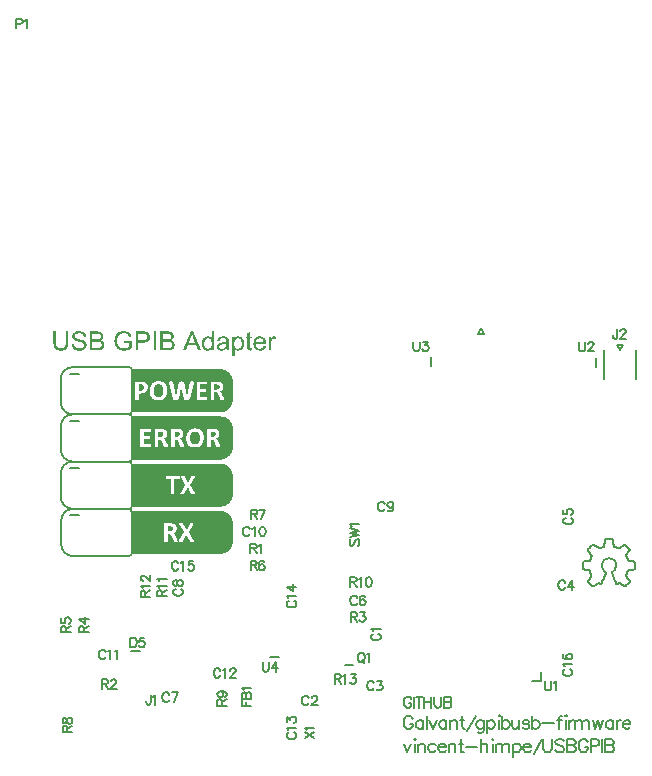
<source format=gto>
G04*
G04 #@! TF.GenerationSoftware,Altium Limited,Altium Designer,25.5.2 (35)*
G04*
G04 Layer_Color=65535*
%FSLAX44Y44*%
%MOMM*%
G71*
G04*
G04 #@! TF.SameCoordinates,24B21415-5C40-4A56-A289-731DE7267D3C*
G04*
G04*
G04 #@! TF.FilePolarity,Positive*
G04*
G01*
G75*
%ADD10C,0.2000*%
%ADD11C,0.1500*%
%ADD12C,0.1524*%
G36*
X-14148Y50464D02*
X-13958Y50446D01*
X-13767Y50429D01*
X-13541Y50412D01*
X-13055Y50342D01*
X-12518Y50238D01*
X-11980Y50082D01*
X-11459Y49891D01*
X-11442D01*
X-11407Y49857D01*
X-11321Y49839D01*
X-11234Y49787D01*
X-11130Y49718D01*
X-10991Y49648D01*
X-10696Y49475D01*
X-10349Y49232D01*
X-10002Y48937D01*
X-9672Y48608D01*
X-9378Y48208D01*
X-9360Y48191D01*
X-9343Y48156D01*
X-9308Y48104D01*
X-9256Y48018D01*
X-9204Y47914D01*
X-9135Y47792D01*
X-9083Y47636D01*
X-8996Y47480D01*
X-8857Y47116D01*
X-8736Y46682D01*
X-8632Y46213D01*
X-8580Y45693D01*
X-10609Y45537D01*
Y45554D01*
X-10627Y45606D01*
Y45676D01*
X-10644Y45780D01*
X-10679Y45918D01*
X-10713Y46057D01*
X-10818Y46387D01*
X-10956Y46751D01*
X-11164Y47133D01*
X-11407Y47497D01*
X-11564Y47653D01*
X-11737Y47810D01*
X-11754Y47827D01*
X-11772Y47844D01*
X-11841Y47879D01*
X-11911Y47931D01*
X-12015Y47983D01*
X-12136Y48052D01*
X-12275Y48122D01*
X-12431Y48208D01*
X-12622Y48278D01*
X-12830Y48347D01*
X-13055Y48417D01*
X-13298Y48469D01*
X-13576Y48521D01*
X-13871Y48555D01*
X-14183Y48590D01*
X-14686D01*
X-14825Y48573D01*
X-14981D01*
X-15155Y48555D01*
X-15363Y48538D01*
X-15571Y48503D01*
X-16039Y48417D01*
X-16490Y48295D01*
X-16924Y48122D01*
X-17132Y48000D01*
X-17306Y47879D01*
X-17323D01*
X-17341Y47844D01*
X-17444Y47757D01*
X-17583Y47601D01*
X-17739Y47393D01*
X-17896Y47150D01*
X-18034Y46855D01*
X-18139Y46543D01*
X-18156Y46370D01*
X-18173Y46179D01*
Y46161D01*
Y46144D01*
X-18156Y46040D01*
X-18139Y45884D01*
X-18104Y45693D01*
X-18017Y45468D01*
X-17913Y45225D01*
X-17774Y44999D01*
X-17566Y44774D01*
X-17531Y44756D01*
X-17497Y44721D01*
X-17427Y44669D01*
X-17341Y44617D01*
X-17236Y44565D01*
X-17098Y44496D01*
X-16941Y44409D01*
X-16751Y44323D01*
X-16525Y44236D01*
X-16265Y44149D01*
X-15970Y44045D01*
X-15623Y43941D01*
X-15259Y43837D01*
X-14842Y43715D01*
X-14374Y43611D01*
X-14339D01*
X-14253Y43594D01*
X-14131Y43559D01*
X-13958Y43507D01*
X-13749Y43472D01*
X-13506Y43403D01*
X-13246Y43351D01*
X-12969Y43264D01*
X-12379Y43108D01*
X-11789Y42952D01*
X-11511Y42865D01*
X-11269Y42779D01*
X-11026Y42692D01*
X-10835Y42605D01*
X-10818D01*
X-10766Y42570D01*
X-10696Y42536D01*
X-10609Y42484D01*
X-10488Y42432D01*
X-10349Y42345D01*
X-10054Y42154D01*
X-9707Y41928D01*
X-9378Y41651D01*
X-9048Y41321D01*
X-8909Y41148D01*
X-8770Y40974D01*
Y40957D01*
X-8736Y40922D01*
X-8701Y40870D01*
X-8666Y40801D01*
X-8614Y40714D01*
X-8562Y40593D01*
X-8424Y40315D01*
X-8302Y39985D01*
X-8198Y39604D01*
X-8129Y39170D01*
X-8094Y38702D01*
Y38684D01*
Y38650D01*
Y38580D01*
X-8111Y38493D01*
Y38372D01*
X-8129Y38251D01*
X-8181Y37921D01*
X-8267Y37557D01*
X-8406Y37158D01*
X-8597Y36741D01*
X-8701Y36516D01*
X-8840Y36308D01*
Y36290D01*
X-8874Y36256D01*
X-8909Y36203D01*
X-8979Y36117D01*
X-9135Y35926D01*
X-9378Y35666D01*
X-9672Y35388D01*
X-10037Y35093D01*
X-10453Y34816D01*
X-10939Y34555D01*
X-10956D01*
X-11008Y34521D01*
X-11078Y34503D01*
X-11182Y34451D01*
X-11303Y34417D01*
X-11459Y34365D01*
X-11633Y34295D01*
X-11841Y34243D01*
X-12049Y34191D01*
X-12292Y34122D01*
X-12813Y34035D01*
X-13385Y33966D01*
X-14010Y33931D01*
X-14218D01*
X-14374Y33948D01*
X-14565D01*
X-14773Y33966D01*
X-15016Y33983D01*
X-15293Y34018D01*
X-15866Y34087D01*
X-16473Y34191D01*
X-17080Y34347D01*
X-17670Y34555D01*
X-17687D01*
X-17739Y34590D01*
X-17809Y34625D01*
X-17913Y34677D01*
X-18034Y34746D01*
X-18173Y34816D01*
X-18503Y35024D01*
X-18867Y35284D01*
X-19249Y35614D01*
X-19630Y35995D01*
X-19960Y36446D01*
X-19977Y36464D01*
X-19995Y36498D01*
X-20029Y36568D01*
X-20082Y36672D01*
X-20151Y36793D01*
X-20220Y36932D01*
X-20307Y37106D01*
X-20376Y37297D01*
X-20463Y37487D01*
X-20533Y37713D01*
X-20671Y38216D01*
X-20775Y38754D01*
X-20810Y39049D01*
X-20827Y39344D01*
X-18832Y39517D01*
Y39500D01*
Y39465D01*
X-18815Y39396D01*
X-18798Y39309D01*
X-18780Y39205D01*
X-18763Y39101D01*
X-18694Y38806D01*
X-18607Y38493D01*
X-18503Y38164D01*
X-18364Y37834D01*
X-18190Y37522D01*
X-18173Y37487D01*
X-18086Y37401D01*
X-17965Y37262D01*
X-17792Y37088D01*
X-17566Y36880D01*
X-17288Y36689D01*
X-16959Y36481D01*
X-16577Y36290D01*
X-16560D01*
X-16525Y36273D01*
X-16473Y36256D01*
X-16386Y36221D01*
X-16282Y36186D01*
X-16161Y36134D01*
X-16022Y36099D01*
X-15866Y36065D01*
X-15502Y35978D01*
X-15068Y35891D01*
X-14617Y35839D01*
X-14114Y35822D01*
X-13906D01*
X-13801Y35839D01*
X-13680D01*
X-13402Y35874D01*
X-13073Y35909D01*
X-12708Y35961D01*
X-12344Y36047D01*
X-11997Y36169D01*
X-11980D01*
X-11962Y36186D01*
X-11911Y36203D01*
X-11841Y36238D01*
X-11685Y36325D01*
X-11477Y36429D01*
X-11251Y36568D01*
X-11008Y36741D01*
X-10800Y36932D01*
X-10609Y37158D01*
X-10592Y37192D01*
X-10540Y37262D01*
X-10453Y37401D01*
X-10366Y37574D01*
X-10297Y37782D01*
X-10210Y38008D01*
X-10158Y38268D01*
X-10141Y38528D01*
Y38545D01*
Y38563D01*
Y38650D01*
X-10158Y38806D01*
X-10193Y38979D01*
X-10245Y39187D01*
X-10332Y39413D01*
X-10436Y39639D01*
X-10592Y39847D01*
X-10609Y39864D01*
X-10679Y39933D01*
X-10783Y40037D01*
X-10939Y40176D01*
X-11130Y40315D01*
X-11390Y40471D01*
X-11685Y40627D01*
X-12032Y40784D01*
X-12067Y40801D01*
X-12101Y40818D01*
X-12171Y40835D01*
X-12240Y40853D01*
X-12344Y40887D01*
X-12483Y40940D01*
X-12622Y40974D01*
X-12813Y41026D01*
X-13003Y41096D01*
X-13246Y41148D01*
X-13506Y41217D01*
X-13801Y41304D01*
X-14114Y41373D01*
X-14478Y41477D01*
X-14877Y41564D01*
X-14894D01*
X-14964Y41582D01*
X-15085Y41616D01*
X-15224Y41651D01*
X-15415Y41703D01*
X-15623Y41755D01*
X-15831Y41824D01*
X-16074Y41894D01*
X-16595Y42050D01*
X-17098Y42223D01*
X-17341Y42310D01*
X-17566Y42397D01*
X-17774Y42484D01*
X-17948Y42570D01*
X-17965D01*
X-18000Y42605D01*
X-18052Y42640D01*
X-18139Y42674D01*
X-18347Y42796D01*
X-18590Y42969D01*
X-18884Y43195D01*
X-19162Y43438D01*
X-19440Y43733D01*
X-19665Y44045D01*
Y44062D01*
X-19683Y44080D01*
X-19717Y44132D01*
X-19752Y44201D01*
X-19839Y44392D01*
X-19943Y44635D01*
X-20047Y44930D01*
X-20134Y45277D01*
X-20203Y45658D01*
X-20220Y46057D01*
Y46075D01*
Y46109D01*
Y46179D01*
X-20203Y46266D01*
Y46370D01*
X-20186Y46491D01*
X-20134Y46803D01*
X-20047Y47150D01*
X-19943Y47515D01*
X-19769Y47914D01*
X-19544Y48313D01*
Y48330D01*
X-19509Y48365D01*
X-19474Y48417D01*
X-19422Y48486D01*
X-19249Y48677D01*
X-19023Y48920D01*
X-18746Y49180D01*
X-18399Y49440D01*
X-18000Y49700D01*
X-17531Y49926D01*
X-17514D01*
X-17479Y49943D01*
X-17392Y49978D01*
X-17306Y50013D01*
X-17184Y50047D01*
X-17028Y50099D01*
X-16855Y50152D01*
X-16664Y50203D01*
X-16456Y50256D01*
X-16230Y50308D01*
X-15744Y50394D01*
X-15189Y50464D01*
X-14599Y50481D01*
X-14304D01*
X-14148Y50464D01*
D02*
G37*
G36*
X23844D02*
X24018Y50446D01*
X24209Y50429D01*
X24434Y50412D01*
X24920Y50342D01*
X25458Y50238D01*
X25995Y50099D01*
X26533Y49909D01*
X26551D01*
X26602Y49891D01*
X26672Y49857D01*
X26759Y49805D01*
X26880Y49752D01*
X27019Y49683D01*
X27331Y49510D01*
X27696Y49284D01*
X28060Y49024D01*
X28407Y48712D01*
X28736Y48347D01*
X28754Y48330D01*
X28771Y48295D01*
X28806Y48243D01*
X28875Y48174D01*
X28927Y48070D01*
X29014Y47948D01*
X29101Y47810D01*
X29187Y47636D01*
X29292Y47463D01*
X29378Y47272D01*
X29482Y47046D01*
X29586Y46821D01*
X29777Y46300D01*
X29951Y45728D01*
X28025Y45207D01*
Y45225D01*
X28008Y45259D01*
X27990Y45329D01*
X27956Y45415D01*
X27921Y45502D01*
X27886Y45624D01*
X27782Y45901D01*
X27643Y46213D01*
X27487Y46526D01*
X27314Y46838D01*
X27123Y47116D01*
X27106Y47150D01*
X27019Y47237D01*
X26897Y47358D01*
X26741Y47532D01*
X26516Y47705D01*
X26256Y47896D01*
X25943Y48070D01*
X25596Y48243D01*
X25579D01*
X25544Y48260D01*
X25492Y48278D01*
X25423Y48313D01*
X25336Y48347D01*
X25215Y48382D01*
X24955Y48469D01*
X24625Y48538D01*
X24260Y48608D01*
X23844Y48660D01*
X23410Y48677D01*
X23168D01*
X23046Y48660D01*
X22890D01*
X22734Y48642D01*
X22543Y48625D01*
X22161Y48573D01*
X21728Y48486D01*
X21311Y48382D01*
X20895Y48226D01*
X20878D01*
X20843Y48208D01*
X20791Y48174D01*
X20721Y48139D01*
X20531Y48052D01*
X20288Y47914D01*
X20010Y47740D01*
X19733Y47532D01*
X19438Y47306D01*
X19178Y47046D01*
X19143Y47011D01*
X19073Y46925D01*
X18952Y46769D01*
X18813Y46578D01*
X18657Y46352D01*
X18484Y46075D01*
X18327Y45780D01*
X18189Y45468D01*
Y45450D01*
X18171Y45398D01*
X18137Y45329D01*
X18102Y45207D01*
X18050Y45068D01*
X17998Y44912D01*
X17946Y44721D01*
X17894Y44513D01*
X17824Y44288D01*
X17772Y44028D01*
X17686Y43490D01*
X17616Y42883D01*
X17581Y42241D01*
Y42223D01*
Y42154D01*
Y42032D01*
X17599Y41894D01*
Y41703D01*
X17616Y41495D01*
X17651Y41252D01*
X17668Y40992D01*
X17755Y40419D01*
X17894Y39829D01*
X18067Y39222D01*
X18310Y38650D01*
X18327Y38632D01*
X18345Y38580D01*
X18379Y38511D01*
X18449Y38407D01*
X18518Y38303D01*
X18622Y38164D01*
X18848Y37852D01*
X19160Y37505D01*
X19525Y37140D01*
X19941Y36811D01*
X20184Y36655D01*
X20444Y36516D01*
X20461D01*
X20513Y36481D01*
X20583Y36446D01*
X20687Y36412D01*
X20826Y36360D01*
X20982Y36290D01*
X21155Y36238D01*
X21346Y36169D01*
X21554Y36099D01*
X21797Y36047D01*
X22300Y35926D01*
X22855Y35857D01*
X23445Y35822D01*
X23584D01*
X23688Y35839D01*
X23809D01*
X23948Y35857D01*
X24104Y35874D01*
X24295Y35891D01*
X24694Y35943D01*
X25145Y36047D01*
X25631Y36169D01*
X26117Y36342D01*
X26134D01*
X26169Y36360D01*
X26238Y36394D01*
X26342Y36429D01*
X26446Y36481D01*
X26568Y36551D01*
X26863Y36689D01*
X27192Y36863D01*
X27522Y37054D01*
X27834Y37244D01*
X28112Y37470D01*
Y40471D01*
X23410D01*
Y42362D01*
X30194D01*
Y36412D01*
X30176Y36394D01*
X30124Y36360D01*
X30038Y36290D01*
X29916Y36203D01*
X29777Y36099D01*
X29604Y35995D01*
X29413Y35857D01*
X29205Y35718D01*
X28979Y35579D01*
X28719Y35423D01*
X28181Y35111D01*
X27591Y34816D01*
X26967Y34555D01*
X26950D01*
X26897Y34521D01*
X26811Y34503D01*
X26672Y34451D01*
X26533Y34417D01*
X26342Y34365D01*
X26151Y34295D01*
X25926Y34243D01*
X25666Y34191D01*
X25405Y34122D01*
X24833Y34035D01*
X24209Y33966D01*
X23567Y33931D01*
X23341D01*
X23168Y33948D01*
X22959Y33966D01*
X22717Y33983D01*
X22439Y34018D01*
X22144Y34052D01*
X21832Y34104D01*
X21485Y34174D01*
X21138Y34260D01*
X20756Y34365D01*
X20392Y34469D01*
X20028Y34608D01*
X19646Y34764D01*
X19282Y34937D01*
X19264Y34955D01*
X19195Y34989D01*
X19091Y35041D01*
X18969Y35128D01*
X18813Y35232D01*
X18622Y35354D01*
X18414Y35510D01*
X18189Y35683D01*
X17963Y35874D01*
X17720Y36099D01*
X17477Y36325D01*
X17234Y36585D01*
X17009Y36880D01*
X16783Y37175D01*
X16558Y37505D01*
X16367Y37852D01*
X16350Y37869D01*
X16332Y37938D01*
X16280Y38042D01*
X16211Y38181D01*
X16142Y38372D01*
X16055Y38580D01*
X15968Y38823D01*
X15881Y39101D01*
X15795Y39396D01*
X15708Y39725D01*
X15621Y40090D01*
X15552Y40454D01*
X15482Y40853D01*
X15430Y41252D01*
X15413Y41686D01*
X15396Y42119D01*
Y42154D01*
Y42223D01*
Y42345D01*
X15413Y42518D01*
X15430Y42726D01*
X15448Y42969D01*
X15482Y43247D01*
X15517Y43542D01*
X15569Y43871D01*
X15639Y44218D01*
X15812Y44947D01*
X15916Y45329D01*
X16055Y45710D01*
X16194Y46092D01*
X16367Y46474D01*
X16384Y46491D01*
X16419Y46560D01*
X16471Y46665D01*
X16541Y46803D01*
X16645Y46977D01*
X16766Y47168D01*
X16922Y47376D01*
X17078Y47619D01*
X17269Y47861D01*
X17477Y48104D01*
X17703Y48347D01*
X17963Y48608D01*
X18223Y48850D01*
X18518Y49076D01*
X18830Y49301D01*
X19160Y49492D01*
X19178Y49510D01*
X19247Y49527D01*
X19351Y49579D01*
X19490Y49648D01*
X19663Y49718D01*
X19871Y49805D01*
X20114Y49891D01*
X20375Y49995D01*
X20670Y50082D01*
X20999Y50169D01*
X21346Y50256D01*
X21728Y50325D01*
X22109Y50394D01*
X22526Y50446D01*
X22959Y50464D01*
X23393Y50481D01*
X23688D01*
X23844Y50464D01*
D02*
G37*
G36*
X99586Y34191D02*
X97765D01*
Y35648D01*
X97747Y35631D01*
X97713Y35579D01*
X97643Y35492D01*
X97557Y35388D01*
X97435Y35249D01*
X97296Y35111D01*
X97140Y34955D01*
X96950Y34798D01*
X96724Y34625D01*
X96481Y34469D01*
X96221Y34330D01*
X95926Y34209D01*
X95596Y34087D01*
X95267Y34000D01*
X94902Y33948D01*
X94503Y33931D01*
X94365D01*
X94261Y33948D01*
X94139D01*
X94000Y33966D01*
X93844Y34000D01*
X93671Y34035D01*
X93272Y34122D01*
X92838Y34261D01*
X92404Y34451D01*
X92179Y34555D01*
X91953Y34694D01*
X91936Y34712D01*
X91901Y34729D01*
X91849Y34781D01*
X91762Y34833D01*
X91658Y34920D01*
X91554Y35006D01*
X91294Y35249D01*
X90999Y35544D01*
X90704Y35909D01*
X90409Y36342D01*
X90149Y36828D01*
Y36845D01*
X90114Y36897D01*
X90097Y36967D01*
X90045Y37071D01*
X90010Y37192D01*
X89958Y37348D01*
X89889Y37539D01*
X89837Y37730D01*
X89785Y37956D01*
X89715Y38199D01*
X89663Y38459D01*
X89628Y38736D01*
X89559Y39326D01*
X89524Y39968D01*
Y39985D01*
Y40055D01*
Y40142D01*
X89542Y40263D01*
Y40419D01*
X89559Y40593D01*
X89577Y40801D01*
X89594Y41026D01*
X89663Y41512D01*
X89767Y42033D01*
X89906Y42588D01*
X90097Y43126D01*
Y43143D01*
X90132Y43195D01*
X90166Y43264D01*
X90201Y43368D01*
X90270Y43472D01*
X90340Y43611D01*
X90531Y43924D01*
X90773Y44288D01*
X91068Y44635D01*
X91415Y44982D01*
X91832Y45294D01*
X91849Y45311D01*
X91884Y45329D01*
X91953Y45363D01*
X92040Y45416D01*
X92144Y45468D01*
X92283Y45537D01*
X92422Y45606D01*
X92595Y45676D01*
X92977Y45814D01*
X93411Y45936D01*
X93896Y46023D01*
X94156Y46057D01*
X94590D01*
X94798Y46040D01*
X95041Y46005D01*
X95336Y45953D01*
X95648Y45866D01*
X95978Y45762D01*
X96290Y45606D01*
X96308D01*
X96325Y45589D01*
X96429Y45519D01*
X96568Y45433D01*
X96759Y45294D01*
X96967Y45121D01*
X97192Y44930D01*
X97418Y44704D01*
X97626Y44444D01*
Y50204D01*
X99586D01*
Y34191D01*
D02*
G37*
G36*
X120508Y46040D02*
X120647D01*
X120803Y46023D01*
X120959Y45988D01*
X121150Y45953D01*
X121567Y45866D01*
X122000Y45728D01*
X122451Y45537D01*
X122677Y45416D01*
X122885Y45277D01*
X122902D01*
X122937Y45242D01*
X122989Y45190D01*
X123076Y45138D01*
X123284Y44964D01*
X123527Y44721D01*
X123805Y44409D01*
X124099Y44045D01*
X124360Y43611D01*
X124602Y43126D01*
Y43108D01*
X124620Y43056D01*
X124655Y42987D01*
X124689Y42883D01*
X124741Y42761D01*
X124793Y42605D01*
X124845Y42414D01*
X124897Y42223D01*
X124950Y41998D01*
X125001Y41772D01*
X125106Y41252D01*
X125175Y40679D01*
X125192Y40072D01*
Y40055D01*
Y39985D01*
Y39899D01*
X125175Y39777D01*
Y39621D01*
X125158Y39430D01*
X125140Y39222D01*
X125106Y38997D01*
X125036Y38511D01*
X124915Y37973D01*
X124759Y37418D01*
X124551Y36863D01*
Y36845D01*
X124516Y36793D01*
X124481Y36724D01*
X124429Y36637D01*
X124360Y36516D01*
X124290Y36377D01*
X124082Y36065D01*
X123822Y35701D01*
X123492Y35336D01*
X123128Y34989D01*
X122694Y34677D01*
X122677D01*
X122642Y34642D01*
X122573Y34608D01*
X122486Y34555D01*
X122365Y34503D01*
X122243Y34434D01*
X122087Y34382D01*
X121913Y34313D01*
X121532Y34174D01*
X121098Y34052D01*
X120630Y33966D01*
X120387Y33948D01*
X120127Y33931D01*
X119953D01*
X119780Y33948D01*
X119537Y33983D01*
X119259Y34035D01*
X118964Y34104D01*
X118652Y34191D01*
X118357Y34330D01*
X118322Y34347D01*
X118236Y34399D01*
X118080Y34503D01*
X117906Y34625D01*
X117698Y34764D01*
X117490Y34955D01*
X117282Y35163D01*
X117091Y35388D01*
Y29750D01*
X115130D01*
Y45797D01*
X116917D01*
Y44288D01*
X116952Y44305D01*
X117021Y44409D01*
X117160Y44583D01*
X117334Y44774D01*
X117542Y44982D01*
X117785Y45207D01*
X118045Y45416D01*
X118340Y45606D01*
X118357D01*
X118375Y45624D01*
X118479Y45676D01*
X118652Y45745D01*
X118878Y45832D01*
X119155Y45919D01*
X119485Y45988D01*
X119867Y46040D01*
X120266Y46057D01*
X120404D01*
X120508Y46040D01*
D02*
G37*
G36*
X150642D02*
X150729D01*
X150833Y46023D01*
X151093Y45971D01*
X151405Y45901D01*
X151735Y45780D01*
X152117Y45624D01*
X152498Y45416D01*
X151805Y43594D01*
X151770Y43611D01*
X151683Y43663D01*
X151544Y43733D01*
X151353Y43819D01*
X151145Y43889D01*
X150902Y43958D01*
X150642Y44010D01*
X150365Y44028D01*
X150260D01*
X150139Y44010D01*
X149983Y43976D01*
X149792Y43924D01*
X149601Y43854D01*
X149410Y43767D01*
X149202Y43629D01*
X149185Y43611D01*
X149115Y43559D01*
X149029Y43472D01*
X148925Y43351D01*
X148803Y43195D01*
X148682Y43021D01*
X148578Y42796D01*
X148474Y42553D01*
Y42536D01*
X148456Y42501D01*
X148439Y42449D01*
X148422Y42379D01*
X148404Y42275D01*
X148370Y42154D01*
X148317Y41876D01*
X148265Y41529D01*
X148213Y41148D01*
X148179Y40714D01*
X148161Y40263D01*
Y34191D01*
X146201D01*
Y45797D01*
X147971D01*
Y44045D01*
X148005Y44080D01*
X148040Y44149D01*
X148092Y44218D01*
X148213Y44444D01*
X148387Y44687D01*
X148578Y44964D01*
X148786Y45242D01*
X148994Y45468D01*
X149115Y45572D01*
X149220Y45658D01*
X149254Y45676D01*
X149324Y45728D01*
X149445Y45780D01*
X149584Y45866D01*
X149775Y45936D01*
X149983Y45988D01*
X150226Y46040D01*
X150469Y46057D01*
X150573D01*
X150642Y46040D01*
D02*
G37*
G36*
X-23655Y40957D02*
Y40922D01*
Y40853D01*
Y40731D01*
Y40558D01*
X-23672Y40350D01*
X-23690Y40124D01*
X-23707Y39864D01*
X-23725Y39569D01*
X-23794Y38962D01*
X-23881Y38320D01*
X-24019Y37696D01*
X-24106Y37401D01*
X-24210Y37123D01*
Y37106D01*
X-24228Y37054D01*
X-24262Y36984D01*
X-24314Y36880D01*
X-24384Y36759D01*
X-24453Y36620D01*
X-24661Y36308D01*
X-24783Y36117D01*
X-24922Y35943D01*
X-25095Y35735D01*
X-25269Y35544D01*
X-25477Y35354D01*
X-25685Y35163D01*
X-25928Y34989D01*
X-26188Y34816D01*
X-26205Y34798D01*
X-26257Y34781D01*
X-26327Y34729D01*
X-26448Y34677D01*
X-26587Y34608D01*
X-26760Y34538D01*
X-26951Y34451D01*
X-27194Y34382D01*
X-27437Y34295D01*
X-27715Y34209D01*
X-28027Y34139D01*
X-28357Y34070D01*
X-28721Y34018D01*
X-29102Y33966D01*
X-29502Y33948D01*
X-29918Y33931D01*
X-30143D01*
X-30300Y33948D01*
X-30490D01*
X-30699Y33966D01*
X-30959Y34000D01*
X-31219Y34035D01*
X-31809Y34122D01*
X-32433Y34260D01*
X-33041Y34451D01*
X-33335Y34555D01*
X-33613Y34694D01*
X-33630Y34712D01*
X-33682Y34729D01*
X-33752Y34781D01*
X-33839Y34833D01*
X-33960Y34920D01*
X-34099Y35024D01*
X-34238Y35128D01*
X-34394Y35267D01*
X-34741Y35579D01*
X-35070Y35961D01*
X-35383Y36412D01*
X-35521Y36672D01*
X-35643Y36932D01*
Y36950D01*
X-35660Y37002D01*
X-35695Y37088D01*
X-35729Y37210D01*
X-35782Y37348D01*
X-35834Y37539D01*
X-35886Y37747D01*
X-35938Y37990D01*
X-36007Y38268D01*
X-36059Y38563D01*
X-36111Y38893D01*
X-36146Y39257D01*
X-36198Y39639D01*
X-36215Y40055D01*
X-36250Y40489D01*
Y40957D01*
Y50203D01*
X-34134D01*
Y40957D01*
Y40940D01*
Y40870D01*
Y40766D01*
Y40610D01*
X-34116Y40437D01*
Y40246D01*
X-34099Y40020D01*
X-34081Y39795D01*
X-34047Y39292D01*
X-33977Y38788D01*
X-33873Y38303D01*
X-33821Y38077D01*
X-33752Y37886D01*
Y37869D01*
X-33735Y37852D01*
X-33717Y37800D01*
X-33682Y37730D01*
X-33578Y37539D01*
X-33440Y37331D01*
X-33266Y37071D01*
X-33041Y36828D01*
X-32763Y36585D01*
X-32433Y36360D01*
X-32416D01*
X-32381Y36342D01*
X-32329Y36308D01*
X-32260Y36273D01*
X-32173Y36238D01*
X-32052Y36203D01*
X-31930Y36151D01*
X-31792Y36099D01*
X-31444Y36013D01*
X-31045Y35926D01*
X-30594Y35857D01*
X-30109Y35839D01*
X-29883D01*
X-29727Y35857D01*
X-29536Y35874D01*
X-29311Y35891D01*
X-29068Y35926D01*
X-28808Y35978D01*
X-28270Y36099D01*
X-27992Y36186D01*
X-27715Y36290D01*
X-27455Y36412D01*
X-27212Y36551D01*
X-26986Y36707D01*
X-26778Y36897D01*
X-26760Y36915D01*
X-26726Y36950D01*
X-26691Y37019D01*
X-26622Y37106D01*
X-26552Y37227D01*
X-26466Y37383D01*
X-26361Y37574D01*
X-26275Y37800D01*
X-26188Y38060D01*
X-26084Y38355D01*
X-25997Y38684D01*
X-25928Y39049D01*
X-25858Y39465D01*
X-25806Y39916D01*
X-25789Y40419D01*
X-25772Y40957D01*
Y50203D01*
X-23655D01*
Y40957D01*
D02*
G37*
G36*
X107966Y46040D02*
X108122D01*
X108451Y46005D01*
X108833Y45971D01*
X109232Y45901D01*
X109631Y45814D01*
X109995Y45693D01*
X110013D01*
X110030Y45676D01*
X110082Y45658D01*
X110152Y45624D01*
X110308Y45554D01*
X110516Y45450D01*
X110741Y45329D01*
X110967Y45173D01*
X111175Y44999D01*
X111366Y44808D01*
X111383Y44791D01*
X111435Y44721D01*
X111522Y44600D01*
X111609Y44444D01*
X111713Y44253D01*
X111817Y44028D01*
X111921Y43767D01*
X111990Y43472D01*
Y43455D01*
X112008Y43368D01*
X112025Y43247D01*
X112042Y43056D01*
X112060Y42813D01*
X112077Y42501D01*
Y42310D01*
X112094Y42119D01*
Y41911D01*
Y41668D01*
Y39049D01*
Y39014D01*
Y38927D01*
Y38788D01*
Y38615D01*
Y38389D01*
Y38147D01*
X112112Y37869D01*
Y37591D01*
X112129Y37002D01*
Y36707D01*
X112147Y36429D01*
X112164Y36169D01*
X112181Y35943D01*
X112199Y35735D01*
X112216Y35579D01*
Y35544D01*
X112233Y35458D01*
X112268Y35319D01*
X112320Y35128D01*
X112389Y34920D01*
X112476Y34694D01*
X112580Y34434D01*
X112702Y34191D01*
X110655D01*
X110637Y34226D01*
X110603Y34295D01*
X110550Y34434D01*
X110498Y34608D01*
X110429Y34816D01*
X110360Y35059D01*
X110308Y35336D01*
X110273Y35648D01*
X110256Y35631D01*
X110221Y35614D01*
X110169Y35562D01*
X110082Y35492D01*
X109978Y35423D01*
X109874Y35319D01*
X109596Y35128D01*
X109267Y34902D01*
X108920Y34677D01*
X108538Y34486D01*
X108156Y34313D01*
X108139D01*
X108104Y34295D01*
X108052Y34278D01*
X107983Y34261D01*
X107896Y34226D01*
X107775Y34191D01*
X107514Y34122D01*
X107185Y34052D01*
X106821Y33983D01*
X106422Y33948D01*
X105988Y33931D01*
X105797D01*
X105676Y33948D01*
X105520Y33966D01*
X105329Y33983D01*
X105120Y34000D01*
X104912Y34052D01*
X104427Y34156D01*
X103941Y34313D01*
X103715Y34417D01*
X103472Y34555D01*
X103264Y34694D01*
X103056Y34850D01*
X103039Y34868D01*
X103004Y34902D01*
X102969Y34955D01*
X102900Y35024D01*
X102813Y35111D01*
X102726Y35232D01*
X102640Y35354D01*
X102553Y35510D01*
X102362Y35839D01*
X102189Y36256D01*
X102119Y36481D01*
X102085Y36724D01*
X102050Y36984D01*
X102032Y37245D01*
Y37262D01*
Y37279D01*
Y37383D01*
X102050Y37557D01*
X102085Y37765D01*
X102119Y38008D01*
X102189Y38268D01*
X102293Y38528D01*
X102414Y38806D01*
X102431Y38840D01*
X102484Y38927D01*
X102570Y39049D01*
X102692Y39222D01*
X102830Y39396D01*
X103004Y39587D01*
X103195Y39760D01*
X103420Y39933D01*
X103455Y39951D01*
X103542Y40003D01*
X103663Y40090D01*
X103837Y40176D01*
X104045Y40280D01*
X104288Y40384D01*
X104565Y40489D01*
X104843Y40575D01*
X104878D01*
X104947Y40610D01*
X105086Y40627D01*
X105277Y40679D01*
X105520Y40714D01*
X105832Y40766D01*
X106179Y40818D01*
X106595Y40870D01*
X106630D01*
X106699Y40888D01*
X106821Y40905D01*
X106977Y40922D01*
X107185Y40957D01*
X107410Y40992D01*
X107653Y41026D01*
X107931Y41061D01*
X108503Y41165D01*
X109076Y41287D01*
X109354Y41356D01*
X109631Y41425D01*
X109874Y41495D01*
X110099Y41564D01*
Y41582D01*
Y41634D01*
Y41703D01*
X110117Y41772D01*
Y41946D01*
Y42015D01*
Y42067D01*
Y42085D01*
Y42119D01*
Y42189D01*
Y42258D01*
X110082Y42466D01*
X110047Y42726D01*
X109978Y43004D01*
X109874Y43282D01*
X109735Y43542D01*
X109544Y43750D01*
X109510Y43785D01*
X109475Y43819D01*
X109405Y43854D01*
X109319Y43906D01*
X109232Y43958D01*
X108989Y44097D01*
X108677Y44218D01*
X108295Y44323D01*
X107844Y44392D01*
X107324Y44427D01*
X107098D01*
X106977Y44409D01*
X106855D01*
X106543Y44375D01*
X106213Y44305D01*
X105884Y44218D01*
X105554Y44097D01*
X105277Y43941D01*
X105242Y43924D01*
X105173Y43854D01*
X105051Y43715D01*
X104912Y43542D01*
X104756Y43316D01*
X104583Y43004D01*
X104444Y42657D01*
X104375Y42449D01*
X104305Y42223D01*
X102380Y42484D01*
Y42501D01*
X102397Y42536D01*
X102414Y42605D01*
X102431Y42692D01*
X102466Y42796D01*
X102501Y42917D01*
X102588Y43195D01*
X102709Y43507D01*
X102848Y43837D01*
X103021Y44166D01*
X103230Y44461D01*
Y44479D01*
X103264Y44496D01*
X103351Y44583D01*
X103490Y44721D01*
X103681Y44895D01*
X103924Y45086D01*
X104218Y45277D01*
X104565Y45468D01*
X104964Y45641D01*
X104982D01*
X105016Y45658D01*
X105086Y45676D01*
X105173Y45710D01*
X105277Y45745D01*
X105398Y45780D01*
X105554Y45814D01*
X105728Y45849D01*
X105901Y45884D01*
X106109Y45919D01*
X106560Y45988D01*
X107064Y46040D01*
X107601Y46057D01*
X107844D01*
X107966Y46040D01*
D02*
G37*
G36*
X88813Y34191D02*
X86402D01*
X84545Y39031D01*
X77814D01*
X76080Y34191D01*
X73842D01*
X79966Y50204D01*
X82256D01*
X88813Y34191D01*
D02*
G37*
G36*
X60813Y50186D02*
X61004D01*
X61195Y50169D01*
X61420Y50134D01*
X61871Y50082D01*
X62375Y49995D01*
X62843Y49874D01*
X63294Y49700D01*
X63311D01*
X63346Y49683D01*
X63398Y49648D01*
X63485Y49614D01*
X63676Y49492D01*
X63936Y49336D01*
X64213Y49128D01*
X64491Y48868D01*
X64769Y48555D01*
X65029Y48208D01*
Y48191D01*
X65064Y48156D01*
X65081Y48104D01*
X65133Y48035D01*
X65185Y47948D01*
X65237Y47827D01*
X65358Y47567D01*
X65462Y47254D01*
X65567Y46890D01*
X65636Y46508D01*
X65671Y46092D01*
Y46075D01*
Y46040D01*
Y45988D01*
Y45919D01*
X65636Y45728D01*
X65601Y45468D01*
X65532Y45173D01*
X65428Y44843D01*
X65289Y44513D01*
X65098Y44166D01*
Y44149D01*
X65081Y44132D01*
X65046Y44080D01*
X64994Y44010D01*
X64873Y43854D01*
X64682Y43646D01*
X64456Y43420D01*
X64161Y43177D01*
X63832Y42935D01*
X63433Y42709D01*
X63450D01*
X63502Y42692D01*
X63572Y42657D01*
X63676Y42622D01*
X63797Y42570D01*
X63936Y42518D01*
X64248Y42362D01*
X64612Y42171D01*
X64977Y41911D01*
X65341Y41616D01*
X65653Y41252D01*
X65671Y41234D01*
X65688Y41200D01*
X65723Y41148D01*
X65775Y41078D01*
X65844Y40974D01*
X65914Y40853D01*
X65983Y40714D01*
X66052Y40558D01*
X66191Y40211D01*
X66330Y39795D01*
X66417Y39326D01*
X66451Y39083D01*
Y38823D01*
Y38806D01*
Y38771D01*
Y38719D01*
Y38632D01*
X66434Y38528D01*
Y38424D01*
X66399Y38147D01*
X66330Y37817D01*
X66243Y37470D01*
X66122Y37088D01*
X65966Y36724D01*
Y36707D01*
X65948Y36689D01*
X65914Y36637D01*
X65879Y36568D01*
X65775Y36394D01*
X65636Y36186D01*
X65480Y35943D01*
X65272Y35701D01*
X65046Y35458D01*
X64786Y35232D01*
X64751Y35215D01*
X64665Y35145D01*
X64508Y35059D01*
X64300Y34937D01*
X64057Y34816D01*
X63762Y34677D01*
X63415Y34555D01*
X63034Y34451D01*
X63016D01*
X62982Y34434D01*
X62930D01*
X62843Y34417D01*
X62739Y34399D01*
X62617Y34365D01*
X62479Y34347D01*
X62323Y34330D01*
X62149Y34295D01*
X61941Y34278D01*
X61507Y34226D01*
X61004Y34209D01*
X60449Y34191D01*
X54360D01*
Y50204D01*
X60657D01*
X60813Y50186D01*
D02*
G37*
G36*
X50717Y34191D02*
X48600D01*
Y50204D01*
X50717D01*
Y34191D01*
D02*
G37*
G36*
X40256Y50186D02*
X40655Y50169D01*
X41054Y50134D01*
X41435Y50100D01*
X41626Y50082D01*
X41782Y50047D01*
X41800D01*
X41834Y50030D01*
X41904D01*
X41973Y50013D01*
X42077Y49978D01*
X42199Y49961D01*
X42476Y49874D01*
X42788Y49770D01*
X43118Y49631D01*
X43448Y49475D01*
X43760Y49284D01*
X43777D01*
X43795Y49267D01*
X43899Y49180D01*
X44037Y49059D01*
X44228Y48885D01*
X44419Y48677D01*
X44645Y48399D01*
X44853Y48104D01*
X45044Y47740D01*
Y47723D01*
X45061Y47688D01*
X45096Y47636D01*
X45130Y47567D01*
X45165Y47480D01*
X45200Y47358D01*
X45304Y47098D01*
X45391Y46769D01*
X45477Y46404D01*
X45529Y45988D01*
X45547Y45554D01*
Y45537D01*
Y45468D01*
Y45363D01*
X45529Y45207D01*
X45512Y45034D01*
X45477Y44843D01*
X45443Y44617D01*
X45391Y44357D01*
X45321Y44097D01*
X45234Y43819D01*
X45130Y43542D01*
X44992Y43247D01*
X44853Y42952D01*
X44679Y42657D01*
X44471Y42379D01*
X44246Y42102D01*
X44228Y42085D01*
X44176Y42050D01*
X44107Y41981D01*
X43985Y41876D01*
X43847Y41772D01*
X43656Y41651D01*
X43430Y41529D01*
X43170Y41408D01*
X42858Y41269D01*
X42528Y41148D01*
X42129Y41026D01*
X41713Y40922D01*
X41227Y40835D01*
X40707Y40766D01*
X40152Y40714D01*
X39527Y40697D01*
X35433Y40697D01*
Y34191D01*
X33316D01*
Y50203D01*
X39909Y50204D01*
X40256Y50186D01*
D02*
G37*
G36*
X1153Y50186D02*
X1344D01*
X1534Y50169D01*
X1760Y50134D01*
X2211Y50082D01*
X2714Y49995D01*
X3183Y49874D01*
X3634Y49700D01*
X3651D01*
X3686Y49683D01*
X3738Y49648D01*
X3824Y49614D01*
X4015Y49492D01*
X4275Y49336D01*
X4553Y49128D01*
X4830Y48868D01*
X5108Y48555D01*
X5368Y48208D01*
Y48191D01*
X5403Y48156D01*
X5420Y48104D01*
X5472Y48035D01*
X5525Y47948D01*
X5577Y47827D01*
X5698Y47567D01*
X5802Y47254D01*
X5906Y46890D01*
X5975Y46508D01*
X6010Y46092D01*
Y46075D01*
Y46040D01*
Y45988D01*
Y45918D01*
X5975Y45728D01*
X5941Y45468D01*
X5871Y45173D01*
X5767Y44843D01*
X5629Y44513D01*
X5438Y44166D01*
Y44149D01*
X5420Y44132D01*
X5386Y44080D01*
X5334Y44010D01*
X5212Y43854D01*
X5021Y43646D01*
X4796Y43420D01*
X4501Y43177D01*
X4171Y42935D01*
X3772Y42709D01*
X3790D01*
X3842Y42692D01*
X3911Y42657D01*
X4015Y42622D01*
X4137Y42570D01*
X4275Y42518D01*
X4588Y42362D01*
X4952Y42171D01*
X5316Y41911D01*
X5681Y41616D01*
X5993Y41252D01*
X6010Y41234D01*
X6028Y41200D01*
X6062Y41148D01*
X6114Y41078D01*
X6184Y40974D01*
X6253Y40853D01*
X6323Y40714D01*
X6392Y40558D01*
X6531Y40211D01*
X6669Y39795D01*
X6756Y39326D01*
X6791Y39083D01*
Y38823D01*
Y38806D01*
Y38771D01*
Y38719D01*
Y38632D01*
X6773Y38528D01*
Y38424D01*
X6739Y38147D01*
X6669Y37817D01*
X6583Y37470D01*
X6461Y37088D01*
X6305Y36724D01*
Y36707D01*
X6288Y36689D01*
X6253Y36637D01*
X6218Y36568D01*
X6114Y36394D01*
X5975Y36186D01*
X5819Y35943D01*
X5611Y35700D01*
X5386Y35458D01*
X5125Y35232D01*
X5091Y35215D01*
X5004Y35145D01*
X4848Y35059D01*
X4640Y34937D01*
X4397Y34816D01*
X4102Y34677D01*
X3755Y34555D01*
X3373Y34451D01*
X3356D01*
X3321Y34434D01*
X3269D01*
X3183Y34417D01*
X3078Y34399D01*
X2957Y34365D01*
X2818Y34347D01*
X2662Y34330D01*
X2489Y34295D01*
X2280Y34278D01*
X1847Y34226D01*
X1344Y34209D01*
X788Y34191D01*
X-5301D01*
Y50203D01*
X997D01*
X1153Y50186D01*
D02*
G37*
G36*
X129859Y45797D02*
X131854D01*
Y44271D01*
X129859D01*
Y37470D01*
Y37453D01*
Y37435D01*
Y37331D01*
Y37192D01*
X129876Y37019D01*
Y36845D01*
X129911Y36672D01*
X129928Y36516D01*
X129963Y36394D01*
Y36377D01*
X129980Y36360D01*
X130050Y36256D01*
X130154Y36134D01*
X130293Y36013D01*
X130310D01*
X130345Y35995D01*
X130397Y35978D01*
X130466Y35943D01*
X130570Y35926D01*
X130674Y35891D01*
X130813Y35874D01*
X131108D01*
X131212Y35891D01*
X131334D01*
X131490Y35909D01*
X131663Y35926D01*
X131854Y35943D01*
X132114Y34209D01*
X132080D01*
X131975Y34174D01*
X131819Y34156D01*
X131611Y34122D01*
X131386Y34087D01*
X131143Y34070D01*
X130622Y34035D01*
X130449D01*
X130258Y34052D01*
X130015Y34070D01*
X129738Y34122D01*
X129460Y34174D01*
X129200Y34261D01*
X128957Y34365D01*
X128940Y34382D01*
X128870Y34434D01*
X128766Y34503D01*
X128627Y34608D01*
X128489Y34729D01*
X128350Y34885D01*
X128228Y35059D01*
X128124Y35249D01*
X128107Y35284D01*
X128090Y35371D01*
X128072Y35440D01*
X128055Y35527D01*
X128038Y35631D01*
X128020Y35752D01*
X127985Y35891D01*
X127968Y36065D01*
X127951Y36256D01*
X127933Y36464D01*
X127916Y36707D01*
Y36967D01*
X127899Y37262D01*
Y37574D01*
Y44271D01*
X126441D01*
Y45797D01*
X127899D01*
Y48660D01*
X129859Y49839D01*
Y45797D01*
D02*
G37*
G36*
X138759Y46040D02*
X138915D01*
X139123Y46005D01*
X139348Y45971D01*
X139609Y45919D01*
X139886Y45866D01*
X140181Y45780D01*
X140476Y45676D01*
X140806Y45537D01*
X141118Y45381D01*
X141430Y45207D01*
X141742Y44982D01*
X142055Y44739D01*
X142332Y44461D01*
X142350Y44444D01*
X142402Y44392D01*
X142471Y44305D01*
X142558Y44166D01*
X142679Y44010D01*
X142801Y43819D01*
X142940Y43576D01*
X143078Y43316D01*
X143200Y43021D01*
X143339Y42692D01*
X143460Y42327D01*
X143581Y41929D01*
X143668Y41495D01*
X143738Y41026D01*
X143790Y40541D01*
X143807Y40020D01*
Y39985D01*
Y39899D01*
Y39725D01*
X143790Y39500D01*
X135133D01*
Y39482D01*
Y39413D01*
X135150Y39309D01*
X135168Y39188D01*
X135185Y39014D01*
X135220Y38840D01*
X135254Y38632D01*
X135306Y38407D01*
X135445Y37938D01*
X135636Y37435D01*
X135757Y37210D01*
X135879Y36967D01*
X136035Y36759D01*
X136208Y36551D01*
X136226Y36533D01*
X136260Y36516D01*
X136313Y36464D01*
X136382Y36394D01*
X136486Y36325D01*
X136590Y36238D01*
X136729Y36134D01*
X136885Y36047D01*
X137232Y35857D01*
X137648Y35701D01*
X137874Y35631D01*
X138117Y35596D01*
X138377Y35562D01*
X138637Y35544D01*
X138741D01*
X138811Y35562D01*
X139019Y35579D01*
X139279Y35614D01*
X139557Y35683D01*
X139869Y35787D01*
X140181Y35909D01*
X140476Y36100D01*
X140493D01*
X140511Y36134D01*
X140598Y36204D01*
X140736Y36342D01*
X140910Y36551D01*
X141101Y36793D01*
X141309Y37123D01*
X141517Y37505D01*
X141691Y37938D01*
X143738Y37678D01*
Y37661D01*
X143720Y37591D01*
X143686Y37505D01*
X143633Y37383D01*
X143581Y37227D01*
X143512Y37054D01*
X143425Y36863D01*
X143339Y36655D01*
X143096Y36221D01*
X142783Y35752D01*
X142593Y35527D01*
X142402Y35301D01*
X142194Y35093D01*
X141951Y34902D01*
X141933Y34885D01*
X141899Y34868D01*
X141812Y34816D01*
X141725Y34746D01*
X141586Y34677D01*
X141430Y34590D01*
X141257Y34503D01*
X141049Y34417D01*
X140823Y34330D01*
X140563Y34243D01*
X140303Y34156D01*
X140008Y34087D01*
X139696Y34018D01*
X139366Y33966D01*
X139002Y33948D01*
X138637Y33931D01*
X138533D01*
X138394Y33948D01*
X138221D01*
X137995Y33983D01*
X137753Y34018D01*
X137475Y34070D01*
X137180Y34122D01*
X136868Y34209D01*
X136538Y34313D01*
X136191Y34434D01*
X135862Y34590D01*
X135514Y34764D01*
X135202Y34972D01*
X134890Y35215D01*
X134595Y35492D01*
X134578Y35510D01*
X134526Y35562D01*
X134456Y35648D01*
X134370Y35787D01*
X134248Y35943D01*
X134127Y36134D01*
X133988Y36360D01*
X133867Y36620D01*
X133728Y36915D01*
X133589Y37245D01*
X133467Y37609D01*
X133346Y38008D01*
X133259Y38424D01*
X133190Y38875D01*
X133138Y39361D01*
X133120Y39881D01*
Y39916D01*
Y40003D01*
X133138Y40159D01*
Y40367D01*
X133173Y40610D01*
X133207Y40888D01*
X133242Y41217D01*
X133311Y41547D01*
X133381Y41911D01*
X133485Y42275D01*
X133606Y42657D01*
X133745Y43039D01*
X133919Y43403D01*
X134127Y43767D01*
X134352Y44114D01*
X134612Y44427D01*
X134630Y44444D01*
X134682Y44496D01*
X134769Y44583D01*
X134890Y44687D01*
X135029Y44808D01*
X135220Y44947D01*
X135428Y45086D01*
X135671Y45242D01*
X135931Y45398D01*
X136226Y45537D01*
X136555Y45676D01*
X136902Y45797D01*
X137284Y45901D01*
X137666Y45988D01*
X138099Y46040D01*
X138533Y46057D01*
X138637D01*
X138759Y46040D01*
D02*
G37*
G36*
X105000Y17500D02*
X105985Y17500D01*
X107917Y17116D01*
X109737Y16362D01*
X111375Y15267D01*
X112767Y13875D01*
X113862Y12237D01*
X114616Y10417D01*
X115000Y8485D01*
X115000Y7500D01*
X115000Y7500D01*
Y-2500D01*
Y-7500D01*
Y-8485D01*
X114616Y-10417D01*
X113862Y-12237D01*
X112767Y-13875D01*
X111375Y-15268D01*
X109737Y-16362D01*
X107917Y-17116D01*
X105985Y-17500D01*
X30000D01*
Y-10000D01*
X30000D01*
Y10000D01*
X30000D01*
Y17500D01*
X105000Y17500D01*
D02*
G37*
G36*
Y-22500D02*
X105985Y-22500D01*
X107917Y-22884D01*
X109737Y-23638D01*
X111375Y-24732D01*
X112767Y-26125D01*
X113862Y-27763D01*
X114616Y-29583D01*
X115000Y-31515D01*
X115000Y-32500D01*
X115000Y-32500D01*
Y-42500D01*
Y-47500D01*
Y-48485D01*
X114616Y-50417D01*
X113862Y-52237D01*
X112767Y-53875D01*
X111375Y-55268D01*
X109737Y-56362D01*
X107917Y-57116D01*
X105985Y-57500D01*
X30000D01*
Y-50000D01*
X30000D01*
Y-30000D01*
X30000D01*
Y-22500D01*
X105000Y-22500D01*
D02*
G37*
G36*
Y-62500D02*
X105985Y-62500D01*
X107917Y-62884D01*
X109737Y-63638D01*
X111375Y-64732D01*
X112767Y-66125D01*
X113862Y-67763D01*
X114616Y-69583D01*
X115000Y-71515D01*
X115000Y-72500D01*
X115000Y-72500D01*
Y-82500D01*
Y-87500D01*
Y-88485D01*
X114616Y-90417D01*
X113862Y-92237D01*
X112767Y-93875D01*
X111375Y-95268D01*
X109737Y-96362D01*
X107917Y-97116D01*
X105985Y-97500D01*
X30000D01*
Y-90000D01*
X30000D01*
Y-69169D01*
X30250D01*
Y-62500D01*
X105000Y-62500D01*
D02*
G37*
G36*
Y-102500D02*
X105985Y-102500D01*
X107917Y-102884D01*
X109737Y-103638D01*
X111375Y-104733D01*
X112767Y-106125D01*
X113862Y-107763D01*
X114616Y-109583D01*
X115000Y-111515D01*
X115000Y-112500D01*
X115000Y-112500D01*
Y-122500D01*
Y-127500D01*
Y-128485D01*
X114616Y-130417D01*
X113862Y-132237D01*
X112767Y-133875D01*
X111375Y-135267D01*
X109737Y-136362D01*
X107917Y-137116D01*
X105985Y-137500D01*
X30000D01*
Y-130000D01*
X30000D01*
Y-110000D01*
X30000D01*
Y-102500D01*
X105000Y-102500D01*
D02*
G37*
%LPC*%
G36*
X94607Y44427D02*
X94486D01*
X94382Y44409D01*
X94278Y44392D01*
X94139Y44375D01*
X93844Y44288D01*
X93497Y44166D01*
X93306Y44080D01*
X93116Y43976D01*
X92942Y43854D01*
X92751Y43698D01*
X92578Y43542D01*
X92404Y43351D01*
X92387Y43334D01*
X92370Y43299D01*
X92317Y43230D01*
X92266Y43143D01*
X92196Y43039D01*
X92127Y42883D01*
X92057Y42726D01*
X91971Y42518D01*
X91884Y42310D01*
X91814Y42050D01*
X91745Y41772D01*
X91676Y41477D01*
X91624Y41130D01*
X91572Y40784D01*
X91554Y40384D01*
X91537Y39968D01*
Y39951D01*
Y39864D01*
Y39760D01*
X91554Y39604D01*
X91572Y39413D01*
X91589Y39205D01*
X91624Y38979D01*
X91658Y38719D01*
X91762Y38181D01*
X91936Y37626D01*
X92040Y37366D01*
X92161Y37106D01*
X92317Y36863D01*
X92474Y36637D01*
X92491Y36620D01*
X92508Y36585D01*
X92578Y36533D01*
X92647Y36464D01*
X92734Y36377D01*
X92838Y36290D01*
X93098Y36100D01*
X93428Y35891D01*
X93809Y35718D01*
X94018Y35648D01*
X94226Y35596D01*
X94451Y35562D01*
X94694Y35544D01*
X94816D01*
X94920Y35562D01*
X95024Y35579D01*
X95163Y35596D01*
X95457Y35683D01*
X95805Y35805D01*
X95995Y35891D01*
X96169Y35978D01*
X96360Y36100D01*
X96551Y36238D01*
X96724Y36394D01*
X96897Y36585D01*
X96915Y36603D01*
X96932Y36637D01*
X96984Y36689D01*
X97036Y36793D01*
X97106Y36897D01*
X97192Y37036D01*
X97279Y37192D01*
X97366Y37383D01*
X97435Y37591D01*
X97522Y37834D01*
X97609Y38112D01*
X97678Y38389D01*
X97730Y38702D01*
X97782Y39049D01*
X97800Y39413D01*
X97817Y39812D01*
Y39847D01*
Y39916D01*
Y40037D01*
X97800Y40194D01*
X97782Y40402D01*
X97765Y40627D01*
X97747Y40870D01*
X97696Y41148D01*
X97591Y41703D01*
X97418Y42293D01*
X97314Y42570D01*
X97192Y42831D01*
X97054Y43073D01*
X96880Y43299D01*
X96863Y43316D01*
X96845Y43351D01*
X96793Y43403D01*
X96724Y43472D01*
X96620Y43559D01*
X96516Y43663D01*
X96256Y43871D01*
X95926Y44062D01*
X95527Y44253D01*
X95319Y44323D01*
X95093Y44375D01*
X94850Y44409D01*
X94607Y44427D01*
D02*
G37*
G36*
X120075Y44513D02*
X119953D01*
X119867Y44496D01*
X119762Y44479D01*
X119624Y44444D01*
X119329Y44375D01*
X118982Y44218D01*
X118808Y44132D01*
X118617Y44010D01*
X118427Y43889D01*
X118236Y43715D01*
X118045Y43542D01*
X117854Y43334D01*
X117837Y43316D01*
X117819Y43282D01*
X117767Y43212D01*
X117698Y43108D01*
X117628Y42987D01*
X117559Y42848D01*
X117472Y42674D01*
X117386Y42466D01*
X117282Y42241D01*
X117195Y41981D01*
X117125Y41703D01*
X117056Y41391D01*
X116987Y41061D01*
X116935Y40714D01*
X116917Y40332D01*
X116900Y39916D01*
Y39899D01*
Y39812D01*
Y39708D01*
X116917Y39552D01*
X116935Y39361D01*
X116952Y39153D01*
X116969Y38910D01*
X117021Y38667D01*
X117125Y38129D01*
X117282Y37574D01*
X117386Y37314D01*
X117507Y37054D01*
X117646Y36811D01*
X117802Y36603D01*
X117819Y36585D01*
X117837Y36551D01*
X117889Y36498D01*
X117958Y36446D01*
X118045Y36360D01*
X118149Y36273D01*
X118409Y36082D01*
X118739Y35874D01*
X119103Y35718D01*
X119311Y35648D01*
X119520Y35596D01*
X119745Y35562D01*
X119988Y35544D01*
X120109D01*
X120213Y35562D01*
X120317Y35579D01*
X120456Y35596D01*
X120769Y35683D01*
X121116Y35805D01*
X121306Y35909D01*
X121497Y36013D01*
X121688Y36134D01*
X121879Y36273D01*
X122070Y36446D01*
X122243Y36637D01*
X122261Y36655D01*
X122278Y36689D01*
X122330Y36759D01*
X122382Y36845D01*
X122469Y36967D01*
X122538Y37106D01*
X122625Y37279D01*
X122712Y37487D01*
X122798Y37713D01*
X122885Y37956D01*
X122972Y38251D01*
X123041Y38563D01*
X123093Y38893D01*
X123145Y39257D01*
X123163Y39656D01*
X123180Y40072D01*
Y40090D01*
Y40176D01*
Y40280D01*
X123163Y40437D01*
X123145Y40627D01*
X123128Y40835D01*
X123111Y41061D01*
X123059Y41321D01*
X122954Y41859D01*
X122798Y42414D01*
X122694Y42692D01*
X122573Y42935D01*
X122417Y43177D01*
X122261Y43403D01*
X122243Y43420D01*
X122226Y43455D01*
X122174Y43507D01*
X122104Y43576D01*
X122018Y43663D01*
X121896Y43750D01*
X121636Y43958D01*
X121324Y44166D01*
X120959Y44340D01*
X120751Y44409D01*
X120526Y44461D01*
X120300Y44496D01*
X120075Y44513D01*
D02*
G37*
G36*
X110117Y40020D02*
X110099D01*
X110065Y40003D01*
X109995Y39985D01*
X109909Y39951D01*
X109804Y39899D01*
X109666Y39864D01*
X109492Y39812D01*
X109319Y39760D01*
X109093Y39708D01*
X108850Y39639D01*
X108590Y39587D01*
X108295Y39517D01*
X107983Y39448D01*
X107653Y39396D01*
X107289Y39326D01*
X106890Y39274D01*
X106838D01*
X106769Y39257D01*
X106699Y39239D01*
X106474Y39205D01*
X106213Y39153D01*
X105936Y39101D01*
X105658Y39031D01*
X105398Y38962D01*
X105173Y38875D01*
X105155Y38858D01*
X105086Y38840D01*
X104999Y38788D01*
X104895Y38719D01*
X104756Y38615D01*
X104635Y38511D01*
X104513Y38389D01*
X104392Y38233D01*
X104375Y38216D01*
X104357Y38164D01*
X104305Y38077D01*
X104270Y37956D01*
X104218Y37817D01*
X104166Y37661D01*
X104149Y37487D01*
X104132Y37297D01*
Y37262D01*
X104149Y37175D01*
X104166Y37019D01*
X104201Y36845D01*
X104270Y36637D01*
X104375Y36412D01*
X104531Y36204D01*
X104721Y35995D01*
X104756Y35978D01*
X104826Y35909D01*
X104964Y35839D01*
X105155Y35735D01*
X105398Y35648D01*
X105710Y35562D01*
X106057Y35492D01*
X106456Y35475D01*
X106647D01*
X106751Y35492D01*
X106873Y35510D01*
X107133Y35544D01*
X107463Y35596D01*
X107792Y35683D01*
X108139Y35805D01*
X108486Y35961D01*
X108503D01*
X108521Y35978D01*
X108625Y36047D01*
X108781Y36169D01*
X108989Y36325D01*
X109197Y36516D01*
X109405Y36759D01*
X109614Y37019D01*
X109787Y37331D01*
X109804Y37366D01*
X109839Y37453D01*
X109891Y37609D01*
X109943Y37817D01*
X109995Y38094D01*
X110047Y38442D01*
X110082Y38840D01*
X110099Y39292D01*
X110117Y40020D01*
D02*
G37*
G36*
X81059Y48538D02*
Y48521D01*
X81041Y48469D01*
X81024Y48382D01*
X81006Y48278D01*
X80972Y48122D01*
X80937Y47966D01*
X80885Y47775D01*
X80833Y47567D01*
X80781Y47341D01*
X80712Y47098D01*
X80555Y46578D01*
X80382Y46023D01*
X80191Y45450D01*
X78422Y40749D01*
X83886D01*
X82204Y45190D01*
Y45207D01*
X82169Y45277D01*
X82134Y45381D01*
X82082Y45537D01*
X82013Y45693D01*
X81943Y45901D01*
X81857Y46127D01*
X81770Y46370D01*
X81596Y46907D01*
X81405Y47463D01*
X81215Y48018D01*
X81059Y48538D01*
D02*
G37*
G36*
X59981Y48313D02*
X56476D01*
Y43472D01*
X60275D01*
X60414Y43490D01*
X60709D01*
X61039Y43507D01*
X61386Y43542D01*
X61698Y43594D01*
X61837Y43611D01*
X61958Y43646D01*
X61975D01*
X61993Y43663D01*
X62097Y43698D01*
X62236Y43750D01*
X62409Y43837D01*
X62600Y43941D01*
X62808Y44080D01*
X62999Y44253D01*
X63172Y44444D01*
X63190Y44479D01*
X63242Y44548D01*
X63311Y44669D01*
X63381Y44826D01*
X63450Y45034D01*
X63520Y45277D01*
X63572Y45537D01*
X63589Y45849D01*
Y45866D01*
Y45884D01*
Y45988D01*
X63572Y46127D01*
X63537Y46318D01*
X63485Y46543D01*
X63415Y46786D01*
X63329Y47029D01*
X63190Y47254D01*
X63172Y47289D01*
X63120Y47358D01*
X63034Y47463D01*
X62912Y47584D01*
X62756Y47723D01*
X62565Y47862D01*
X62357Y47983D01*
X62097Y48087D01*
X62062Y48104D01*
X62028D01*
X61958Y48122D01*
X61889Y48139D01*
X61785Y48156D01*
X61663Y48174D01*
X61542Y48208D01*
X61386Y48226D01*
X61195Y48243D01*
X61004Y48261D01*
X60778Y48278D01*
X60536Y48295D01*
X60275D01*
X59981Y48313D01*
D02*
G37*
G36*
X60171Y41582D02*
X56476D01*
Y36082D01*
X60813D01*
X61039Y36100D01*
X61264D01*
X61507Y36117D01*
X61733Y36134D01*
X61906Y36151D01*
X61941D01*
X62028Y36169D01*
X62166Y36204D01*
X62340Y36256D01*
X62531Y36308D01*
X62722Y36394D01*
X62930Y36481D01*
X63120Y36585D01*
X63138Y36603D01*
X63207Y36637D01*
X63294Y36707D01*
X63415Y36811D01*
X63537Y36932D01*
X63676Y37088D01*
X63814Y37262D01*
X63936Y37470D01*
X63953Y37505D01*
X63988Y37574D01*
X64040Y37696D01*
X64109Y37869D01*
X64161Y38060D01*
X64213Y38285D01*
X64248Y38546D01*
X64265Y38823D01*
Y38840D01*
Y38858D01*
Y38910D01*
Y38979D01*
X64248Y39135D01*
X64213Y39361D01*
X64144Y39604D01*
X64075Y39864D01*
X63953Y40124D01*
X63797Y40384D01*
X63780Y40419D01*
X63710Y40489D01*
X63606Y40610D01*
X63467Y40749D01*
X63277Y40905D01*
X63051Y41044D01*
X62808Y41182D01*
X62513Y41304D01*
X62496D01*
X62479Y41321D01*
X62427Y41339D01*
X62357Y41356D01*
X62270Y41373D01*
X62184Y41391D01*
X62062Y41425D01*
X61923Y41443D01*
X61750Y41477D01*
X61576Y41495D01*
X61386Y41512D01*
X61178Y41547D01*
X60709Y41564D01*
X60171Y41582D01*
D02*
G37*
G36*
X40030Y48313D02*
X35433Y48313D01*
Y42588D01*
X39753Y42588D01*
X39891Y42605D01*
X40065D01*
X40256Y42622D01*
X40481Y42657D01*
X40707Y42692D01*
X41192Y42779D01*
X41678Y42917D01*
X41904Y43004D01*
X42112Y43108D01*
X42320Y43212D01*
X42494Y43351D01*
X42511Y43368D01*
X42528Y43386D01*
X42580Y43438D01*
X42632Y43490D01*
X42771Y43663D01*
X42927Y43906D01*
X43083Y44218D01*
X43222Y44583D01*
X43326Y45016D01*
X43344Y45242D01*
X43361Y45502D01*
Y45519D01*
Y45554D01*
Y45606D01*
Y45676D01*
X43326Y45866D01*
X43292Y46092D01*
X43239Y46370D01*
X43135Y46647D01*
X43014Y46942D01*
X42840Y47220D01*
X42823Y47254D01*
X42754Y47341D01*
X42632Y47463D01*
X42494Y47601D01*
X42285Y47758D01*
X42060Y47914D01*
X41800Y48052D01*
X41505Y48156D01*
X41487D01*
X41401Y48174D01*
X41262Y48208D01*
X41054Y48243D01*
X40932D01*
X40793Y48261D01*
X40620Y48278D01*
X40446Y48295D01*
X40238D01*
X40030Y48313D01*
D02*
G37*
G36*
X320Y48313D02*
X-3184D01*
Y43472D01*
X615D01*
X754Y43490D01*
X1049D01*
X1378Y43507D01*
X1725Y43542D01*
X2037Y43594D01*
X2176Y43611D01*
X2298Y43646D01*
X2315D01*
X2332Y43663D01*
X2437Y43698D01*
X2575Y43750D01*
X2749Y43837D01*
X2940Y43941D01*
X3148Y44080D01*
X3339Y44253D01*
X3512Y44444D01*
X3529Y44479D01*
X3582Y44548D01*
X3651Y44669D01*
X3720Y44826D01*
X3790Y45034D01*
X3859Y45277D01*
X3911Y45537D01*
X3928Y45849D01*
Y45866D01*
Y45884D01*
Y45988D01*
X3911Y46127D01*
X3876Y46318D01*
X3824Y46543D01*
X3755Y46786D01*
X3668Y47029D01*
X3529Y47254D01*
X3512Y47289D01*
X3460Y47358D01*
X3373Y47463D01*
X3252Y47584D01*
X3096Y47723D01*
X2905Y47861D01*
X2697Y47983D01*
X2437Y48087D01*
X2402Y48104D01*
X2367D01*
X2298Y48122D01*
X2228Y48139D01*
X2124Y48156D01*
X2003Y48174D01*
X1881Y48208D01*
X1725Y48226D01*
X1534Y48243D01*
X1344Y48260D01*
X1118Y48278D01*
X875Y48295D01*
X615D01*
X320Y48313D01*
D02*
G37*
G36*
X511Y41582D02*
X-3184D01*
Y36082D01*
X1153D01*
X1378Y36099D01*
X1604D01*
X1847Y36117D01*
X2072Y36134D01*
X2246Y36151D01*
X2280D01*
X2367Y36169D01*
X2506Y36203D01*
X2679Y36256D01*
X2870Y36308D01*
X3061Y36394D01*
X3269Y36481D01*
X3460Y36585D01*
X3477Y36602D01*
X3547Y36637D01*
X3634Y36707D01*
X3755Y36811D01*
X3876Y36932D01*
X4015Y37088D01*
X4154Y37262D01*
X4275Y37470D01*
X4293Y37505D01*
X4327Y37574D01*
X4379Y37696D01*
X4449Y37869D01*
X4501Y38060D01*
X4553Y38285D01*
X4588Y38545D01*
X4605Y38823D01*
Y38840D01*
Y38858D01*
Y38910D01*
Y38979D01*
X4588Y39135D01*
X4553Y39361D01*
X4484Y39604D01*
X4414Y39864D01*
X4293Y40124D01*
X4137Y40384D01*
X4119Y40419D01*
X4050Y40489D01*
X3946Y40610D01*
X3807Y40749D01*
X3616Y40905D01*
X3391Y41044D01*
X3148Y41182D01*
X2853Y41304D01*
X2835D01*
X2818Y41321D01*
X2766Y41339D01*
X2697Y41356D01*
X2610Y41373D01*
X2523Y41391D01*
X2402Y41425D01*
X2263Y41443D01*
X2089Y41477D01*
X1916Y41495D01*
X1725Y41512D01*
X1517Y41547D01*
X1049Y41564D01*
X511Y41582D01*
D02*
G37*
G36*
X138533Y44444D02*
X138394D01*
X138308Y44427D01*
X138186Y44409D01*
X138065Y44392D01*
X137735Y44323D01*
X137388Y44218D01*
X136989Y44062D01*
X136798Y43958D01*
X136608Y43837D01*
X136417Y43681D01*
X136243Y43524D01*
X136226Y43507D01*
X136208Y43490D01*
X136156Y43438D01*
X136104Y43368D01*
X136035Y43264D01*
X135948Y43160D01*
X135862Y43039D01*
X135775Y42883D01*
X135688Y42726D01*
X135601Y42536D01*
X135428Y42119D01*
X135306Y41651D01*
X135272Y41391D01*
X135237Y41113D01*
X141725D01*
Y41130D01*
Y41182D01*
X141708Y41252D01*
X141691Y41356D01*
X141673Y41477D01*
X141656Y41616D01*
X141586Y41929D01*
X141482Y42293D01*
X141361Y42657D01*
X141187Y43004D01*
X140979Y43299D01*
X140962Y43316D01*
X140944Y43351D01*
X140875Y43403D01*
X140806Y43472D01*
X140719Y43559D01*
X140598Y43663D01*
X140459Y43767D01*
X140320Y43871D01*
X140147Y43976D01*
X139956Y44080D01*
X139539Y44271D01*
X139314Y44340D01*
X139071Y44392D01*
X138811Y44427D01*
X138533Y44444D01*
D02*
G37*
G36*
X81675Y7831D02*
X81009D01*
X80863Y7811D01*
X80634D01*
X80571Y7790D01*
X80509D01*
X80300Y7769D01*
X80134Y7727D01*
X80050Y7706D01*
X80009Y7685D01*
X79905Y7623D01*
X79842Y7540D01*
X79801Y7477D01*
X79780Y7456D01*
X79759Y7352D01*
X79717Y7248D01*
X79696Y7186D01*
Y7144D01*
X76968Y-4707D01*
X76947D01*
X74010Y7082D01*
X73969Y7248D01*
X73927Y7373D01*
X73906Y7456D01*
X73885Y7477D01*
X73802Y7581D01*
X73719Y7644D01*
X73656Y7665D01*
X73615Y7685D01*
X73448Y7748D01*
X73281Y7769D01*
X73198Y7790D01*
X73073D01*
X72948Y7811D01*
X72782D01*
X72490Y7831D01*
X71803D01*
X71636Y7811D01*
X71407D01*
X71344Y7790D01*
X71282D01*
X71074Y7769D01*
X70907Y7727D01*
X70824Y7706D01*
X70782Y7685D01*
X70657Y7623D01*
X70574Y7540D01*
X70532Y7477D01*
X70511Y7456D01*
X70470Y7332D01*
X70428Y7207D01*
X70407Y7123D01*
Y7102D01*
Y7082D01*
X67575Y-4707D01*
X67554D01*
X64846Y7165D01*
X64804Y7311D01*
X64784Y7436D01*
X64763Y7498D01*
X64742Y7519D01*
X64679Y7602D01*
X64617Y7665D01*
X64534Y7685D01*
X64513Y7706D01*
X64367Y7769D01*
X64200Y7790D01*
X64075Y7811D01*
X63888D01*
X63742Y7831D01*
X62722D01*
X62555Y7811D01*
X62305D01*
X62222Y7790D01*
X62159D01*
X61951Y7748D01*
X61805Y7706D01*
X61701Y7644D01*
X61680Y7623D01*
X61597Y7519D01*
X61555Y7394D01*
X61534Y7290D01*
Y7248D01*
X61555Y7040D01*
X61597Y6832D01*
X61618Y6727D01*
X61638Y6644D01*
X61659Y6603D01*
Y6582D01*
X65179Y-6957D01*
X65242Y-7144D01*
X65304Y-7311D01*
X65346Y-7394D01*
X65367Y-7436D01*
X65471Y-7540D01*
X65575Y-7623D01*
X65658Y-7665D01*
X65700Y-7685D01*
X65908Y-7727D01*
X66137Y-7769D01*
X66221D01*
X66304Y-7790D01*
X66367D01*
X66533Y-7811D01*
X66720D01*
X67075Y-7831D01*
X67929D01*
X68095Y-7811D01*
X68366D01*
X68470Y-7790D01*
X68533D01*
X68803Y-7769D01*
X68991Y-7727D01*
X69116Y-7706D01*
X69157Y-7685D01*
X69324Y-7602D01*
X69428Y-7519D01*
X69491Y-7436D01*
X69511Y-7415D01*
X69574Y-7269D01*
X69637Y-7123D01*
X69657Y-6998D01*
X69678Y-6977D01*
Y-6957D01*
X72032Y2874D01*
X72052D01*
X74552Y-6957D01*
X74594Y-7144D01*
X74635Y-7311D01*
X74677Y-7394D01*
X74698Y-7436D01*
X74802Y-7540D01*
X74927Y-7623D01*
X75010Y-7665D01*
X75052Y-7685D01*
X75260Y-7727D01*
X75489Y-7769D01*
X75572D01*
X75656Y-7790D01*
X75718D01*
X75885Y-7811D01*
X76072D01*
X76426Y-7831D01*
X77239D01*
X77405Y-7811D01*
X77655D01*
X77759Y-7790D01*
X77822D01*
X78093Y-7769D01*
X78301Y-7727D01*
X78363Y-7706D01*
X78426D01*
X78447Y-7685D01*
X78467D01*
X78634Y-7602D01*
X78759Y-7519D01*
X78822Y-7456D01*
X78842Y-7436D01*
X78926Y-7290D01*
X78988Y-7123D01*
X79030Y-6998D01*
X79051Y-6977D01*
Y-6957D01*
X82612Y6540D01*
X82675Y6832D01*
X82716Y7040D01*
Y7123D01*
X82737Y7186D01*
Y7394D01*
X82675Y7519D01*
X82633Y7602D01*
X82612Y7623D01*
X82487Y7706D01*
X82362Y7769D01*
X82237Y7790D01*
X82196D01*
X82071Y7811D01*
X81946D01*
X81675Y7831D01*
D02*
G37*
G36*
X93714Y7769D02*
X85737D01*
X85611Y7727D01*
X85403Y7644D01*
X85320Y7602D01*
X85258Y7561D01*
X85237Y7540D01*
X85216Y7519D01*
X85133Y7415D01*
X85070Y7311D01*
X85007Y7061D01*
X84987Y6957D01*
X84966Y6852D01*
Y-6790D01*
X84987Y-6977D01*
X85007Y-7123D01*
X85049Y-7248D01*
X85091Y-7352D01*
X85133Y-7436D01*
X85174Y-7498D01*
X85216Y-7519D01*
Y-7540D01*
X85320Y-7623D01*
X85445Y-7665D01*
X85653Y-7748D01*
X85737D01*
X85820Y-7769D01*
X93693D01*
X93776Y-7748D01*
X93818Y-7727D01*
X93859Y-7706D01*
X93880D01*
X93943Y-7644D01*
X94005Y-7581D01*
X94026Y-7519D01*
X94047Y-7498D01*
X94088Y-7373D01*
X94109Y-7248D01*
X94130Y-7165D01*
Y-7123D01*
X94151Y-6936D01*
X94172Y-6748D01*
Y-6290D01*
X94151Y-6123D01*
X94130Y-5998D01*
Y-5957D01*
X94109Y-5811D01*
X94088Y-5686D01*
X94068Y-5603D01*
X94047Y-5582D01*
X94005Y-5478D01*
X93943Y-5415D01*
X93901Y-5394D01*
X93880Y-5374D01*
X93818Y-5332D01*
X93755Y-5290D01*
X88111D01*
Y-916D01*
X92797D01*
X92922Y-896D01*
X92964Y-875D01*
X92985D01*
X93047Y-812D01*
X93110Y-750D01*
X93130Y-687D01*
X93151Y-667D01*
X93193Y-542D01*
X93214Y-437D01*
X93235Y-354D01*
Y-312D01*
X93255Y-125D01*
X93276Y63D01*
Y146D01*
Y208D01*
Y250D01*
Y271D01*
Y500D01*
X93255Y687D01*
X93235Y791D01*
Y833D01*
X93214Y1000D01*
X93193Y1125D01*
X93172Y1187D01*
X93151Y1208D01*
X93110Y1312D01*
X93047Y1375D01*
X93006Y1396D01*
X92985Y1416D01*
X92922Y1458D01*
X92860Y1500D01*
X88111D01*
Y5290D01*
X93651D01*
X93735Y5311D01*
X93776Y5332D01*
X93818Y5353D01*
X93839D01*
X93901Y5415D01*
X93943Y5478D01*
X93984Y5540D01*
Y5561D01*
X94026Y5686D01*
X94047Y5811D01*
X94068Y5894D01*
Y5936D01*
X94088Y6123D01*
X94109Y6311D01*
Y6373D01*
Y6436D01*
Y6478D01*
Y6498D01*
Y6748D01*
X94088Y6936D01*
X94068Y7061D01*
Y7102D01*
X94047Y7248D01*
X94026Y7373D01*
X94005Y7456D01*
X93984Y7477D01*
X93943Y7581D01*
X93880Y7665D01*
X93859Y7685D01*
X93839Y7706D01*
X93776Y7748D01*
X93714Y7769D01*
D02*
G37*
G36*
X102274D02*
X97733D01*
X97608Y7727D01*
X97400Y7644D01*
X97317Y7602D01*
X97254Y7561D01*
X97234Y7540D01*
X97213Y7519D01*
X97129Y7415D01*
X97067Y7311D01*
X97004Y7061D01*
X96984Y6957D01*
X96963Y6852D01*
Y-7332D01*
X96984Y-7415D01*
X97004Y-7498D01*
X97025Y-7540D01*
Y-7561D01*
X97088Y-7623D01*
X97171Y-7665D01*
X97254Y-7685D01*
X97275Y-7706D01*
X97421Y-7748D01*
X97588Y-7769D01*
X97713Y-7790D01*
X97754D01*
X98004Y-7811D01*
X98254Y-7831D01*
X98858D01*
X98983Y-7811D01*
X99171D01*
X99233Y-7790D01*
X99296D01*
X99504Y-7769D01*
X99650Y-7748D01*
X99754Y-7706D01*
X99775D01*
X99900Y-7665D01*
X99983Y-7602D01*
X100024Y-7581D01*
X100045Y-7561D01*
X100087Y-7477D01*
X100129Y-7415D01*
Y-7352D01*
Y-7332D01*
Y-1416D01*
X101108D01*
X101462Y-1437D01*
X101607Y-1458D01*
X101732Y-1500D01*
X101837Y-1520D01*
X101920Y-1562D01*
X101961Y-1583D01*
X101982D01*
X102253Y-1708D01*
X102482Y-1875D01*
X102565Y-1937D01*
X102628Y-1999D01*
X102649Y-2020D01*
X102670Y-2041D01*
X102878Y-2291D01*
X103045Y-2541D01*
X103107Y-2645D01*
X103149Y-2729D01*
X103190Y-2791D01*
Y-2812D01*
X103378Y-3166D01*
X103461Y-3332D01*
X103544Y-3499D01*
X103607Y-3645D01*
X103669Y-3749D01*
X103690Y-3832D01*
X103711Y-3853D01*
X105106Y-7311D01*
X105148Y-7415D01*
X105169Y-7498D01*
X105211Y-7540D01*
Y-7561D01*
X105294Y-7623D01*
X105377Y-7685D01*
X105440Y-7706D01*
X105461Y-7727D01*
X105606Y-7748D01*
X105752Y-7769D01*
X105877Y-7790D01*
X105919D01*
X106169Y-7811D01*
X106440Y-7831D01*
X107127D01*
X107294Y-7811D01*
X107543D01*
X107627Y-7790D01*
X107689D01*
X107918Y-7769D01*
X108085Y-7748D01*
X108189Y-7727D01*
X108210D01*
X108335Y-7685D01*
X108397Y-7623D01*
X108439Y-7602D01*
Y-7581D01*
X108481Y-7519D01*
X108502Y-7436D01*
Y-7269D01*
X108481Y-7165D01*
X108460Y-7082D01*
X108439Y-7040D01*
X108418Y-6957D01*
X108377Y-6852D01*
X108293Y-6623D01*
X108252Y-6519D01*
X108210Y-6457D01*
X108189Y-6394D01*
Y-6373D01*
X106877Y-3312D01*
X106710Y-2916D01*
X106627Y-2749D01*
X106544Y-2603D01*
X106481Y-2479D01*
X106440Y-2395D01*
X106419Y-2333D01*
X106398Y-2312D01*
X106231Y-1999D01*
X106065Y-1770D01*
X106002Y-1666D01*
X105940Y-1604D01*
X105919Y-1562D01*
X105898Y-1541D01*
X105690Y-1291D01*
X105502Y-1125D01*
X105419Y-1041D01*
X105377Y-1000D01*
X105336Y-958D01*
X105315D01*
X105086Y-791D01*
X104877Y-646D01*
X104794Y-604D01*
X104732Y-562D01*
X104690Y-542D01*
X104669D01*
X104919Y-458D01*
X105169Y-354D01*
X105377Y-250D01*
X105565Y-167D01*
X105731Y-83D01*
X105836Y-21D01*
X105919Y21D01*
X105940Y42D01*
X106148Y188D01*
X106335Y333D01*
X106502Y479D01*
X106648Y625D01*
X106752Y729D01*
X106835Y833D01*
X106877Y896D01*
X106898Y916D01*
X107148Y1312D01*
X107252Y1500D01*
X107335Y1687D01*
X107398Y1833D01*
X107439Y1958D01*
X107481Y2041D01*
Y2062D01*
X107606Y2562D01*
X107648Y2791D01*
X107668Y3020D01*
X107689Y3207D01*
Y3374D01*
Y3457D01*
Y3499D01*
X107668Y3832D01*
X107648Y4145D01*
X107606Y4415D01*
X107543Y4665D01*
X107481Y4853D01*
X107439Y4999D01*
X107418Y5082D01*
X107398Y5124D01*
X107294Y5394D01*
X107169Y5624D01*
X107023Y5832D01*
X106898Y6019D01*
X106794Y6165D01*
X106690Y6290D01*
X106627Y6352D01*
X106606Y6373D01*
X106398Y6561D01*
X106190Y6727D01*
X105981Y6873D01*
X105773Y6977D01*
X105606Y7082D01*
X105461Y7144D01*
X105377Y7186D01*
X105336Y7207D01*
X104753Y7415D01*
X104482Y7498D01*
X104211Y7561D01*
X103982Y7602D01*
X103815Y7644D01*
X103690Y7665D01*
X103649D01*
X103399Y7685D01*
X103169Y7706D01*
X103065Y7727D01*
X102920D01*
X102607Y7748D01*
X102274Y7769D01*
D02*
G37*
G36*
X38061D02*
X34062D01*
X33896Y7748D01*
X33750Y7727D01*
X33604Y7685D01*
X33500Y7623D01*
X33417Y7561D01*
X33354Y7519D01*
X33312Y7498D01*
X33292Y7477D01*
X33187Y7352D01*
X33125Y7227D01*
X33042Y6936D01*
X33021Y6811D01*
X33000Y6707D01*
Y-7332D01*
X33021Y-7415D01*
X33042Y-7498D01*
X33063Y-7540D01*
Y-7561D01*
X33125Y-7623D01*
X33208Y-7665D01*
X33292Y-7685D01*
X33312Y-7706D01*
X33458Y-7748D01*
X33625Y-7769D01*
X33750Y-7790D01*
X33791D01*
X34041Y-7811D01*
X34291Y-7831D01*
X34895D01*
X35020Y-7811D01*
X35208D01*
X35270Y-7790D01*
X35333D01*
X35541Y-7769D01*
X35687Y-7748D01*
X35791Y-7706D01*
X35812D01*
X35937Y-7665D01*
X36020Y-7602D01*
X36062Y-7581D01*
X36083Y-7561D01*
X36124Y-7477D01*
X36166Y-7415D01*
Y-7352D01*
Y-7332D01*
Y-2374D01*
X37457D01*
X37999Y-2354D01*
X38519Y-2312D01*
X38957Y-2270D01*
X39353Y-2187D01*
X39665Y-2124D01*
X39790Y-2104D01*
X39894Y-2083D01*
X39998Y-2062D01*
X40061Y-2041D01*
X40082Y-2020D01*
X40102D01*
X40519Y-1875D01*
X40894Y-1708D01*
X41206Y-1541D01*
X41498Y-1375D01*
X41706Y-1208D01*
X41873Y-1083D01*
X41977Y-1000D01*
X42018Y-979D01*
X42289Y-708D01*
X42539Y-417D01*
X42727Y-146D01*
X42893Y125D01*
X43039Y354D01*
X43122Y542D01*
X43185Y667D01*
X43206Y687D01*
Y708D01*
X43351Y1104D01*
X43456Y1500D01*
X43518Y1895D01*
X43581Y2249D01*
X43601Y2583D01*
Y2708D01*
X43622Y2812D01*
Y3041D01*
X43601Y3395D01*
X43581Y3707D01*
X43539Y3999D01*
X43497Y4249D01*
X43435Y4457D01*
X43393Y4624D01*
X43372Y4707D01*
X43351Y4749D01*
X43247Y5020D01*
X43122Y5290D01*
X42997Y5519D01*
X42873Y5707D01*
X42748Y5874D01*
X42664Y5978D01*
X42602Y6061D01*
X42581Y6082D01*
X42393Y6290D01*
X42185Y6457D01*
X41977Y6623D01*
X41789Y6769D01*
X41602Y6873D01*
X41477Y6957D01*
X41394Y6998D01*
X41352Y7019D01*
X41081Y7144D01*
X40831Y7248D01*
X40602Y7352D01*
X40394Y7415D01*
X40206Y7456D01*
X40082Y7498D01*
X39998Y7519D01*
X39957D01*
X39707Y7561D01*
X39478Y7602D01*
X39269Y7644D01*
X39103Y7665D01*
X38957Y7685D01*
X38853Y7706D01*
X38769D01*
X38394Y7748D01*
X38207D01*
X38061Y7769D01*
D02*
G37*
G36*
X53141Y8040D02*
X52849D01*
X52183Y8019D01*
X51558Y7956D01*
X51016Y7852D01*
X50766Y7811D01*
X50537Y7748D01*
X50329Y7685D01*
X50142Y7644D01*
X49975Y7602D01*
X49850Y7540D01*
X49746Y7519D01*
X49662Y7477D01*
X49621Y7456D01*
X49600D01*
X49100Y7227D01*
X48642Y6957D01*
X48246Y6686D01*
X47892Y6436D01*
X47621Y6207D01*
X47413Y5998D01*
X47351Y5936D01*
X47288Y5874D01*
X47267Y5853D01*
X47246Y5832D01*
X46913Y5415D01*
X46621Y4999D01*
X46392Y4561D01*
X46184Y4166D01*
X46038Y3812D01*
X45976Y3645D01*
X45913Y3520D01*
X45872Y3416D01*
X45851Y3332D01*
X45830Y3291D01*
Y3270D01*
X45663Y2687D01*
X45559Y2104D01*
X45476Y1541D01*
X45413Y1021D01*
X45393Y791D01*
X45372Y562D01*
Y375D01*
X45351Y208D01*
Y-104D01*
X45372Y-854D01*
X45413Y-1520D01*
X45455Y-1833D01*
X45497Y-2145D01*
X45539Y-2416D01*
X45580Y-2666D01*
X45601Y-2874D01*
X45643Y-3083D01*
X45684Y-3249D01*
X45726Y-3395D01*
X45747Y-3520D01*
X45768Y-3603D01*
X45788Y-3645D01*
Y-3666D01*
X45976Y-4207D01*
X46184Y-4686D01*
X46413Y-5103D01*
X46642Y-5457D01*
X46830Y-5749D01*
X46996Y-5957D01*
X47059Y-6040D01*
X47101Y-6103D01*
X47142Y-6123D01*
Y-6144D01*
X47496Y-6478D01*
X47871Y-6769D01*
X48246Y-7019D01*
X48600Y-7227D01*
X48913Y-7373D01*
X49058Y-7436D01*
X49163Y-7498D01*
X49267Y-7540D01*
X49329Y-7561D01*
X49371Y-7581D01*
X49392D01*
X49912Y-7727D01*
X50454Y-7852D01*
X50995Y-7936D01*
X51474Y-7977D01*
X51704Y-7998D01*
X51912Y-8019D01*
X52099D01*
X52245Y-8040D01*
X52558D01*
X53224Y-8019D01*
X53828Y-7956D01*
X54390Y-7873D01*
X54640Y-7811D01*
X54869Y-7769D01*
X55057Y-7727D01*
X55244Y-7665D01*
X55411Y-7623D01*
X55536Y-7581D01*
X55640Y-7540D01*
X55723Y-7519D01*
X55765Y-7498D01*
X55786D01*
X56286Y-7269D01*
X56744Y-6998D01*
X57140Y-6727D01*
X57473Y-6478D01*
X57744Y-6248D01*
X57952Y-6040D01*
X58077Y-5915D01*
X58119Y-5894D01*
Y-5874D01*
X58452Y-5457D01*
X58743Y-5020D01*
X58993Y-4582D01*
X59202Y-4186D01*
X59347Y-3832D01*
X59410Y-3666D01*
X59472Y-3541D01*
X59514Y-3437D01*
X59535Y-3353D01*
X59556Y-3312D01*
Y-3291D01*
X59722Y-2708D01*
X59847Y-2104D01*
X59931Y-1520D01*
X59993Y-1000D01*
X60014Y-750D01*
X60035Y-521D01*
Y-333D01*
X60056Y-167D01*
Y167D01*
X60035Y896D01*
X59972Y1562D01*
X59951Y1875D01*
X59910Y2166D01*
X59868Y2437D01*
X59826Y2666D01*
X59764Y2895D01*
X59722Y3083D01*
X59681Y3270D01*
X59660Y3395D01*
X59618Y3520D01*
X59597Y3603D01*
X59577Y3645D01*
Y3666D01*
X59389Y4186D01*
X59160Y4665D01*
X58931Y5103D01*
X58723Y5457D01*
X58514Y5728D01*
X58348Y5957D01*
X58285Y6019D01*
X58243Y6082D01*
X58223Y6103D01*
X58202Y6123D01*
X57848Y6457D01*
X57473Y6769D01*
X57098Y7019D01*
X56744Y7207D01*
X56431Y7373D01*
X56286Y7415D01*
X56182Y7477D01*
X56077Y7519D01*
X56015Y7540D01*
X55973Y7561D01*
X55953D01*
X55432Y7727D01*
X54890Y7831D01*
X54370Y7915D01*
X53891Y7977D01*
X53682Y7998D01*
X53474Y8019D01*
X53286D01*
X53141Y8040D01*
D02*
G37*
%LPD*%
G36*
X102024Y5332D02*
X102253D01*
X102316Y5311D01*
X102378D01*
X102586Y5270D01*
X102774Y5249D01*
X102878Y5228D01*
X102920Y5207D01*
X103190Y5124D01*
X103440Y4999D01*
X103628Y4874D01*
X103794Y4749D01*
X103919Y4645D01*
X104003Y4541D01*
X104044Y4478D01*
X104065Y4457D01*
X104190Y4249D01*
X104273Y4041D01*
X104336Y3812D01*
X104378Y3624D01*
X104398Y3437D01*
X104419Y3291D01*
Y3207D01*
Y3166D01*
X104398Y2812D01*
X104357Y2666D01*
X104336Y2520D01*
X104294Y2416D01*
X104253Y2333D01*
X104232Y2270D01*
Y2249D01*
X104086Y1979D01*
X103919Y1750D01*
X103857Y1666D01*
X103794Y1625D01*
X103753Y1583D01*
X103732Y1562D01*
X103461Y1375D01*
X103190Y1229D01*
X103065Y1166D01*
X102982Y1146D01*
X102920Y1104D01*
X102899D01*
X102503Y1021D01*
X102316Y1000D01*
X102128Y979D01*
X101961Y958D01*
X100129D01*
Y5353D01*
X101878D01*
X102024Y5332D01*
D02*
G37*
G36*
X37853Y5311D02*
X37999D01*
X38145Y5290D01*
X38270Y5270D01*
X38353D01*
X38415Y5249D01*
X38436D01*
X38769Y5165D01*
X38936Y5124D01*
X39061Y5061D01*
X39165Y5020D01*
X39269Y4978D01*
X39311Y4957D01*
X39332Y4936D01*
X39478Y4832D01*
X39623Y4707D01*
X39852Y4457D01*
X39936Y4332D01*
X39998Y4228D01*
X40019Y4166D01*
X40040Y4145D01*
X40144Y3936D01*
X40206Y3707D01*
X40269Y3499D01*
X40290Y3291D01*
X40311Y3103D01*
X40332Y2958D01*
Y2853D01*
Y2812D01*
X40311Y2374D01*
X40269Y2187D01*
X40248Y2020D01*
X40206Y1875D01*
X40165Y1770D01*
X40144Y1708D01*
Y1687D01*
X39998Y1333D01*
X39915Y1187D01*
X39832Y1062D01*
X39769Y958D01*
X39707Y875D01*
X39665Y833D01*
X39644Y812D01*
X39394Y583D01*
X39123Y396D01*
X38998Y333D01*
X38915Y292D01*
X38853Y250D01*
X38832D01*
X38644Y188D01*
X38415Y146D01*
X38207Y104D01*
X38020Y83D01*
X37832D01*
X37686Y63D01*
X36166D01*
Y5332D01*
X37499D01*
X37853Y5311D01*
D02*
G37*
G36*
X53162Y5436D02*
X53536Y5394D01*
X53849Y5332D01*
X54140Y5270D01*
X54349Y5186D01*
X54515Y5124D01*
X54619Y5082D01*
X54661Y5061D01*
X54932Y4895D01*
X55182Y4728D01*
X55390Y4541D01*
X55557Y4353D01*
X55703Y4186D01*
X55807Y4062D01*
X55869Y3978D01*
X55890Y3936D01*
X56057Y3666D01*
X56182Y3374D01*
X56307Y3083D01*
X56390Y2812D01*
X56452Y2583D01*
X56494Y2395D01*
X56536Y2270D01*
Y2249D01*
Y2229D01*
X56598Y1854D01*
X56661Y1458D01*
X56702Y1083D01*
X56723Y750D01*
X56744Y437D01*
Y208D01*
Y125D01*
Y63D01*
Y21D01*
Y0D01*
Y-417D01*
X56702Y-791D01*
X56681Y-1146D01*
X56640Y-1458D01*
X56598Y-1729D01*
X56577Y-1937D01*
X56536Y-2062D01*
Y-2083D01*
Y-2104D01*
X56452Y-2458D01*
X56348Y-2791D01*
X56223Y-3083D01*
X56119Y-3332D01*
X56015Y-3541D01*
X55932Y-3707D01*
X55869Y-3791D01*
X55848Y-3832D01*
X55661Y-4103D01*
X55453Y-4332D01*
X55244Y-4541D01*
X55036Y-4707D01*
X54849Y-4832D01*
X54703Y-4936D01*
X54619Y-4999D01*
X54578Y-5020D01*
X54265Y-5165D01*
X53953Y-5270D01*
X53620Y-5332D01*
X53328Y-5374D01*
X53057Y-5415D01*
X52828Y-5436D01*
X52641D01*
X52224Y-5415D01*
X51849Y-5374D01*
X51537Y-5311D01*
X51245Y-5249D01*
X51037Y-5186D01*
X50870Y-5124D01*
X50766Y-5082D01*
X50725Y-5061D01*
X50454Y-4915D01*
X50204Y-4728D01*
X49996Y-4561D01*
X49829Y-4374D01*
X49683Y-4228D01*
X49579Y-4103D01*
X49517Y-3999D01*
X49496Y-3978D01*
X49329Y-3687D01*
X49204Y-3395D01*
X49100Y-3103D01*
X48996Y-2833D01*
X48933Y-2603D01*
X48892Y-2416D01*
X48850Y-2291D01*
Y-2270D01*
Y-2249D01*
X48788Y-1854D01*
X48746Y-1458D01*
X48704Y-1062D01*
X48684Y-708D01*
Y-396D01*
X48663Y-271D01*
Y-146D01*
Y-63D01*
Y0D01*
Y42D01*
Y63D01*
Y458D01*
X48684Y833D01*
X48725Y1187D01*
X48767Y1500D01*
X48788Y1750D01*
X48829Y1958D01*
X48850Y2083D01*
Y2104D01*
Y2124D01*
X48933Y2479D01*
X49038Y2812D01*
X49163Y3103D01*
X49267Y3353D01*
X49371Y3541D01*
X49454Y3707D01*
X49517Y3791D01*
X49537Y3832D01*
X49725Y4082D01*
X49933Y4332D01*
X50142Y4520D01*
X50350Y4686D01*
X50516Y4832D01*
X50662Y4915D01*
X50746Y4978D01*
X50787Y4999D01*
X51100Y5145D01*
X51433Y5270D01*
X51745Y5353D01*
X52058Y5394D01*
X52328Y5436D01*
X52558Y5457D01*
X52745D01*
X53162Y5436D01*
D02*
G37*
%LPC*%
G36*
X46090Y-32231D02*
X38113D01*
X37988Y-32273D01*
X37779Y-32356D01*
X37696Y-32398D01*
X37634Y-32439D01*
X37613Y-32460D01*
X37592Y-32481D01*
X37509Y-32585D01*
X37446Y-32689D01*
X37384Y-32939D01*
X37363Y-33043D01*
X37342Y-33148D01*
Y-46790D01*
X37363Y-46977D01*
X37384Y-47123D01*
X37425Y-47248D01*
X37467Y-47352D01*
X37509Y-47436D01*
X37550Y-47498D01*
X37592Y-47519D01*
Y-47540D01*
X37696Y-47623D01*
X37821Y-47665D01*
X38029Y-47748D01*
X38113D01*
X38196Y-47769D01*
X46069D01*
X46152Y-47748D01*
X46194Y-47727D01*
X46236Y-47706D01*
X46256D01*
X46319Y-47644D01*
X46381Y-47581D01*
X46402Y-47519D01*
X46423Y-47498D01*
X46465Y-47373D01*
X46486Y-47248D01*
X46506Y-47165D01*
Y-47123D01*
X46527Y-46936D01*
X46548Y-46748D01*
Y-46290D01*
X46527Y-46123D01*
X46506Y-45999D01*
Y-45957D01*
X46486Y-45811D01*
X46465Y-45686D01*
X46444Y-45603D01*
X46423Y-45582D01*
X46381Y-45478D01*
X46319Y-45415D01*
X46277Y-45395D01*
X46256Y-45374D01*
X46194Y-45332D01*
X46131Y-45290D01*
X40487D01*
Y-40917D01*
X45173D01*
X45298Y-40896D01*
X45340Y-40875D01*
X45361D01*
X45423Y-40812D01*
X45486Y-40750D01*
X45507Y-40687D01*
X45527Y-40666D01*
X45569Y-40542D01*
X45590Y-40437D01*
X45611Y-40354D01*
Y-40312D01*
X45632Y-40125D01*
X45652Y-39938D01*
Y-39854D01*
Y-39792D01*
Y-39750D01*
Y-39729D01*
Y-39500D01*
X45632Y-39313D01*
X45611Y-39209D01*
Y-39167D01*
X45590Y-39000D01*
X45569Y-38875D01*
X45548Y-38813D01*
X45527Y-38792D01*
X45486Y-38688D01*
X45423Y-38625D01*
X45382Y-38605D01*
X45361Y-38584D01*
X45298Y-38542D01*
X45236Y-38500D01*
X40487D01*
Y-34710D01*
X46027D01*
X46111Y-34689D01*
X46152Y-34668D01*
X46194Y-34647D01*
X46215D01*
X46277Y-34585D01*
X46319Y-34522D01*
X46361Y-34460D01*
Y-34439D01*
X46402Y-34314D01*
X46423Y-34189D01*
X46444Y-34106D01*
Y-34064D01*
X46465Y-33877D01*
X46486Y-33689D01*
Y-33627D01*
Y-33564D01*
Y-33523D01*
Y-33502D01*
Y-33252D01*
X46465Y-33064D01*
X46444Y-32939D01*
Y-32898D01*
X46423Y-32752D01*
X46402Y-32627D01*
X46381Y-32544D01*
X46361Y-32523D01*
X46319Y-32419D01*
X46256Y-32335D01*
X46236Y-32315D01*
X46215Y-32294D01*
X46152Y-32252D01*
X46090Y-32231D01*
D02*
G37*
G36*
X98930D02*
X94390D01*
X94265Y-32273D01*
X94057Y-32356D01*
X93973Y-32398D01*
X93911Y-32439D01*
X93890Y-32460D01*
X93869Y-32481D01*
X93786Y-32585D01*
X93723Y-32689D01*
X93661Y-32939D01*
X93640Y-33043D01*
X93619Y-33148D01*
Y-47332D01*
X93640Y-47415D01*
X93661Y-47498D01*
X93682Y-47540D01*
Y-47561D01*
X93744Y-47623D01*
X93827Y-47665D01*
X93911Y-47686D01*
X93932Y-47706D01*
X94078Y-47748D01*
X94244Y-47769D01*
X94369Y-47790D01*
X94411D01*
X94661Y-47811D01*
X94911Y-47831D01*
X95515D01*
X95640Y-47811D01*
X95827D01*
X95890Y-47790D01*
X95952D01*
X96160Y-47769D01*
X96306Y-47748D01*
X96410Y-47706D01*
X96431D01*
X96556Y-47665D01*
X96639Y-47602D01*
X96681Y-47581D01*
X96702Y-47561D01*
X96743Y-47477D01*
X96785Y-47415D01*
Y-47352D01*
Y-47332D01*
Y-41416D01*
X97764D01*
X98118Y-41437D01*
X98264Y-41458D01*
X98389Y-41500D01*
X98493Y-41521D01*
X98576Y-41562D01*
X98618Y-41583D01*
X98639D01*
X98910Y-41708D01*
X99139Y-41874D01*
X99222Y-41937D01*
X99284Y-42000D01*
X99305Y-42020D01*
X99326Y-42041D01*
X99534Y-42291D01*
X99701Y-42541D01*
X99763Y-42645D01*
X99805Y-42729D01*
X99847Y-42791D01*
Y-42812D01*
X100034Y-43166D01*
X100118Y-43333D01*
X100201Y-43499D01*
X100263Y-43645D01*
X100326Y-43749D01*
X100347Y-43832D01*
X100367Y-43853D01*
X101763Y-47311D01*
X101805Y-47415D01*
X101826Y-47498D01*
X101867Y-47540D01*
Y-47561D01*
X101951Y-47623D01*
X102034Y-47686D01*
X102096Y-47706D01*
X102117Y-47727D01*
X102263Y-47748D01*
X102409Y-47769D01*
X102534Y-47790D01*
X102575D01*
X102825Y-47811D01*
X103096Y-47831D01*
X103783D01*
X103950Y-47811D01*
X104200D01*
X104283Y-47790D01*
X104346D01*
X104575Y-47769D01*
X104741Y-47748D01*
X104846Y-47727D01*
X104866D01*
X104991Y-47686D01*
X105054Y-47623D01*
X105096Y-47602D01*
Y-47581D01*
X105137Y-47519D01*
X105158Y-47436D01*
Y-47269D01*
X105137Y-47165D01*
X105116Y-47081D01*
X105096Y-47040D01*
X105075Y-46957D01*
X105033Y-46852D01*
X104950Y-46623D01*
X104908Y-46519D01*
X104866Y-46457D01*
X104846Y-46394D01*
Y-46373D01*
X103533Y-43312D01*
X103367Y-42916D01*
X103284Y-42749D01*
X103200Y-42604D01*
X103138Y-42479D01*
X103096Y-42395D01*
X103075Y-42333D01*
X103054Y-42312D01*
X102888Y-42000D01*
X102721Y-41770D01*
X102659Y-41666D01*
X102596Y-41604D01*
X102575Y-41562D01*
X102555Y-41541D01*
X102346Y-41291D01*
X102159Y-41125D01*
X102075Y-41041D01*
X102034Y-41000D01*
X101992Y-40958D01*
X101971D01*
X101742Y-40792D01*
X101534Y-40646D01*
X101451Y-40604D01*
X101388Y-40562D01*
X101347Y-40542D01*
X101326D01*
X101576Y-40458D01*
X101826Y-40354D01*
X102034Y-40250D01*
X102221Y-40167D01*
X102388Y-40083D01*
X102492Y-40021D01*
X102575Y-39979D01*
X102596Y-39958D01*
X102804Y-39813D01*
X102992Y-39667D01*
X103159Y-39521D01*
X103304Y-39375D01*
X103408Y-39271D01*
X103492Y-39167D01*
X103533Y-39104D01*
X103554Y-39084D01*
X103804Y-38688D01*
X103908Y-38500D01*
X103992Y-38313D01*
X104054Y-38167D01*
X104096Y-38042D01*
X104137Y-37959D01*
Y-37938D01*
X104262Y-37438D01*
X104304Y-37209D01*
X104325Y-36980D01*
X104346Y-36793D01*
Y-36626D01*
Y-36543D01*
Y-36501D01*
X104325Y-36168D01*
X104304Y-35855D01*
X104262Y-35584D01*
X104200Y-35334D01*
X104137Y-35147D01*
X104096Y-35001D01*
X104075Y-34918D01*
X104054Y-34876D01*
X103950Y-34606D01*
X103825Y-34376D01*
X103679Y-34168D01*
X103554Y-33981D01*
X103450Y-33835D01*
X103346Y-33710D01*
X103284Y-33647D01*
X103263Y-33627D01*
X103054Y-33439D01*
X102846Y-33273D01*
X102638Y-33127D01*
X102430Y-33023D01*
X102263Y-32919D01*
X102117Y-32856D01*
X102034Y-32814D01*
X101992Y-32794D01*
X101409Y-32585D01*
X101138Y-32502D01*
X100867Y-32439D01*
X100638Y-32398D01*
X100472Y-32356D01*
X100347Y-32335D01*
X100305D01*
X100055Y-32315D01*
X99826Y-32294D01*
X99722Y-32273D01*
X99576D01*
X99264Y-32252D01*
X98930Y-32231D01*
D02*
G37*
G36*
X68480D02*
X63939D01*
X63814Y-32273D01*
X63606Y-32356D01*
X63523Y-32398D01*
X63460Y-32439D01*
X63439Y-32460D01*
X63419Y-32481D01*
X63335Y-32585D01*
X63273Y-32689D01*
X63210Y-32939D01*
X63190Y-33043D01*
X63169Y-33148D01*
Y-47332D01*
X63190Y-47415D01*
X63210Y-47498D01*
X63231Y-47540D01*
Y-47561D01*
X63294Y-47623D01*
X63377Y-47665D01*
X63460Y-47686D01*
X63481Y-47706D01*
X63627Y-47748D01*
X63794Y-47769D01*
X63918Y-47790D01*
X63960D01*
X64210Y-47811D01*
X64460Y-47831D01*
X65064D01*
X65189Y-47811D01*
X65377D01*
X65439Y-47790D01*
X65501D01*
X65710Y-47769D01*
X65855Y-47748D01*
X65960Y-47706D01*
X65981D01*
X66105Y-47665D01*
X66189Y-47602D01*
X66230Y-47581D01*
X66251Y-47561D01*
X66293Y-47477D01*
X66335Y-47415D01*
Y-47352D01*
Y-47332D01*
Y-41416D01*
X67313D01*
X67668Y-41437D01*
X67813Y-41458D01*
X67938Y-41500D01*
X68042Y-41521D01*
X68126Y-41562D01*
X68168Y-41583D01*
X68188D01*
X68459Y-41708D01*
X68688Y-41874D01*
X68772Y-41937D01*
X68834Y-42000D01*
X68855Y-42020D01*
X68876Y-42041D01*
X69084Y-42291D01*
X69250Y-42541D01*
X69313Y-42645D01*
X69355Y-42729D01*
X69396Y-42791D01*
Y-42812D01*
X69584Y-43166D01*
X69667Y-43333D01*
X69750Y-43499D01*
X69813Y-43645D01*
X69875Y-43749D01*
X69896Y-43832D01*
X69917Y-43853D01*
X71312Y-47311D01*
X71354Y-47415D01*
X71375Y-47498D01*
X71417Y-47540D01*
Y-47561D01*
X71500Y-47623D01*
X71583Y-47686D01*
X71646Y-47706D01*
X71667Y-47727D01*
X71812Y-47748D01*
X71958Y-47769D01*
X72083Y-47790D01*
X72125D01*
X72375Y-47811D01*
X72646Y-47831D01*
X73333D01*
X73499Y-47811D01*
X73749D01*
X73833Y-47790D01*
X73895D01*
X74124Y-47769D01*
X74291Y-47748D01*
X74395Y-47727D01*
X74416D01*
X74541Y-47686D01*
X74603Y-47623D01*
X74645Y-47602D01*
Y-47581D01*
X74687Y-47519D01*
X74707Y-47436D01*
Y-47269D01*
X74687Y-47165D01*
X74666Y-47081D01*
X74645Y-47040D01*
X74624Y-46957D01*
X74583Y-46852D01*
X74499Y-46623D01*
X74458Y-46519D01*
X74416Y-46457D01*
X74395Y-46394D01*
Y-46373D01*
X73083Y-43312D01*
X72916Y-42916D01*
X72833Y-42749D01*
X72750Y-42604D01*
X72687Y-42479D01*
X72646Y-42395D01*
X72625Y-42333D01*
X72604Y-42312D01*
X72437Y-42000D01*
X72271Y-41770D01*
X72208Y-41666D01*
X72146Y-41604D01*
X72125Y-41562D01*
X72104Y-41541D01*
X71896Y-41291D01*
X71708Y-41125D01*
X71625Y-41041D01*
X71583Y-41000D01*
X71542Y-40958D01*
X71521D01*
X71292Y-40792D01*
X71083Y-40646D01*
X71000Y-40604D01*
X70938Y-40562D01*
X70896Y-40542D01*
X70875D01*
X71125Y-40458D01*
X71375Y-40354D01*
X71583Y-40250D01*
X71771Y-40167D01*
X71937Y-40083D01*
X72042Y-40021D01*
X72125Y-39979D01*
X72146Y-39958D01*
X72354Y-39813D01*
X72541Y-39667D01*
X72708Y-39521D01*
X72854Y-39375D01*
X72958Y-39271D01*
X73041Y-39167D01*
X73083Y-39104D01*
X73104Y-39084D01*
X73354Y-38688D01*
X73458Y-38500D01*
X73541Y-38313D01*
X73604Y-38167D01*
X73645Y-38042D01*
X73687Y-37959D01*
Y-37938D01*
X73812Y-37438D01*
X73854Y-37209D01*
X73874Y-36980D01*
X73895Y-36793D01*
Y-36626D01*
Y-36543D01*
Y-36501D01*
X73874Y-36168D01*
X73854Y-35855D01*
X73812Y-35584D01*
X73749Y-35334D01*
X73687Y-35147D01*
X73645Y-35001D01*
X73624Y-34918D01*
X73604Y-34876D01*
X73499Y-34606D01*
X73375Y-34376D01*
X73229Y-34168D01*
X73104Y-33981D01*
X73000Y-33835D01*
X72895Y-33710D01*
X72833Y-33647D01*
X72812Y-33627D01*
X72604Y-33439D01*
X72396Y-33273D01*
X72187Y-33127D01*
X71979Y-33023D01*
X71812Y-32919D01*
X71667Y-32856D01*
X71583Y-32814D01*
X71542Y-32794D01*
X70958Y-32585D01*
X70688Y-32502D01*
X70417Y-32439D01*
X70188Y-32398D01*
X70021Y-32356D01*
X69896Y-32335D01*
X69854D01*
X69605Y-32315D01*
X69376Y-32294D01*
X69271Y-32273D01*
X69125D01*
X68813Y-32252D01*
X68480Y-32231D01*
D02*
G37*
G36*
X54650D02*
X50110D01*
X49985Y-32273D01*
X49776Y-32356D01*
X49693Y-32398D01*
X49630Y-32439D01*
X49610Y-32460D01*
X49589Y-32481D01*
X49506Y-32585D01*
X49443Y-32689D01*
X49381Y-32939D01*
X49360Y-33043D01*
X49339Y-33148D01*
Y-47332D01*
X49360Y-47415D01*
X49381Y-47498D01*
X49401Y-47540D01*
Y-47561D01*
X49464Y-47623D01*
X49547Y-47665D01*
X49630Y-47686D01*
X49651Y-47706D01*
X49797Y-47748D01*
X49964Y-47769D01*
X50089Y-47790D01*
X50130D01*
X50380Y-47811D01*
X50630Y-47831D01*
X51234D01*
X51359Y-47811D01*
X51547D01*
X51609Y-47790D01*
X51672D01*
X51880Y-47769D01*
X52026Y-47748D01*
X52130Y-47706D01*
X52151D01*
X52276Y-47665D01*
X52359Y-47602D01*
X52401Y-47581D01*
X52421Y-47561D01*
X52463Y-47477D01*
X52505Y-47415D01*
Y-47352D01*
Y-47332D01*
Y-41416D01*
X53484D01*
X53838Y-41437D01*
X53984Y-41458D01*
X54109Y-41500D01*
X54213Y-41521D01*
X54296Y-41562D01*
X54338Y-41583D01*
X54359D01*
X54629Y-41708D01*
X54858Y-41874D01*
X54942Y-41937D01*
X55004Y-42000D01*
X55025Y-42020D01*
X55046Y-42041D01*
X55254Y-42291D01*
X55421Y-42541D01*
X55483Y-42645D01*
X55525Y-42729D01*
X55567Y-42791D01*
Y-42812D01*
X55754Y-43166D01*
X55837Y-43333D01*
X55921Y-43499D01*
X55983Y-43645D01*
X56046Y-43749D01*
X56066Y-43832D01*
X56087Y-43853D01*
X57483Y-47311D01*
X57524Y-47415D01*
X57545Y-47498D01*
X57587Y-47540D01*
Y-47561D01*
X57670Y-47623D01*
X57754Y-47686D01*
X57816Y-47706D01*
X57837Y-47727D01*
X57983Y-47748D01*
X58128Y-47769D01*
X58253Y-47790D01*
X58295D01*
X58545Y-47811D01*
X58816Y-47831D01*
X59503D01*
X59670Y-47811D01*
X59920D01*
X60003Y-47790D01*
X60065D01*
X60294Y-47769D01*
X60461Y-47748D01*
X60565Y-47727D01*
X60586D01*
X60711Y-47686D01*
X60774Y-47623D01*
X60815Y-47602D01*
Y-47581D01*
X60857Y-47519D01*
X60878Y-47436D01*
Y-47269D01*
X60857Y-47165D01*
X60836Y-47081D01*
X60815Y-47040D01*
X60794Y-46957D01*
X60753Y-46852D01*
X60669Y-46623D01*
X60628Y-46519D01*
X60586Y-46457D01*
X60565Y-46394D01*
Y-46373D01*
X59253Y-43312D01*
X59086Y-42916D01*
X59003Y-42749D01*
X58920Y-42604D01*
X58857Y-42479D01*
X58816Y-42395D01*
X58795Y-42333D01*
X58774Y-42312D01*
X58607Y-42000D01*
X58441Y-41770D01*
X58378Y-41666D01*
X58316Y-41604D01*
X58295Y-41562D01*
X58274Y-41541D01*
X58066Y-41291D01*
X57878Y-41125D01*
X57795Y-41041D01*
X57754Y-41000D01*
X57712Y-40958D01*
X57691D01*
X57462Y-40792D01*
X57254Y-40646D01*
X57170Y-40604D01*
X57108Y-40562D01*
X57066Y-40542D01*
X57045D01*
X57295Y-40458D01*
X57545Y-40354D01*
X57754Y-40250D01*
X57941Y-40167D01*
X58108Y-40083D01*
X58212Y-40021D01*
X58295Y-39979D01*
X58316Y-39958D01*
X58524Y-39813D01*
X58712Y-39667D01*
X58878Y-39521D01*
X59024Y-39375D01*
X59128Y-39271D01*
X59211Y-39167D01*
X59253Y-39104D01*
X59274Y-39084D01*
X59524Y-38688D01*
X59628Y-38500D01*
X59711Y-38313D01*
X59774Y-38167D01*
X59815Y-38042D01*
X59857Y-37959D01*
Y-37938D01*
X59982Y-37438D01*
X60024Y-37209D01*
X60044Y-36980D01*
X60065Y-36793D01*
Y-36626D01*
Y-36543D01*
Y-36501D01*
X60044Y-36168D01*
X60024Y-35855D01*
X59982Y-35584D01*
X59920Y-35334D01*
X59857Y-35147D01*
X59815Y-35001D01*
X59795Y-34918D01*
X59774Y-34876D01*
X59670Y-34606D01*
X59545Y-34376D01*
X59399Y-34168D01*
X59274Y-33981D01*
X59170Y-33835D01*
X59066Y-33710D01*
X59003Y-33647D01*
X58982Y-33627D01*
X58774Y-33439D01*
X58566Y-33273D01*
X58358Y-33127D01*
X58149Y-33023D01*
X57983Y-32919D01*
X57837Y-32856D01*
X57754Y-32814D01*
X57712Y-32794D01*
X57129Y-32585D01*
X56858Y-32502D01*
X56587Y-32439D01*
X56358Y-32398D01*
X56191Y-32356D01*
X56066Y-32335D01*
X56025D01*
X55775Y-32315D01*
X55546Y-32294D01*
X55441Y-32273D01*
X55296D01*
X54983Y-32252D01*
X54650Y-32231D01*
D02*
G37*
G36*
X84059Y-31960D02*
X83768D01*
X83101Y-31981D01*
X82476Y-32044D01*
X81935Y-32148D01*
X81685Y-32190D01*
X81456Y-32252D01*
X81247Y-32315D01*
X81060Y-32356D01*
X80893Y-32398D01*
X80768Y-32460D01*
X80664Y-32481D01*
X80581Y-32523D01*
X80539Y-32544D01*
X80519D01*
X80019Y-32773D01*
X79560Y-33043D01*
X79165Y-33314D01*
X78811Y-33564D01*
X78540Y-33793D01*
X78331Y-34002D01*
X78269Y-34064D01*
X78207Y-34127D01*
X78186Y-34147D01*
X78165Y-34168D01*
X77832Y-34585D01*
X77540Y-35001D01*
X77311Y-35439D01*
X77103Y-35834D01*
X76957Y-36188D01*
X76894Y-36355D01*
X76832Y-36480D01*
X76790Y-36584D01*
X76769Y-36667D01*
X76749Y-36709D01*
Y-36730D01*
X76582Y-37313D01*
X76478Y-37896D01*
X76395Y-38459D01*
X76332Y-38979D01*
X76311Y-39209D01*
X76290Y-39438D01*
Y-39625D01*
X76269Y-39792D01*
Y-40104D01*
X76290Y-40854D01*
X76332Y-41521D01*
X76374Y-41833D01*
X76415Y-42145D01*
X76457Y-42416D01*
X76499Y-42666D01*
X76519Y-42874D01*
X76561Y-43083D01*
X76603Y-43249D01*
X76644Y-43395D01*
X76665Y-43520D01*
X76686Y-43603D01*
X76707Y-43645D01*
Y-43666D01*
X76894Y-44207D01*
X77103Y-44686D01*
X77332Y-45103D01*
X77561Y-45457D01*
X77748Y-45749D01*
X77915Y-45957D01*
X77977Y-46040D01*
X78019Y-46103D01*
X78061Y-46123D01*
Y-46144D01*
X78415Y-46477D01*
X78790Y-46769D01*
X79165Y-47019D01*
X79519Y-47227D01*
X79831Y-47373D01*
X79977Y-47436D01*
X80081Y-47498D01*
X80185Y-47540D01*
X80248Y-47561D01*
X80289Y-47581D01*
X80310D01*
X80831Y-47727D01*
X81372Y-47852D01*
X81914Y-47936D01*
X82393Y-47977D01*
X82622Y-47998D01*
X82830Y-48019D01*
X83018D01*
X83164Y-48040D01*
X83476D01*
X84143Y-48019D01*
X84747Y-47956D01*
X85309Y-47873D01*
X85559Y-47811D01*
X85788Y-47769D01*
X85975Y-47727D01*
X86163Y-47665D01*
X86329Y-47623D01*
X86454Y-47581D01*
X86559Y-47540D01*
X86642Y-47519D01*
X86684Y-47498D01*
X86704D01*
X87204Y-47269D01*
X87662Y-46998D01*
X88058Y-46727D01*
X88391Y-46477D01*
X88662Y-46248D01*
X88870Y-46040D01*
X88996Y-45915D01*
X89037Y-45894D01*
Y-45873D01*
X89370Y-45457D01*
X89662Y-45020D01*
X89912Y-44582D01*
X90120Y-44186D01*
X90266Y-43832D01*
X90328Y-43666D01*
X90391Y-43541D01*
X90433Y-43437D01*
X90453Y-43353D01*
X90474Y-43312D01*
Y-43291D01*
X90641Y-42708D01*
X90766Y-42104D01*
X90849Y-41521D01*
X90912Y-41000D01*
X90933Y-40750D01*
X90953Y-40521D01*
Y-40333D01*
X90974Y-40167D01*
Y-39833D01*
X90953Y-39104D01*
X90891Y-38438D01*
X90870Y-38126D01*
X90828Y-37834D01*
X90787Y-37563D01*
X90745Y-37334D01*
X90682Y-37105D01*
X90641Y-36918D01*
X90599Y-36730D01*
X90578Y-36605D01*
X90537Y-36480D01*
X90516Y-36397D01*
X90495Y-36355D01*
Y-36334D01*
X90308Y-35814D01*
X90078Y-35334D01*
X89849Y-34897D01*
X89641Y-34543D01*
X89433Y-34272D01*
X89266Y-34043D01*
X89204Y-33981D01*
X89162Y-33918D01*
X89141Y-33897D01*
X89120Y-33877D01*
X88766Y-33543D01*
X88391Y-33231D01*
X88017Y-32981D01*
X87662Y-32794D01*
X87350Y-32627D01*
X87204Y-32585D01*
X87100Y-32523D01*
X86996Y-32481D01*
X86933Y-32460D01*
X86892Y-32439D01*
X86871D01*
X86350Y-32273D01*
X85809Y-32169D01*
X85288Y-32085D01*
X84809Y-32023D01*
X84601Y-32002D01*
X84392Y-31981D01*
X84205D01*
X84059Y-31960D01*
D02*
G37*
%LPD*%
G36*
X98680Y-34668D02*
X98910D01*
X98972Y-34689D01*
X99035D01*
X99243Y-34731D01*
X99430Y-34751D01*
X99534Y-34772D01*
X99576Y-34793D01*
X99847Y-34876D01*
X100097Y-35001D01*
X100284Y-35126D01*
X100451Y-35251D01*
X100576Y-35355D01*
X100659Y-35459D01*
X100701Y-35522D01*
X100722Y-35543D01*
X100847Y-35751D01*
X100930Y-35959D01*
X100992Y-36188D01*
X101034Y-36376D01*
X101055Y-36563D01*
X101076Y-36709D01*
Y-36793D01*
Y-36834D01*
X101055Y-37188D01*
X101013Y-37334D01*
X100992Y-37480D01*
X100951Y-37584D01*
X100909Y-37667D01*
X100888Y-37730D01*
Y-37751D01*
X100742Y-38021D01*
X100576Y-38251D01*
X100513Y-38334D01*
X100451Y-38375D01*
X100409Y-38417D01*
X100388Y-38438D01*
X100118Y-38625D01*
X99847Y-38771D01*
X99722Y-38834D01*
X99639Y-38854D01*
X99576Y-38896D01*
X99555D01*
X99159Y-38979D01*
X98972Y-39000D01*
X98785Y-39021D01*
X98618Y-39042D01*
X96785D01*
Y-34647D01*
X98535D01*
X98680Y-34668D01*
D02*
G37*
G36*
X68230D02*
X68459D01*
X68521Y-34689D01*
X68584D01*
X68792Y-34731D01*
X68980Y-34751D01*
X69084Y-34772D01*
X69125Y-34793D01*
X69396Y-34876D01*
X69646Y-35001D01*
X69834Y-35126D01*
X70000Y-35251D01*
X70125Y-35355D01*
X70209Y-35459D01*
X70250Y-35522D01*
X70271Y-35543D01*
X70396Y-35751D01*
X70479Y-35959D01*
X70542Y-36188D01*
X70584Y-36376D01*
X70604Y-36563D01*
X70625Y-36709D01*
Y-36793D01*
Y-36834D01*
X70604Y-37188D01*
X70563Y-37334D01*
X70542Y-37480D01*
X70500Y-37584D01*
X70458Y-37667D01*
X70438Y-37730D01*
Y-37751D01*
X70292Y-38021D01*
X70125Y-38251D01*
X70063Y-38334D01*
X70000Y-38375D01*
X69959Y-38417D01*
X69938Y-38438D01*
X69667Y-38625D01*
X69396Y-38771D01*
X69271Y-38834D01*
X69188Y-38854D01*
X69125Y-38896D01*
X69105D01*
X68709Y-38979D01*
X68521Y-39000D01*
X68334Y-39021D01*
X68168Y-39042D01*
X66335D01*
Y-34647D01*
X68084D01*
X68230Y-34668D01*
D02*
G37*
G36*
X54400D02*
X54629D01*
X54692Y-34689D01*
X54754D01*
X54963Y-34731D01*
X55150Y-34751D01*
X55254Y-34772D01*
X55296Y-34793D01*
X55567Y-34876D01*
X55816Y-35001D01*
X56004Y-35126D01*
X56171Y-35251D01*
X56295Y-35355D01*
X56379Y-35459D01*
X56420Y-35522D01*
X56441Y-35543D01*
X56566Y-35751D01*
X56650Y-35959D01*
X56712Y-36188D01*
X56754Y-36376D01*
X56775Y-36563D01*
X56795Y-36709D01*
Y-36793D01*
Y-36834D01*
X56775Y-37188D01*
X56733Y-37334D01*
X56712Y-37480D01*
X56670Y-37584D01*
X56629Y-37667D01*
X56608Y-37730D01*
Y-37751D01*
X56462Y-38021D01*
X56295Y-38251D01*
X56233Y-38334D01*
X56171Y-38375D01*
X56129Y-38417D01*
X56108Y-38438D01*
X55837Y-38625D01*
X55567Y-38771D01*
X55441Y-38834D01*
X55358Y-38854D01*
X55296Y-38896D01*
X55275D01*
X54879Y-38979D01*
X54692Y-39000D01*
X54504Y-39021D01*
X54338Y-39042D01*
X52505D01*
Y-34647D01*
X54254D01*
X54400Y-34668D01*
D02*
G37*
G36*
X84080Y-34564D02*
X84455Y-34606D01*
X84767Y-34668D01*
X85059Y-34731D01*
X85267Y-34814D01*
X85434Y-34876D01*
X85538Y-34918D01*
X85580Y-34939D01*
X85850Y-35105D01*
X86100Y-35272D01*
X86309Y-35459D01*
X86475Y-35647D01*
X86621Y-35814D01*
X86725Y-35939D01*
X86788Y-36022D01*
X86809Y-36063D01*
X86975Y-36334D01*
X87100Y-36626D01*
X87225Y-36918D01*
X87308Y-37188D01*
X87371Y-37417D01*
X87413Y-37605D01*
X87454Y-37730D01*
Y-37751D01*
Y-37771D01*
X87517Y-38146D01*
X87579Y-38542D01*
X87621Y-38917D01*
X87642Y-39250D01*
X87662Y-39563D01*
Y-39792D01*
Y-39875D01*
Y-39938D01*
Y-39979D01*
Y-40000D01*
Y-40417D01*
X87621Y-40792D01*
X87600Y-41146D01*
X87558Y-41458D01*
X87517Y-41729D01*
X87496Y-41937D01*
X87454Y-42062D01*
Y-42083D01*
Y-42104D01*
X87371Y-42458D01*
X87267Y-42791D01*
X87142Y-43083D01*
X87038Y-43333D01*
X86933Y-43541D01*
X86850Y-43707D01*
X86788Y-43791D01*
X86767Y-43832D01*
X86579Y-44103D01*
X86371Y-44332D01*
X86163Y-44541D01*
X85955Y-44707D01*
X85767Y-44832D01*
X85621Y-44936D01*
X85538Y-44999D01*
X85496Y-45020D01*
X85184Y-45165D01*
X84872Y-45269D01*
X84538Y-45332D01*
X84247Y-45374D01*
X83976Y-45415D01*
X83747Y-45436D01*
X83559D01*
X83143Y-45415D01*
X82768Y-45374D01*
X82456Y-45311D01*
X82164Y-45249D01*
X81956Y-45186D01*
X81789Y-45124D01*
X81685Y-45082D01*
X81643Y-45061D01*
X81372Y-44915D01*
X81123Y-44728D01*
X80914Y-44561D01*
X80748Y-44374D01*
X80602Y-44228D01*
X80498Y-44103D01*
X80435Y-43999D01*
X80414Y-43978D01*
X80248Y-43687D01*
X80123Y-43395D01*
X80019Y-43103D01*
X79914Y-42833D01*
X79852Y-42604D01*
X79810Y-42416D01*
X79769Y-42291D01*
Y-42270D01*
Y-42249D01*
X79706Y-41854D01*
X79665Y-41458D01*
X79623Y-41062D01*
X79602Y-40708D01*
Y-40396D01*
X79581Y-40271D01*
Y-40146D01*
Y-40062D01*
Y-40000D01*
Y-39958D01*
Y-39938D01*
Y-39542D01*
X79602Y-39167D01*
X79644Y-38813D01*
X79685Y-38500D01*
X79706Y-38251D01*
X79748Y-38042D01*
X79769Y-37917D01*
Y-37896D01*
Y-37876D01*
X79852Y-37522D01*
X79956Y-37188D01*
X80081Y-36897D01*
X80185Y-36647D01*
X80289Y-36459D01*
X80373Y-36293D01*
X80435Y-36209D01*
X80456Y-36168D01*
X80643Y-35918D01*
X80852Y-35668D01*
X81060Y-35480D01*
X81268Y-35314D01*
X81435Y-35168D01*
X81581Y-35085D01*
X81664Y-35022D01*
X81706Y-35001D01*
X82018Y-34855D01*
X82351Y-34731D01*
X82664Y-34647D01*
X82976Y-34606D01*
X83247Y-34564D01*
X83476Y-34543D01*
X83664D01*
X84080Y-34564D01*
D02*
G37*
%LPC*%
G36*
X82383Y-72169D02*
X81695D01*
X81549Y-72189D01*
X81320D01*
X81258Y-72210D01*
X81195D01*
X80987Y-72231D01*
X80821Y-72252D01*
X80737Y-72273D01*
X80695Y-72294D01*
X80591Y-72335D01*
X80508Y-72377D01*
X80466Y-72419D01*
X80446Y-72439D01*
X80404Y-72502D01*
X80362Y-72585D01*
X80341Y-72648D01*
X80321Y-72669D01*
X77655Y-77813D01*
X74926Y-72669D01*
X74864Y-72564D01*
X74822Y-72502D01*
X74780Y-72460D01*
X74759Y-72439D01*
X74697Y-72377D01*
X74593Y-72335D01*
X74530Y-72294D01*
X74489D01*
X74322Y-72252D01*
X74156Y-72231D01*
X74030Y-72210D01*
X73968D01*
X73843Y-72189D01*
X73697D01*
X73406Y-72169D01*
X72635D01*
X72448Y-72189D01*
X72177D01*
X72094Y-72210D01*
X72031D01*
X71906Y-72231D01*
X71802D01*
X71635Y-72294D01*
X71531Y-72335D01*
X71510Y-72356D01*
X71448Y-72460D01*
X71427Y-72606D01*
X71448Y-72710D01*
Y-72731D01*
Y-72752D01*
X71531Y-72960D01*
X71635Y-73189D01*
X71677Y-73293D01*
X71719Y-73356D01*
X71760Y-73418D01*
Y-73439D01*
X75218Y-79813D01*
X71490Y-86582D01*
X71344Y-86852D01*
X71240Y-87061D01*
X71219Y-87144D01*
X71198Y-87206D01*
X71177Y-87227D01*
Y-87248D01*
X71156Y-87415D01*
X71177Y-87540D01*
X71219Y-87623D01*
X71240Y-87644D01*
X71365Y-87727D01*
X71510Y-87769D01*
X71635Y-87790D01*
X71698D01*
X71844Y-87810D01*
X71989D01*
X72302Y-87831D01*
X73031D01*
X73177Y-87810D01*
X73406D01*
X73468Y-87790D01*
X73531D01*
X73760Y-87769D01*
X73926Y-87748D01*
X74010Y-87727D01*
X74051D01*
X74176Y-87685D01*
X74260Y-87644D01*
X74301Y-87623D01*
X74322Y-87602D01*
X74426Y-87436D01*
X74468Y-87373D01*
Y-87352D01*
X77384Y-81750D01*
X80300Y-87352D01*
X80341Y-87456D01*
X80404Y-87540D01*
X80425Y-87581D01*
X80446Y-87602D01*
X80529Y-87665D01*
X80612Y-87685D01*
X80695Y-87727D01*
X80716D01*
X80883Y-87748D01*
X81029Y-87769D01*
X81174Y-87790D01*
X81216D01*
X81341Y-87810D01*
X81508D01*
X81799Y-87831D01*
X82570D01*
X82758Y-87810D01*
X83028D01*
X83111Y-87790D01*
X83174D01*
X83299Y-87769D01*
X83424Y-87748D01*
X83570Y-87706D01*
X83674Y-87665D01*
X83695Y-87644D01*
X83736Y-87581D01*
X83757Y-87519D01*
X83778Y-87394D01*
Y-87290D01*
X83757Y-87248D01*
X83695Y-87040D01*
X83591Y-86811D01*
X83549Y-86728D01*
X83528Y-86644D01*
X83486Y-86602D01*
Y-86582D01*
X79800Y-79771D01*
X83278Y-73439D01*
X83403Y-73148D01*
X83466Y-72939D01*
X83507Y-72856D01*
Y-72793D01*
X83528Y-72773D01*
Y-72752D01*
X83549Y-72669D01*
Y-72585D01*
X83528Y-72460D01*
X83486Y-72398D01*
X83466Y-72377D01*
X83403Y-72335D01*
X83341Y-72294D01*
X83174Y-72231D01*
X83049Y-72210D01*
X82987D01*
X82841Y-72189D01*
X82695D01*
X82383Y-72169D01*
D02*
G37*
G36*
X70177Y-72231D02*
X59180D01*
X59097Y-72252D01*
X59034Y-72273D01*
X58993Y-72294D01*
X58972Y-72315D01*
X58909Y-72377D01*
X58868Y-72439D01*
X58847Y-72502D01*
X58826Y-72523D01*
X58784Y-72648D01*
X58764Y-72773D01*
X58743Y-72877D01*
Y-72898D01*
Y-72919D01*
X58722Y-73127D01*
Y-73793D01*
X58743Y-73981D01*
Y-74106D01*
Y-74127D01*
Y-74147D01*
X58764Y-74314D01*
X58784Y-74439D01*
X58826Y-74522D01*
Y-74543D01*
X58868Y-74626D01*
X58930Y-74710D01*
X58951Y-74731D01*
X58972Y-74751D01*
X59034Y-74793D01*
X59118Y-74814D01*
X63075D01*
Y-87331D01*
X63096Y-87415D01*
X63117Y-87498D01*
X63137Y-87540D01*
Y-87561D01*
X63221Y-87623D01*
X63304Y-87665D01*
X63367Y-87685D01*
X63387Y-87706D01*
X63554Y-87748D01*
X63700Y-87769D01*
X63846Y-87790D01*
X63887D01*
X64137Y-87810D01*
X64387Y-87831D01*
X64970D01*
X65199Y-87810D01*
X65283D01*
X65345Y-87790D01*
X65408D01*
X65616Y-87769D01*
X65762Y-87748D01*
X65866Y-87706D01*
X65887D01*
X66012Y-87665D01*
X66095Y-87602D01*
X66137Y-87581D01*
X66158Y-87561D01*
X66199Y-87477D01*
X66241Y-87415D01*
Y-87352D01*
Y-87331D01*
Y-74814D01*
X70115D01*
X70198Y-74793D01*
X70240Y-74772D01*
X70282Y-74751D01*
X70302D01*
X70365Y-74689D01*
X70427Y-74626D01*
X70448Y-74564D01*
X70469Y-74543D01*
X70511Y-74418D01*
X70531Y-74272D01*
X70552Y-74189D01*
Y-74147D01*
X70573Y-73939D01*
X70594Y-73752D01*
Y-73293D01*
X70573Y-73085D01*
X70552Y-72960D01*
Y-72939D01*
Y-72919D01*
X70531Y-72752D01*
X70511Y-72627D01*
X70490Y-72544D01*
X70469Y-72523D01*
X70427Y-72419D01*
X70365Y-72356D01*
X70323Y-72335D01*
X70302Y-72315D01*
X70240Y-72273D01*
X70177Y-72231D01*
D02*
G37*
G36*
X81195Y-112169D02*
X80508D01*
X80362Y-112190D01*
X80133D01*
X80070Y-112210D01*
X80008D01*
X79800Y-112231D01*
X79633Y-112252D01*
X79550Y-112273D01*
X79508Y-112294D01*
X79404Y-112335D01*
X79321Y-112377D01*
X79279Y-112419D01*
X79258Y-112439D01*
X79216Y-112502D01*
X79175Y-112585D01*
X79154Y-112648D01*
X79133Y-112669D01*
X76467Y-117813D01*
X73739Y-112669D01*
X73676Y-112564D01*
X73635Y-112502D01*
X73593Y-112460D01*
X73572Y-112439D01*
X73509Y-112377D01*
X73405Y-112335D01*
X73343Y-112294D01*
X73301D01*
X73135Y-112252D01*
X72968Y-112231D01*
X72843Y-112210D01*
X72781D01*
X72656Y-112190D01*
X72510D01*
X72218Y-112169D01*
X71448D01*
X71260Y-112190D01*
X70989D01*
X70906Y-112210D01*
X70844D01*
X70719Y-112231D01*
X70614D01*
X70448Y-112294D01*
X70344Y-112335D01*
X70323Y-112356D01*
X70260Y-112460D01*
X70240Y-112606D01*
X70260Y-112710D01*
Y-112731D01*
Y-112752D01*
X70344Y-112960D01*
X70448Y-113189D01*
X70490Y-113293D01*
X70531Y-113356D01*
X70573Y-113418D01*
Y-113439D01*
X74030Y-119813D01*
X70302Y-126582D01*
X70156Y-126852D01*
X70052Y-127061D01*
X70031Y-127144D01*
X70010Y-127206D01*
X69990Y-127227D01*
Y-127248D01*
X69969Y-127415D01*
X69990Y-127540D01*
X70031Y-127623D01*
X70052Y-127644D01*
X70177Y-127727D01*
X70323Y-127769D01*
X70448Y-127790D01*
X70510D01*
X70656Y-127810D01*
X70802D01*
X71114Y-127831D01*
X71843D01*
X71989Y-127810D01*
X72218D01*
X72281Y-127790D01*
X72343D01*
X72572Y-127769D01*
X72739Y-127748D01*
X72822Y-127727D01*
X72864D01*
X72989Y-127685D01*
X73072Y-127644D01*
X73114Y-127623D01*
X73135Y-127602D01*
X73239Y-127436D01*
X73280Y-127373D01*
Y-127352D01*
X76196Y-121750D01*
X79112Y-127352D01*
X79154Y-127456D01*
X79216Y-127540D01*
X79237Y-127581D01*
X79258Y-127602D01*
X79341Y-127665D01*
X79425Y-127685D01*
X79508Y-127727D01*
X79529D01*
X79695Y-127748D01*
X79841Y-127769D01*
X79987Y-127790D01*
X80029D01*
X80154Y-127810D01*
X80320D01*
X80612Y-127831D01*
X81383D01*
X81570Y-127810D01*
X81841D01*
X81924Y-127790D01*
X81987D01*
X82112Y-127769D01*
X82236Y-127748D01*
X82382Y-127706D01*
X82486Y-127665D01*
X82507Y-127644D01*
X82549Y-127581D01*
X82570Y-127519D01*
X82591Y-127394D01*
Y-127290D01*
X82570Y-127248D01*
X82507Y-127040D01*
X82403Y-126811D01*
X82361Y-126728D01*
X82341Y-126644D01*
X82299Y-126602D01*
Y-126582D01*
X78612Y-119771D01*
X82091Y-113439D01*
X82216Y-113148D01*
X82278Y-112939D01*
X82320Y-112856D01*
Y-112794D01*
X82341Y-112773D01*
Y-112752D01*
X82361Y-112669D01*
Y-112585D01*
X82341Y-112460D01*
X82299Y-112398D01*
X82278Y-112377D01*
X82216Y-112335D01*
X82153Y-112294D01*
X81987Y-112231D01*
X81862Y-112210D01*
X81799D01*
X81653Y-112190D01*
X81508D01*
X81195Y-112169D01*
D02*
G37*
G36*
X62721Y-112231D02*
X58180D01*
X58055Y-112273D01*
X57847Y-112356D01*
X57764Y-112398D01*
X57701Y-112439D01*
X57680Y-112460D01*
X57659Y-112481D01*
X57576Y-112585D01*
X57514Y-112689D01*
X57451Y-112939D01*
X57430Y-113043D01*
X57410Y-113148D01*
Y-127331D01*
X57430Y-127415D01*
X57451Y-127498D01*
X57472Y-127540D01*
Y-127561D01*
X57534Y-127623D01*
X57618Y-127665D01*
X57701Y-127685D01*
X57722Y-127706D01*
X57868Y-127748D01*
X58034Y-127769D01*
X58159Y-127790D01*
X58201D01*
X58451Y-127810D01*
X58701Y-127831D01*
X59305D01*
X59430Y-127810D01*
X59617D01*
X59680Y-127790D01*
X59742D01*
X59950Y-127769D01*
X60096Y-127748D01*
X60200Y-127706D01*
X60221D01*
X60346Y-127665D01*
X60430Y-127602D01*
X60471Y-127581D01*
X60492Y-127561D01*
X60534Y-127477D01*
X60575Y-127415D01*
Y-127352D01*
Y-127331D01*
Y-121416D01*
X61554D01*
X61908Y-121437D01*
X62054Y-121458D01*
X62179Y-121500D01*
X62283Y-121521D01*
X62367Y-121562D01*
X62408Y-121583D01*
X62429D01*
X62700Y-121708D01*
X62929Y-121875D01*
X63012Y-121937D01*
X63075Y-122000D01*
X63095Y-122020D01*
X63116Y-122041D01*
X63325Y-122291D01*
X63491Y-122541D01*
X63554Y-122645D01*
X63595Y-122729D01*
X63637Y-122791D01*
Y-122812D01*
X63825Y-123166D01*
X63908Y-123333D01*
X63991Y-123499D01*
X64054Y-123645D01*
X64116Y-123749D01*
X64137Y-123832D01*
X64158Y-123853D01*
X65553Y-127311D01*
X65595Y-127415D01*
X65616Y-127498D01*
X65657Y-127540D01*
Y-127561D01*
X65741Y-127623D01*
X65824Y-127685D01*
X65887Y-127706D01*
X65907Y-127727D01*
X66053Y-127748D01*
X66199Y-127769D01*
X66324Y-127790D01*
X66365D01*
X66616Y-127810D01*
X66886Y-127831D01*
X67574D01*
X67740Y-127810D01*
X67990D01*
X68073Y-127790D01*
X68136D01*
X68365Y-127769D01*
X68532Y-127748D01*
X68636Y-127727D01*
X68657D01*
X68782Y-127685D01*
X68844Y-127623D01*
X68886Y-127602D01*
Y-127581D01*
X68927Y-127519D01*
X68948Y-127436D01*
Y-127269D01*
X68927Y-127165D01*
X68906Y-127081D01*
X68886Y-127040D01*
X68865Y-126957D01*
X68823Y-126852D01*
X68740Y-126623D01*
X68698Y-126519D01*
X68657Y-126457D01*
X68636Y-126394D01*
Y-126373D01*
X67324Y-123312D01*
X67157Y-122916D01*
X67074Y-122749D01*
X66990Y-122604D01*
X66928Y-122479D01*
X66886Y-122395D01*
X66865Y-122333D01*
X66845Y-122312D01*
X66678Y-122000D01*
X66511Y-121770D01*
X66449Y-121666D01*
X66386Y-121604D01*
X66365Y-121562D01*
X66345Y-121541D01*
X66136Y-121291D01*
X65949Y-121125D01*
X65866Y-121041D01*
X65824Y-121000D01*
X65782Y-120958D01*
X65761D01*
X65532Y-120792D01*
X65324Y-120646D01*
X65241Y-120604D01*
X65178Y-120562D01*
X65137Y-120541D01*
X65116D01*
X65366Y-120458D01*
X65616Y-120354D01*
X65824Y-120250D01*
X66012Y-120167D01*
X66178Y-120083D01*
X66282Y-120021D01*
X66365Y-119979D01*
X66386Y-119958D01*
X66595Y-119813D01*
X66782Y-119667D01*
X66949Y-119521D01*
X67094Y-119375D01*
X67199Y-119271D01*
X67282Y-119167D01*
X67324Y-119104D01*
X67344Y-119084D01*
X67594Y-118688D01*
X67698Y-118500D01*
X67782Y-118313D01*
X67844Y-118167D01*
X67886Y-118042D01*
X67928Y-117959D01*
Y-117938D01*
X68053Y-117438D01*
X68094Y-117209D01*
X68115Y-116980D01*
X68136Y-116792D01*
Y-116626D01*
Y-116543D01*
Y-116501D01*
X68115Y-116168D01*
X68094Y-115855D01*
X68053Y-115584D01*
X67990Y-115335D01*
X67928Y-115147D01*
X67886Y-115001D01*
X67865Y-114918D01*
X67844Y-114876D01*
X67740Y-114606D01*
X67615Y-114376D01*
X67469Y-114168D01*
X67344Y-113981D01*
X67240Y-113835D01*
X67136Y-113710D01*
X67074Y-113647D01*
X67053Y-113627D01*
X66845Y-113439D01*
X66636Y-113273D01*
X66428Y-113127D01*
X66220Y-113023D01*
X66053Y-112919D01*
X65907Y-112856D01*
X65824Y-112814D01*
X65782Y-112794D01*
X65199Y-112585D01*
X64928Y-112502D01*
X64658Y-112439D01*
X64429Y-112398D01*
X64262Y-112356D01*
X64137Y-112335D01*
X64095D01*
X63845Y-112315D01*
X63616Y-112294D01*
X63512Y-112273D01*
X63366D01*
X63054Y-112252D01*
X62721Y-112231D01*
D02*
G37*
%LPD*%
G36*
X62471Y-114668D02*
X62700D01*
X62762Y-114689D01*
X62825D01*
X63033Y-114731D01*
X63221Y-114751D01*
X63325Y-114772D01*
X63366Y-114793D01*
X63637Y-114876D01*
X63887Y-115001D01*
X64074Y-115126D01*
X64241Y-115251D01*
X64366Y-115355D01*
X64449Y-115459D01*
X64491Y-115522D01*
X64512Y-115543D01*
X64637Y-115751D01*
X64720Y-115959D01*
X64783Y-116188D01*
X64824Y-116376D01*
X64845Y-116563D01*
X64866Y-116709D01*
Y-116792D01*
Y-116834D01*
X64845Y-117188D01*
X64803Y-117334D01*
X64783Y-117480D01*
X64741Y-117584D01*
X64699Y-117667D01*
X64679Y-117730D01*
Y-117751D01*
X64533Y-118021D01*
X64366Y-118251D01*
X64304Y-118334D01*
X64241Y-118375D01*
X64199Y-118417D01*
X64179Y-118438D01*
X63908Y-118625D01*
X63637Y-118771D01*
X63512Y-118834D01*
X63429Y-118855D01*
X63366Y-118896D01*
X63345D01*
X62950Y-118979D01*
X62762Y-119000D01*
X62575Y-119021D01*
X62408Y-119042D01*
X60575D01*
Y-114647D01*
X62325D01*
X62471Y-114668D01*
D02*
G37*
D10*
X27750Y-140000D02*
G03*
X30250Y-137500I0J2500D01*
G01*
Y17250D02*
G03*
X27500Y20000I-2750J0D01*
G01*
X27750Y-20000D02*
G03*
X30250Y-17500I0J2500D01*
G01*
Y-22750D02*
G03*
X27500Y-20000I-2750J0D01*
G01*
X27750Y-60000D02*
G03*
X30250Y-57500I0J2500D01*
G01*
Y-62750D02*
G03*
X27500Y-60000I-2750J0D01*
G01*
X27750Y-100000D02*
G03*
X30250Y-97500I0J2500D01*
G01*
Y-103250D02*
G03*
X27000Y-100000I-3250J0D01*
G01*
X115000Y7500D02*
G03*
X105000Y17500I-10000J0D01*
G01*
Y-17500D02*
G03*
X115000Y-7500I0J10000D01*
G01*
Y-32500D02*
G03*
X105000Y-22500I-10000J0D01*
G01*
Y-57500D02*
G03*
X115000Y-47500I0J10000D01*
G01*
Y-72500D02*
G03*
X105000Y-62500I-10000J0D01*
G01*
Y-97500D02*
G03*
X115000Y-87500I0J10000D01*
G01*
X-29750Y-130000D02*
G03*
X-19750Y-140000I10000J0D01*
G01*
X-19750Y-100000D02*
G03*
X-29750Y-110000I0J-10000D01*
G01*
X105000Y-137500D02*
G03*
X115000Y-127500I0J10000D01*
G01*
Y-112500D02*
G03*
X105000Y-102500I-10000J0D01*
G01*
X-30000Y-90000D02*
G03*
X-20000Y-100000I10000J0D01*
G01*
X-20000Y-60000D02*
G03*
X-30000Y-70000I0J-10000D01*
G01*
Y-50000D02*
G03*
X-20000Y-60000I10000J0D01*
G01*
X-20000Y-20000D02*
G03*
X-30000Y-30000I0J-10000D01*
G01*
X-20000Y20000D02*
G03*
X-30000Y10000I0J-10000D01*
G01*
Y-10000D02*
G03*
X-20000Y-20000I10000J0D01*
G01*
X147250Y-225250D02*
X154750Y-225250D01*
X27500Y-140000D02*
X27750D01*
X24500Y-60000D02*
X27750D01*
X30250Y-17500D02*
Y17250D01*
X27500Y-20000D02*
X27750D01*
X30250Y-57500D02*
Y-22750D01*
X27500Y-60000D02*
X27750D01*
X30250Y-97500D02*
Y-62750D01*
X27000Y-100000D02*
X27750D01*
X30250Y-137500D02*
Y-103250D01*
Y-17500D02*
X105250D01*
X30250Y17500D02*
X105250D01*
X115000Y-7500D02*
Y7500D01*
X30250Y-57500D02*
X105250D01*
X30250Y-22500D02*
X105250D01*
X115000Y-47500D02*
Y-32500D01*
X30250Y-97500D02*
X105250D01*
X30250Y-62500D02*
X105250D01*
X115000Y-87500D02*
Y-72500D01*
Y-127500D02*
Y-112500D01*
X-19750Y-140000D02*
X27500D01*
X-29750Y-130000D02*
Y-110000D01*
X30250Y-102500D02*
X105250D01*
X30250Y-137500D02*
X105250D01*
X-20000Y-100000D02*
X27000Y-100000D01*
X-30000Y-90000D02*
Y-70000D01*
X-20000Y-60000D02*
X25000D01*
X-30000Y-50000D02*
Y-30000D01*
X-20000Y-20000D02*
X27500D01*
X-20000Y20000D02*
X27500D01*
X-30000Y-10000D02*
Y10000D01*
X-20000Y-20000D02*
X27500D01*
X-22500Y-25500D02*
X-15000D01*
X-22500Y-105500D02*
X-15000D01*
X-22500Y-65500D02*
X-15000D01*
X420513Y-165740D02*
X420741Y-165613D01*
X421275Y-165283D01*
X422011Y-164800D01*
X422900Y-164216D01*
X423764Y-163606D01*
X424500Y-163124D01*
X425008Y-162793D01*
X425212Y-162692D01*
X425339Y-162717D01*
X425745Y-162920D01*
X426354Y-163251D01*
X426710Y-163428D01*
X427269Y-163657D01*
X427548Y-163708D01*
X427599Y-163632D01*
X427802Y-163225D01*
X428107Y-162489D01*
X428539Y-161523D01*
X429022Y-160380D01*
X429530Y-159161D01*
X430063Y-157942D01*
X430546Y-156748D01*
X430977Y-155681D01*
X431333Y-154818D01*
X431562Y-154208D01*
X431638Y-153954D01*
X431612Y-153903D02*
X431638Y-153954D01*
X431333Y-153624D02*
X431612Y-153903D01*
X430850Y-153268D02*
X431333Y-153624D01*
X429809Y-152405D02*
X430850Y-153268D01*
X428768Y-151109D02*
X429809Y-152405D01*
X428133Y-149636D02*
X428768Y-151109D01*
X427904Y-147985D02*
X428133Y-149636D01*
X427904Y-147985D02*
X428082Y-146487D01*
X428691Y-145039D01*
X429707Y-143718D01*
X430952Y-142753D01*
X432374Y-142118D01*
X434000Y-141915D01*
X435549Y-142092D01*
X437023Y-142676D01*
X438343Y-143693D01*
X438902Y-144327D01*
X439664Y-145648D01*
X440096Y-147071D01*
X440147Y-147426D01*
X440071Y-149001D02*
X440147Y-147426D01*
X439613Y-150500D02*
X440071Y-149001D01*
X438801Y-151821D02*
X439613Y-150500D01*
X437658Y-152938D02*
X438801Y-151821D01*
X437505Y-153040D02*
X437658Y-152938D01*
X436972Y-153421D02*
X437505Y-153040D01*
X436616Y-153700D02*
X436972Y-153421D01*
X436337Y-153929D02*
X436616Y-153700D01*
X436337Y-153929D02*
X438318Y-158729D01*
X438648Y-159491D01*
X439182Y-160787D01*
X439664Y-161930D01*
X440071Y-162819D01*
X440325Y-163428D01*
X440452Y-163657D01*
X440452Y-163682D01*
X440629Y-163708D01*
X440985Y-163581D01*
X441671Y-163251D01*
X442103Y-163022D01*
X442611Y-162768D01*
X442839Y-162692D01*
X443042Y-162793D01*
X443525Y-163098D01*
X444236Y-163581D01*
X445100Y-164165D01*
X445913Y-164724D01*
X446649Y-165206D01*
X447208Y-165562D01*
X447462Y-165714D01*
X447513Y-165714D01*
X447741Y-165587D01*
X448173Y-165206D01*
X448834Y-164597D01*
X449748Y-163682D01*
X449900Y-163556D01*
X450662Y-162768D01*
X451272Y-162133D01*
X451678Y-161676D01*
X451831Y-161447D01*
X451704Y-161193D02*
X451831Y-161447D01*
X451348Y-160660D02*
X451704Y-161193D01*
X450866Y-159898D02*
X451348Y-160660D01*
X450256Y-159009D02*
X450866Y-159898D01*
X448656Y-156697D02*
X450256Y-159009D01*
X448656Y-156697D02*
X449545Y-154513D01*
X449799Y-153853D01*
X450154Y-153040D01*
X450408Y-152481D01*
X450535Y-152227D01*
X450764Y-152125D01*
X451348Y-151998D01*
X452212Y-151821D01*
X453253Y-151617D01*
X454244Y-151440D01*
X455107Y-151262D01*
X455768Y-151135D01*
X456047Y-151084D01*
X456123Y-151059D01*
X456174Y-150906D01*
X456199Y-150601D01*
X456225Y-150068D01*
X456250Y-149230D01*
X456250Y-147985D02*
X456250Y-149230D01*
X456250Y-147985D02*
X456250Y-147858D01*
X456225Y-146690D02*
X456250Y-147858D01*
X456225Y-146690D02*
X456225Y-145750D01*
X456174Y-145166D02*
X456225Y-145750D01*
X456149Y-144912D02*
X456174Y-145166D01*
X455869Y-144861D02*
X456149Y-144912D01*
X455234Y-144709D02*
X455869Y-144861D01*
X454345Y-144556D02*
X455234Y-144709D01*
X453304Y-144353D02*
X454345Y-144556D01*
X453228Y-144328D02*
X453304Y-144353D01*
X452187Y-144124D02*
X453228Y-144328D01*
X451297Y-143947D02*
X452187Y-144124D01*
X450688Y-143794D02*
X451297Y-143947D01*
X450408Y-143718D02*
X450688Y-143794D01*
X450358Y-143642D02*
X450408Y-143718D01*
X450154Y-143235D02*
X450358Y-143642D01*
X449850Y-142575D02*
X450154Y-143235D01*
X449494Y-141788D02*
X449850Y-142575D01*
X449164Y-140949D02*
X449494Y-141788D01*
X448859Y-140213D02*
X449164Y-140949D01*
X448656Y-139654D02*
X448859Y-140213D01*
X448605Y-139400D02*
X448656Y-139654D01*
X448605Y-139400D02*
X448757Y-139146D01*
X449113Y-138613D01*
X449621Y-137851D01*
X450256Y-136962D01*
X450281Y-136885D01*
X450891Y-135997D01*
X451399Y-135234D01*
X451704Y-134701D01*
X451831Y-134472D01*
X451831Y-134447D02*
X451831Y-134472D01*
X451628Y-134193D02*
X451831Y-134447D01*
X451170Y-133685D02*
X451628Y-134193D01*
X450535Y-132999D02*
X451170Y-133685D01*
X449748Y-132212D02*
X450535Y-132999D01*
X449494Y-131958D02*
X449748Y-132212D01*
X448630Y-131120D02*
X449494Y-131958D01*
X448046Y-130561D02*
X448630Y-131120D01*
X447665Y-130281D02*
X448046Y-130561D01*
X447487Y-130205D02*
X447665Y-130281D01*
X447208Y-130383D02*
X447487Y-130205D01*
X446649Y-130739D02*
X447208Y-130383D01*
X445887Y-131272D02*
X446649Y-130739D01*
X444973Y-131882D02*
X445887Y-131272D01*
X444922Y-131907D02*
X444973Y-131882D01*
X444033Y-132517D02*
X444922Y-131907D01*
X443296Y-133025D02*
X444033Y-132517D01*
X442763Y-133380D02*
X443296Y-133025D01*
X442534Y-133507D02*
X442763Y-133380D01*
X442484Y-133507D02*
X442534Y-133507D01*
X442128Y-133406D02*
X442484Y-133507D01*
X441493Y-133177D02*
X442128Y-133406D01*
X440731Y-132872D02*
X441493Y-133177D01*
X439893Y-132542D02*
X440731Y-132872D01*
X439156Y-132237D02*
X439893Y-132542D01*
X438597Y-131983D02*
X439156Y-132237D01*
X438318Y-131831D02*
X438597Y-131983D01*
X438318Y-131805D02*
X438318Y-131831D01*
X438216Y-131501D02*
X438318Y-131805D01*
X438064Y-130840D02*
X438216Y-131501D01*
X437886Y-129926D02*
X438064Y-130840D01*
X437683Y-128834D02*
X437886Y-129926D01*
X437632Y-128656D02*
X437683Y-128834D01*
X437429Y-127589D02*
X437632Y-128656D01*
X437277Y-126725D02*
X437429Y-127589D01*
X437150Y-126116D02*
X437277Y-126725D01*
X437073Y-125862D02*
X437150Y-126116D01*
X436921Y-125836D02*
X437073Y-125862D01*
X436413Y-125786D02*
X436921Y-125836D01*
X435626Y-125760D02*
X436413Y-125786D01*
X434660Y-125760D02*
X435626Y-125760D01*
X433670D02*
X434660Y-125760D01*
X432679Y-125786D02*
X433670Y-125760D01*
X431841Y-125811D02*
X432679Y-125786D01*
X431257Y-125862D02*
X431841Y-125811D01*
X431003Y-125913D02*
X431257Y-125862D01*
X430977Y-125913D02*
X431003Y-125913D01*
X430901Y-126243D02*
X430977Y-125913D01*
X430749Y-126903D02*
X430901Y-126243D01*
X430571Y-127843D02*
X430749Y-126903D01*
X430342Y-128935D02*
X430571Y-127843D01*
X430317Y-129113D02*
X430342Y-128935D01*
X430114Y-130180D02*
X430317Y-129113D01*
X429936Y-131043D02*
X430114Y-130180D01*
X429809Y-131653D02*
X429936Y-131043D01*
X429733Y-131882D02*
X429809Y-131653D01*
X429657Y-131932D02*
X429733Y-131882D01*
X429199Y-132110D02*
X429657Y-131932D01*
X428488Y-132415D02*
X429199Y-132110D01*
X427625Y-132771D02*
X428488Y-132415D01*
X425593Y-133583D02*
X427625Y-132771D01*
X423078Y-131882D02*
X425593Y-133583D01*
X422849Y-131729D02*
X423078Y-131882D01*
X421960Y-131120D02*
X422849Y-131729D01*
X421224Y-130612D02*
X421960Y-131120D01*
X420716Y-130281D02*
X421224Y-130612D01*
X420487Y-130180D02*
X420716Y-130281D01*
X420233Y-130408D02*
X420487Y-130180D01*
X419725Y-130866D02*
X420233Y-130408D01*
X419065Y-131526D02*
X419725Y-130866D01*
X418277Y-132313D02*
X419065Y-131526D01*
X417693Y-132872D02*
X418277Y-132313D01*
X417007Y-133583D02*
X417693Y-132872D01*
X416550Y-134066D02*
X417007Y-133583D01*
X416322Y-134371D02*
X416550Y-134066D01*
X416245Y-134549D02*
X416322Y-134371D01*
X416245Y-134549D02*
X416271Y-134676D01*
X416423Y-134930D01*
X416779Y-135463D01*
X417312Y-136225D01*
X417922Y-137114D01*
X418404Y-137851D01*
X418963Y-138689D01*
X419319Y-139298D01*
X419420Y-139578D01*
X419395Y-139705D02*
X419420Y-139578D01*
X419217Y-140187D02*
X419395Y-139705D01*
X418938Y-140924D02*
X419217Y-140187D01*
X418557Y-141813D02*
X418938Y-140924D01*
X417693Y-143794D02*
X418557Y-141813D01*
X416398Y-144048D02*
X417693Y-143794D01*
X415610Y-144175D02*
X416398Y-144048D01*
X414493Y-144404D02*
X415610Y-144175D01*
X413451Y-144607D02*
X414493Y-144404D01*
X411800Y-144912D02*
X413451Y-144607D01*
X411750Y-150932D02*
X411800Y-144912D01*
X411750Y-150932D02*
X412004Y-151033D01*
X412257Y-151109D01*
X412867Y-151236D01*
X413731Y-151414D01*
X414747Y-151617D01*
X415610Y-151770D01*
X416499Y-151948D01*
X417134Y-152075D01*
X417414Y-152125D01*
X417490Y-152227D01*
X417693Y-152633D01*
X418023Y-153319D01*
X418354Y-154132D01*
X418709Y-154970D01*
X419014Y-155758D01*
X419243Y-156342D01*
X419319Y-156672D01*
X419192Y-156901D02*
X419319Y-156672D01*
X418862Y-157409D02*
X419192Y-156901D01*
X418379Y-158145D02*
X418862Y-157409D01*
X417795Y-159009D02*
X418379Y-158145D01*
X417185Y-159898D02*
X417795Y-159009D01*
X416677Y-160634D02*
X417185Y-159898D01*
X416347Y-161168D02*
X416677Y-160634D01*
X416195Y-161422D02*
X416347Y-161168D01*
X416195Y-161422D02*
X416271Y-161600D01*
X416601Y-162006D01*
X417261Y-162692D01*
X418252Y-163657D01*
X418404Y-163809D01*
X419192Y-164571D01*
X419852Y-165181D01*
X420309Y-165587D01*
X420513Y-165740D01*
X376464Y-245778D02*
Y-238278D01*
X368964Y-245778D02*
X376464D01*
D11*
X323510Y47780D02*
X326010Y52780D01*
X328510Y47780D01*
X323510D02*
X328510D01*
X210250Y-232250D02*
X217750Y-232250D01*
X440750Y38550D02*
X445750Y38550D01*
X440750Y38550D02*
X443250Y34750D01*
X445750Y38550D01*
X457000Y34550D02*
X457000Y22050D01*
X457000Y9550D02*
X457000Y22050D01*
X429500Y9550D02*
X429500Y22050D01*
X429500Y34550D02*
X429500Y22050D01*
X-22500Y14500D02*
X-15000D01*
X268073Y-277765D02*
X267549Y-276717D01*
X266502Y-275670D01*
X265454Y-275146D01*
X263359D01*
X262312Y-275670D01*
X261265Y-276717D01*
X260741Y-277765D01*
X260217Y-279336D01*
Y-281954D01*
X260741Y-283525D01*
X261265Y-284573D01*
X262312Y-285620D01*
X263359Y-286144D01*
X265454D01*
X266502Y-285620D01*
X267549Y-284573D01*
X268073Y-283525D01*
Y-281954D01*
X265454D02*
X268073D01*
X276871Y-278812D02*
Y-286144D01*
Y-280383D02*
X275823Y-279336D01*
X274776Y-278812D01*
X273205D01*
X272157Y-279336D01*
X271110Y-280383D01*
X270586Y-281954D01*
Y-283002D01*
X271110Y-284573D01*
X272157Y-285620D01*
X273205Y-286144D01*
X274776D01*
X275823Y-285620D01*
X276871Y-284573D01*
X279804Y-275146D02*
Y-286144D01*
X282108Y-278812D02*
X285250Y-286144D01*
X288392Y-278812D02*
X285250Y-286144D01*
X296457Y-278812D02*
Y-286144D01*
Y-280383D02*
X295410Y-279336D01*
X294362Y-278812D01*
X292791D01*
X291744Y-279336D01*
X290696Y-280383D01*
X290173Y-281954D01*
Y-283002D01*
X290696Y-284573D01*
X291744Y-285620D01*
X292791Y-286144D01*
X294362D01*
X295410Y-285620D01*
X296457Y-284573D01*
X299390Y-278812D02*
Y-286144D01*
Y-280907D02*
X300961Y-279336D01*
X302008Y-278812D01*
X303579D01*
X304627Y-279336D01*
X305150Y-280907D01*
Y-286144D01*
X309602Y-275146D02*
Y-284049D01*
X310126Y-285620D01*
X311173Y-286144D01*
X312220D01*
X308031Y-278812D02*
X311697D01*
X313791Y-287715D02*
X321123Y-275146D01*
X328141Y-278812D02*
Y-287191D01*
X327617Y-288762D01*
X327093Y-289286D01*
X326046Y-289810D01*
X324475D01*
X323427Y-289286D01*
X328141Y-280383D02*
X327093Y-279336D01*
X326046Y-278812D01*
X324475D01*
X323427Y-279336D01*
X322380Y-280383D01*
X321856Y-281954D01*
Y-283002D01*
X322380Y-284573D01*
X323427Y-285620D01*
X324475Y-286144D01*
X326046D01*
X327093Y-285620D01*
X328141Y-284573D01*
X331073Y-278812D02*
Y-289810D01*
Y-280383D02*
X332121Y-279336D01*
X333168Y-278812D01*
X334739D01*
X335787Y-279336D01*
X336834Y-280383D01*
X337358Y-281954D01*
Y-283002D01*
X336834Y-284573D01*
X335787Y-285620D01*
X334739Y-286144D01*
X333168D01*
X332121Y-285620D01*
X331073Y-284573D01*
X340762Y-275146D02*
X341286Y-275670D01*
X341809Y-275146D01*
X341286Y-274622D01*
X340762Y-275146D01*
X341286Y-278812D02*
Y-286144D01*
X343747Y-275146D02*
Y-286144D01*
Y-280383D02*
X344794Y-279336D01*
X345842Y-278812D01*
X347413D01*
X348460Y-279336D01*
X349508Y-280383D01*
X350031Y-281954D01*
Y-283002D01*
X349508Y-284573D01*
X348460Y-285620D01*
X347413Y-286144D01*
X345842D01*
X344794Y-285620D01*
X343747Y-284573D01*
X352388Y-278812D02*
Y-284049D01*
X352912Y-285620D01*
X353959Y-286144D01*
X355530D01*
X356577Y-285620D01*
X358149Y-284049D01*
Y-278812D02*
Y-286144D01*
X366790Y-280383D02*
X366266Y-279336D01*
X364695Y-278812D01*
X363124D01*
X361553Y-279336D01*
X361029Y-280383D01*
X361553Y-281430D01*
X362600Y-281954D01*
X365219Y-282478D01*
X366266Y-283002D01*
X366790Y-284049D01*
Y-284573D01*
X366266Y-285620D01*
X364695Y-286144D01*
X363124D01*
X361553Y-285620D01*
X361029Y-284573D01*
X369094Y-275146D02*
Y-286144D01*
Y-280383D02*
X370141Y-279336D01*
X371189Y-278812D01*
X372760D01*
X373807Y-279336D01*
X374855Y-280383D01*
X375378Y-281954D01*
Y-283002D01*
X374855Y-284573D01*
X373807Y-285620D01*
X372760Y-286144D01*
X371189D01*
X370141Y-285620D01*
X369094Y-284573D01*
X377735Y-281430D02*
X387161D01*
X394598Y-275146D02*
X393550D01*
X392503Y-275670D01*
X391979Y-277241D01*
Y-286144D01*
X390408Y-278812D02*
X394074D01*
X397216Y-275146D02*
X397740Y-275670D01*
X398264Y-275146D01*
X397740Y-274622D01*
X397216Y-275146D01*
X397740Y-278812D02*
Y-286144D01*
X400201Y-278812D02*
Y-286144D01*
Y-281954D02*
X400725Y-280383D01*
X401773Y-279336D01*
X402820Y-278812D01*
X404391D01*
X405386D02*
Y-286144D01*
Y-280907D02*
X406957Y-279336D01*
X408005Y-278812D01*
X409576D01*
X410623Y-279336D01*
X411147Y-280907D01*
Y-286144D01*
Y-280907D02*
X412718Y-279336D01*
X413765Y-278812D01*
X415336D01*
X416384Y-279336D01*
X416907Y-280907D01*
Y-286144D01*
X420364Y-278812D02*
X422459Y-286144D01*
X424553Y-278812D02*
X422459Y-286144D01*
X424553Y-278812D02*
X426648Y-286144D01*
X428743Y-278812D02*
X426648Y-286144D01*
X437593Y-278812D02*
Y-286144D01*
Y-280383D02*
X436546Y-279336D01*
X435499Y-278812D01*
X433928D01*
X432880Y-279336D01*
X431833Y-280383D01*
X431309Y-281954D01*
Y-283002D01*
X431833Y-284573D01*
X432880Y-285620D01*
X433928Y-286144D01*
X435499D01*
X436546Y-285620D01*
X437593Y-284573D01*
X440526Y-278812D02*
Y-286144D01*
Y-281954D02*
X441050Y-280383D01*
X442097Y-279336D01*
X443145Y-278812D01*
X444716D01*
X445711Y-281954D02*
X451995D01*
Y-280907D01*
X451471Y-279859D01*
X450948Y-279336D01*
X449900Y-278812D01*
X448329D01*
X447282Y-279336D01*
X446235Y-280383D01*
X445711Y-281954D01*
Y-283002D01*
X446235Y-284573D01*
X447282Y-285620D01*
X448329Y-286144D01*
X449900D01*
X450948Y-285620D01*
X451995Y-284573D01*
X266667Y-261395D02*
X266238Y-260538D01*
X265381Y-259681D01*
X264524Y-259252D01*
X262810D01*
X261953Y-259681D01*
X261096Y-260538D01*
X260668Y-261395D01*
X260240Y-262680D01*
Y-264822D01*
X260668Y-266108D01*
X261096Y-266965D01*
X261953Y-267822D01*
X262810Y-268250D01*
X264524D01*
X265381Y-267822D01*
X266238Y-266965D01*
X266667Y-266108D01*
Y-264822D01*
X264524D02*
X266667D01*
X268723Y-259252D02*
Y-268250D01*
X273608Y-259252D02*
Y-268250D01*
X270609Y-259252D02*
X276607D01*
X277679D02*
Y-268250D01*
X283677Y-259252D02*
Y-268250D01*
X277679Y-263537D02*
X283677D01*
X286162Y-259252D02*
Y-265679D01*
X286591Y-266965D01*
X287448Y-267822D01*
X288733Y-268250D01*
X289590D01*
X290876Y-267822D01*
X291733Y-266965D01*
X292161Y-265679D01*
Y-259252D01*
X294646D02*
Y-268250D01*
Y-259252D02*
X298503D01*
X299788Y-259681D01*
X300217Y-260109D01*
X300645Y-260966D01*
Y-261823D01*
X300217Y-262680D01*
X299788Y-263109D01*
X298503Y-263537D01*
X294646D02*
X298503D01*
X299788Y-263965D01*
X300217Y-264394D01*
X300645Y-265251D01*
Y-266536D01*
X300217Y-267393D01*
X299788Y-267822D01*
X298503Y-268250D01*
X294646D01*
X260334Y-298812D02*
X263476Y-306144D01*
X266618Y-298812D02*
X263476Y-306144D01*
X269446Y-295146D02*
X269970Y-295670D01*
X270494Y-295146D01*
X269970Y-294622D01*
X269446Y-295146D01*
X269970Y-298812D02*
Y-306144D01*
X272431Y-298812D02*
Y-306144D01*
Y-300907D02*
X274002Y-299336D01*
X275050Y-298812D01*
X276621D01*
X277668Y-299336D01*
X278192Y-300907D01*
Y-306144D01*
X287357Y-300383D02*
X286309Y-299336D01*
X285262Y-298812D01*
X283691D01*
X282643Y-299336D01*
X281596Y-300383D01*
X281072Y-301954D01*
Y-303002D01*
X281596Y-304573D01*
X282643Y-305620D01*
X283691Y-306144D01*
X285262D01*
X286309Y-305620D01*
X287357Y-304573D01*
X289713Y-301954D02*
X295998D01*
Y-300907D01*
X295474Y-299859D01*
X294950Y-299336D01*
X293903Y-298812D01*
X292332D01*
X291284Y-299336D01*
X290237Y-300383D01*
X289713Y-301954D01*
Y-303002D01*
X290237Y-304573D01*
X291284Y-305620D01*
X292332Y-306144D01*
X293903D01*
X294950Y-305620D01*
X295998Y-304573D01*
X298354Y-298812D02*
Y-306144D01*
Y-300907D02*
X299925Y-299336D01*
X300973Y-298812D01*
X302544D01*
X303591Y-299336D01*
X304115Y-300907D01*
Y-306144D01*
X308566Y-295146D02*
Y-304049D01*
X309090Y-305620D01*
X310138Y-306144D01*
X311185D01*
X306995Y-298812D02*
X310661D01*
X312756Y-301430D02*
X322183D01*
X325429Y-295146D02*
Y-306144D01*
Y-300907D02*
X327001Y-299336D01*
X328048Y-298812D01*
X329619D01*
X330666Y-299336D01*
X331190Y-300907D01*
Y-306144D01*
X335118Y-295146D02*
X335642Y-295670D01*
X336165Y-295146D01*
X335642Y-294622D01*
X335118Y-295146D01*
X335642Y-298812D02*
Y-306144D01*
X338103Y-298812D02*
Y-306144D01*
Y-300907D02*
X339674Y-299336D01*
X340721Y-298812D01*
X342293D01*
X343340Y-299336D01*
X343864Y-300907D01*
Y-306144D01*
Y-300907D02*
X345435Y-299336D01*
X346482Y-298812D01*
X348053D01*
X349101Y-299336D01*
X349624Y-300907D01*
Y-306144D01*
X353081Y-298812D02*
Y-309810D01*
Y-300383D02*
X354128Y-299336D01*
X355176Y-298812D01*
X356747D01*
X357794Y-299336D01*
X358841Y-300383D01*
X359365Y-301954D01*
Y-303002D01*
X358841Y-304573D01*
X357794Y-305620D01*
X356747Y-306144D01*
X355176D01*
X354128Y-305620D01*
X353081Y-304573D01*
X361722Y-301954D02*
X368006D01*
Y-300907D01*
X367482Y-299859D01*
X366959Y-299336D01*
X365911Y-298812D01*
X364340D01*
X363293Y-299336D01*
X362245Y-300383D01*
X361722Y-301954D01*
Y-303002D01*
X362245Y-304573D01*
X363293Y-305620D01*
X364340Y-306144D01*
X365911D01*
X366959Y-305620D01*
X368006Y-304573D01*
X370363Y-307715D02*
X377695Y-295146D01*
X378428D02*
Y-303002D01*
X378951Y-304573D01*
X379999Y-305620D01*
X381570Y-306144D01*
X382617D01*
X384188Y-305620D01*
X385236Y-304573D01*
X385759Y-303002D01*
Y-295146D01*
X396129Y-296717D02*
X395081Y-295670D01*
X393510Y-295146D01*
X391415D01*
X389844Y-295670D01*
X388797Y-296717D01*
Y-297765D01*
X389321Y-298812D01*
X389844Y-299336D01*
X390892Y-299859D01*
X394034Y-300907D01*
X395081Y-301430D01*
X395605Y-301954D01*
X396129Y-303002D01*
Y-304573D01*
X395081Y-305620D01*
X393510Y-306144D01*
X391415D01*
X389844Y-305620D01*
X388797Y-304573D01*
X398590Y-295146D02*
Y-306144D01*
Y-295146D02*
X403303D01*
X404874Y-295670D01*
X405398Y-296194D01*
X405922Y-297241D01*
Y-298288D01*
X405398Y-299336D01*
X404874Y-299859D01*
X403303Y-300383D01*
X398590D02*
X403303D01*
X404874Y-300907D01*
X405398Y-301430D01*
X405922Y-302478D01*
Y-304049D01*
X405398Y-305096D01*
X404874Y-305620D01*
X403303Y-306144D01*
X398590D01*
X416239Y-297765D02*
X415715Y-296717D01*
X414668Y-295670D01*
X413620Y-295146D01*
X411525D01*
X410478Y-295670D01*
X409431Y-296717D01*
X408907Y-297765D01*
X408383Y-299336D01*
Y-301954D01*
X408907Y-303525D01*
X409431Y-304573D01*
X410478Y-305620D01*
X411525Y-306144D01*
X413620D01*
X414668Y-305620D01*
X415715Y-304573D01*
X416239Y-303525D01*
Y-301954D01*
X413620D02*
X416239D01*
X418752Y-300907D02*
X423466D01*
X425037Y-300383D01*
X425560Y-299859D01*
X426084Y-298812D01*
Y-297241D01*
X425560Y-296194D01*
X425037Y-295670D01*
X423466Y-295146D01*
X418752D01*
Y-306144D01*
X428545Y-295146D02*
Y-306144D01*
X430850Y-295146D02*
Y-306144D01*
Y-295146D02*
X435563D01*
X437134Y-295670D01*
X437658Y-296194D01*
X438181Y-297241D01*
Y-298288D01*
X437658Y-299336D01*
X437134Y-299859D01*
X435563Y-300383D01*
X430850D02*
X435563D01*
X437134Y-300907D01*
X437658Y-301430D01*
X438181Y-302478D01*
Y-304049D01*
X437658Y-305096D01*
X437134Y-305620D01*
X435563Y-306144D01*
X430850D01*
X105134Y-236905D02*
X104753Y-236143D01*
X103992Y-235382D01*
X103230Y-235001D01*
X101706D01*
X100945Y-235382D01*
X100183Y-236143D01*
X99802Y-236905D01*
X99421Y-238048D01*
Y-239952D01*
X99802Y-241095D01*
X100183Y-241856D01*
X100945Y-242618D01*
X101706Y-242999D01*
X103230D01*
X103992Y-242618D01*
X104753Y-241856D01*
X105134Y-241095D01*
X107381Y-236524D02*
X108143Y-236143D01*
X109286Y-235001D01*
Y-242999D01*
X113628Y-236905D02*
Y-236524D01*
X114009Y-235763D01*
X114389Y-235382D01*
X115151Y-235001D01*
X116675D01*
X117436Y-235382D01*
X117817Y-235763D01*
X118198Y-236524D01*
Y-237286D01*
X117817Y-238048D01*
X117055Y-239191D01*
X113247Y-242999D01*
X118579D01*
X396905Y-235676D02*
X396143Y-236056D01*
X395382Y-236818D01*
X395001Y-237580D01*
Y-239103D01*
X395382Y-239865D01*
X396143Y-240627D01*
X396905Y-241008D01*
X398048Y-241388D01*
X399952D01*
X401095Y-241008D01*
X401856Y-240627D01*
X402618Y-239865D01*
X402999Y-239103D01*
Y-237580D01*
X402618Y-236818D01*
X401856Y-236056D01*
X401095Y-235676D01*
X396524Y-233428D02*
X396143Y-232667D01*
X395001Y-231524D01*
X402999D01*
X396143Y-222992D02*
X395382Y-223373D01*
X395001Y-224516D01*
Y-225278D01*
X395382Y-226420D01*
X396524Y-227182D01*
X398429Y-227563D01*
X400333D01*
X401856Y-227182D01*
X402618Y-226420D01*
X402999Y-225278D01*
Y-224897D01*
X402618Y-223754D01*
X401856Y-222992D01*
X400714Y-222612D01*
X400333D01*
X399190Y-222992D01*
X398429Y-223754D01*
X398048Y-224897D01*
Y-225278D01*
X398429Y-226420D01*
X399190Y-227182D01*
X400333Y-227563D01*
X69634Y-146155D02*
X69253Y-145393D01*
X68492Y-144632D01*
X67730Y-144251D01*
X66206D01*
X65445Y-144632D01*
X64683Y-145393D01*
X64302Y-146155D01*
X63921Y-147298D01*
Y-149202D01*
X64302Y-150345D01*
X64683Y-151107D01*
X65445Y-151868D01*
X66206Y-152249D01*
X67730D01*
X68492Y-151868D01*
X69253Y-151107D01*
X69634Y-150345D01*
X71881Y-145774D02*
X72643Y-145393D01*
X73786Y-144251D01*
Y-152249D01*
X82317Y-144251D02*
X78509D01*
X78128Y-147679D01*
X78509Y-147298D01*
X79651Y-146917D01*
X80794D01*
X81936Y-147298D01*
X82698Y-148060D01*
X83079Y-149202D01*
Y-149964D01*
X82698Y-151107D01*
X81936Y-151868D01*
X80794Y-152249D01*
X79651D01*
X78509Y-151868D01*
X78128Y-151487D01*
X77747Y-150726D01*
X201796Y-240075D02*
Y-248073D01*
Y-240075D02*
X205224D01*
X206367Y-240455D01*
X206747Y-240836D01*
X207128Y-241598D01*
Y-242360D01*
X206747Y-243122D01*
X206367Y-243503D01*
X205224Y-243883D01*
X201796D01*
X204462D02*
X207128Y-248073D01*
X208918Y-241598D02*
X209680Y-241217D01*
X210823Y-240075D01*
Y-248073D01*
X215546Y-240075D02*
X219735D01*
X217450Y-243122D01*
X218593D01*
X219354Y-243503D01*
X219735Y-243883D01*
X220116Y-245026D01*
Y-245788D01*
X219735Y-246930D01*
X218973Y-247692D01*
X217831Y-248073D01*
X216688D01*
X215546Y-247692D01*
X215165Y-247311D01*
X214784Y-246549D01*
X37751Y-174410D02*
X45749D01*
X37751D02*
Y-170982D01*
X38132Y-169839D01*
X38512Y-169459D01*
X39274Y-169078D01*
X40036D01*
X40798Y-169459D01*
X41179Y-169839D01*
X41560Y-170982D01*
Y-174410D01*
Y-171744D02*
X45749Y-169078D01*
X39274Y-167288D02*
X38893Y-166526D01*
X37751Y-165383D01*
X45749D01*
X39655Y-161041D02*
X39274D01*
X38512Y-160660D01*
X38132Y-160280D01*
X37751Y-159518D01*
Y-157994D01*
X38132Y-157233D01*
X38512Y-156852D01*
X39274Y-156471D01*
X40036D01*
X40798Y-156852D01*
X41940Y-157614D01*
X45749Y-161422D01*
Y-156090D01*
X51751Y-174196D02*
X59749D01*
X51751D02*
Y-170768D01*
X52132Y-169626D01*
X52513Y-169245D01*
X53274Y-168864D01*
X54036D01*
X54798Y-169245D01*
X55179Y-169626D01*
X55560Y-170768D01*
Y-174196D01*
Y-171530D02*
X59749Y-168864D01*
X53274Y-167074D02*
X52893Y-166312D01*
X51751Y-165169D01*
X59749D01*
X53274Y-161208D02*
X52893Y-160447D01*
X51751Y-159304D01*
X59749D01*
X215090Y-158001D02*
Y-165999D01*
Y-158001D02*
X218518D01*
X219660Y-158382D01*
X220041Y-158763D01*
X220422Y-159524D01*
Y-160286D01*
X220041Y-161048D01*
X219660Y-161429D01*
X218518Y-161810D01*
X215090D01*
X217756D02*
X220422Y-165999D01*
X222212Y-159524D02*
X222974Y-159143D01*
X224117Y-158001D01*
Y-165999D01*
X230363Y-158001D02*
X229220Y-158382D01*
X228459Y-159524D01*
X228078Y-161429D01*
Y-162571D01*
X228459Y-164476D01*
X229220Y-165618D01*
X230363Y-165999D01*
X231125D01*
X232267Y-165618D01*
X233029Y-164476D01*
X233410Y-162571D01*
Y-161429D01*
X233029Y-159524D01*
X232267Y-158382D01*
X231125Y-158001D01*
X230363D01*
X215773Y-187501D02*
Y-195499D01*
Y-187501D02*
X219201D01*
X220343Y-187882D01*
X220724Y-188263D01*
X221105Y-189024D01*
Y-189786D01*
X220724Y-190548D01*
X220343Y-190929D01*
X219201Y-191310D01*
X215773D01*
X218439D02*
X221105Y-195499D01*
X223657Y-187501D02*
X227846D01*
X225561Y-190548D01*
X226704D01*
X227465Y-190929D01*
X227846Y-191310D01*
X228227Y-192452D01*
Y-193214D01*
X227846Y-194356D01*
X227085Y-195118D01*
X225942Y-195499D01*
X224799D01*
X223657Y-195118D01*
X223276Y-194737D01*
X222895Y-193976D01*
X223661Y-221757D02*
X222899Y-222138D01*
X222138Y-222899D01*
X221757Y-223661D01*
X221376Y-224804D01*
Y-226708D01*
X221757Y-227851D01*
X222138Y-228612D01*
X222899Y-229374D01*
X223661Y-229755D01*
X225185D01*
X225947Y-229374D01*
X226708Y-228612D01*
X227089Y-227851D01*
X227470Y-226708D01*
Y-224804D01*
X227089Y-223661D01*
X226708Y-222899D01*
X225947Y-222138D01*
X225185Y-221757D01*
X223661D01*
X224804Y-228232D02*
X227089Y-230517D01*
X229336Y-223280D02*
X230098Y-222899D01*
X231241Y-221757D01*
Y-229755D01*
X28773Y-209001D02*
Y-216999D01*
Y-209001D02*
X31439D01*
X32582Y-209382D01*
X33343Y-210144D01*
X33724Y-210905D01*
X34105Y-212048D01*
Y-213952D01*
X33724Y-215095D01*
X33343Y-215856D01*
X32582Y-216618D01*
X31439Y-216999D01*
X28773D01*
X40465Y-209001D02*
X36657D01*
X36276Y-212429D01*
X36657Y-212048D01*
X37799Y-211667D01*
X38942D01*
X40085Y-212048D01*
X40846Y-212810D01*
X41227Y-213952D01*
Y-214714D01*
X40846Y-215856D01*
X40085Y-216618D01*
X38942Y-216999D01*
X37799D01*
X36657Y-216618D01*
X36276Y-216237D01*
X35895Y-215476D01*
X220854Y-175405D02*
X220473Y-174643D01*
X219711Y-173882D01*
X218950Y-173501D01*
X217426D01*
X216664Y-173882D01*
X215903Y-174643D01*
X215522Y-175405D01*
X215141Y-176548D01*
Y-178452D01*
X215522Y-179595D01*
X215903Y-180357D01*
X216664Y-181118D01*
X217426Y-181499D01*
X218950D01*
X219711Y-181118D01*
X220473Y-180357D01*
X220854Y-179595D01*
X227672Y-174643D02*
X227291Y-173882D01*
X226148Y-173501D01*
X225386D01*
X224244Y-173882D01*
X223482Y-175024D01*
X223101Y-176929D01*
Y-178833D01*
X223482Y-180357D01*
X224244Y-181118D01*
X225386Y-181499D01*
X225767D01*
X226910Y-181118D01*
X227672Y-180357D01*
X228053Y-179214D01*
Y-178833D01*
X227672Y-177690D01*
X226910Y-176929D01*
X225767Y-176548D01*
X225386D01*
X224244Y-176929D01*
X223482Y-177690D01*
X223101Y-178833D01*
X129884Y-117155D02*
X129503Y-116393D01*
X128742Y-115632D01*
X127980Y-115251D01*
X126456D01*
X125695Y-115632D01*
X124933Y-116393D01*
X124552Y-117155D01*
X124171Y-118298D01*
Y-120202D01*
X124552Y-121345D01*
X124933Y-122107D01*
X125695Y-122868D01*
X126456Y-123249D01*
X127980D01*
X128742Y-122868D01*
X129503Y-122107D01*
X129884Y-121345D01*
X132131Y-116774D02*
X132893Y-116393D01*
X134036Y-115251D01*
Y-123249D01*
X140282Y-115251D02*
X139139Y-115632D01*
X138378Y-116774D01*
X137997Y-118679D01*
Y-119821D01*
X138378Y-121726D01*
X139139Y-122868D01*
X140282Y-123249D01*
X141044D01*
X142186Y-122868D01*
X142948Y-121726D01*
X143329Y-119821D01*
Y-118679D01*
X142948Y-116774D01*
X142186Y-115632D01*
X141044Y-115251D01*
X140282D01*
X4773Y-244251D02*
Y-252249D01*
Y-244251D02*
X8201D01*
X9343Y-244632D01*
X9724Y-245013D01*
X10105Y-245774D01*
Y-246536D01*
X9724Y-247298D01*
X9343Y-247679D01*
X8201Y-248060D01*
X4773D01*
X7439D02*
X10105Y-252249D01*
X12276Y-246155D02*
Y-245774D01*
X12657Y-245013D01*
X13038Y-244632D01*
X13799Y-244251D01*
X15323D01*
X16085Y-244632D01*
X16466Y-245013D01*
X16846Y-245774D01*
Y-246536D01*
X16466Y-247298D01*
X15704Y-248440D01*
X11895Y-252249D01*
X17227D01*
X163155Y-289366D02*
X162393Y-289747D01*
X161632Y-290508D01*
X161251Y-291270D01*
Y-292794D01*
X161632Y-293555D01*
X162393Y-294317D01*
X163155Y-294698D01*
X164298Y-295079D01*
X166202D01*
X167345Y-294698D01*
X168106Y-294317D01*
X168868Y-293555D01*
X169249Y-292794D01*
Y-291270D01*
X168868Y-290508D01*
X168106Y-289747D01*
X167345Y-289366D01*
X162774Y-287119D02*
X162393Y-286357D01*
X161251Y-285214D01*
X169249D01*
X161251Y-280492D02*
Y-276302D01*
X164298Y-278587D01*
Y-277445D01*
X164679Y-276683D01*
X165060Y-276302D01*
X166202Y-275921D01*
X166964D01*
X168106Y-276302D01*
X168868Y-277064D01*
X169249Y-278206D01*
Y-279349D01*
X168868Y-280492D01*
X168487Y-280872D01*
X167726Y-281253D01*
X7848Y-221155D02*
X7467Y-220394D01*
X6705Y-219632D01*
X5944Y-219251D01*
X4420D01*
X3659Y-219632D01*
X2897Y-220394D01*
X2516Y-221155D01*
X2135Y-222298D01*
Y-224202D01*
X2516Y-225345D01*
X2897Y-226106D01*
X3659Y-226868D01*
X4420Y-227249D01*
X5944D01*
X6705Y-226868D01*
X7467Y-226106D01*
X7848Y-225345D01*
X10095Y-220774D02*
X10857Y-220394D01*
X12000Y-219251D01*
Y-227249D01*
X15961Y-220774D02*
X16722Y-220394D01*
X17865Y-219251D01*
Y-227249D01*
X441210Y52149D02*
Y46055D01*
X440829Y44913D01*
X440448Y44532D01*
X439686Y44151D01*
X438925D01*
X438163Y44532D01*
X437782Y44913D01*
X437401Y46055D01*
Y46817D01*
X443647Y50245D02*
Y50626D01*
X444028Y51387D01*
X444409Y51768D01*
X445171Y52149D01*
X446694D01*
X447456Y51768D01*
X447837Y51387D01*
X448218Y50626D01*
Y49864D01*
X447837Y49102D01*
X447075Y47959D01*
X443267Y44151D01*
X448599D01*
X215833Y-125955D02*
X215072Y-126716D01*
X214691Y-127859D01*
Y-129382D01*
X215072Y-130525D01*
X215833Y-131287D01*
X216595D01*
X217357Y-130906D01*
X217738Y-130525D01*
X218119Y-129763D01*
X218880Y-127478D01*
X219261Y-126716D01*
X219642Y-126336D01*
X220404Y-125955D01*
X221546D01*
X222308Y-126716D01*
X222689Y-127859D01*
Y-129382D01*
X222308Y-130525D01*
X221546Y-131287D01*
X214691Y-124165D02*
X222689Y-122260D01*
X214691Y-120356D02*
X222689Y-122260D01*
X214691Y-120356D02*
X222689Y-118451D01*
X214691Y-116547D02*
X222689Y-118451D01*
X216214Y-114948D02*
X215833Y-114186D01*
X214691Y-113043D01*
X222689D01*
X123251Y-266696D02*
X131249D01*
X123251D02*
Y-261745D01*
X127059Y-266696D02*
Y-263649D01*
X123251Y-260831D02*
X131249D01*
X123251D02*
Y-257403D01*
X123632Y-256260D01*
X124013Y-255879D01*
X124774Y-255498D01*
X125536D01*
X126298Y-255879D01*
X126679Y-256260D01*
X127059Y-257403D01*
Y-260831D02*
Y-257403D01*
X127440Y-256260D01*
X127821Y-255879D01*
X128583Y-255498D01*
X129726D01*
X130487Y-255879D01*
X130868Y-256260D01*
X131249Y-257403D01*
Y-260831D01*
X124774Y-253708D02*
X124393Y-252947D01*
X123251Y-251804D01*
X131249D01*
X61817Y-257405D02*
X61436Y-256644D01*
X60674Y-255882D01*
X59913Y-255501D01*
X58389D01*
X57627Y-255882D01*
X56866Y-256644D01*
X56485Y-257405D01*
X56104Y-258548D01*
Y-260452D01*
X56485Y-261595D01*
X56866Y-262356D01*
X57627Y-263118D01*
X58389Y-263499D01*
X59913D01*
X60674Y-263118D01*
X61436Y-262356D01*
X61817Y-261595D01*
X69396Y-255501D02*
X65588Y-263499D01*
X64064Y-255501D02*
X69396D01*
X-14499Y-204418D02*
X-6501D01*
X-14499D02*
Y-200990D01*
X-14118Y-199847D01*
X-13737Y-199466D01*
X-12976Y-199086D01*
X-12214D01*
X-11452Y-199466D01*
X-11071Y-199847D01*
X-10690Y-200990D01*
Y-204418D01*
Y-201752D02*
X-6501Y-199086D01*
X-14499Y-193487D02*
X-9167Y-197295D01*
Y-191582D01*
X-14499Y-193487D02*
X-6501D01*
X130477Y-129761D02*
Y-137759D01*
Y-129761D02*
X133904D01*
X135047Y-130142D01*
X135428Y-130523D01*
X135809Y-131284D01*
Y-132046D01*
X135428Y-132808D01*
X135047Y-133189D01*
X133904Y-133570D01*
X130477D01*
X133143D02*
X135809Y-137759D01*
X137599Y-131284D02*
X138361Y-130904D01*
X139503Y-129761D01*
Y-137759D01*
X130713Y-144001D02*
Y-151999D01*
Y-144001D02*
X134141D01*
X135284Y-144382D01*
X135665Y-144763D01*
X136045Y-145524D01*
Y-146286D01*
X135665Y-147048D01*
X135284Y-147429D01*
X134141Y-147809D01*
X130713D01*
X133379D02*
X136045Y-151999D01*
X142406Y-145143D02*
X142025Y-144382D01*
X140883Y-144001D01*
X140121D01*
X138978Y-144382D01*
X138216Y-145524D01*
X137836Y-147429D01*
Y-149333D01*
X138216Y-150857D01*
X138978Y-151618D01*
X140121Y-151999D01*
X140502D01*
X141644Y-151618D01*
X142406Y-150857D01*
X142787Y-149714D01*
Y-149333D01*
X142406Y-148190D01*
X141644Y-147429D01*
X140502Y-147048D01*
X140121D01*
X138978Y-147429D01*
X138216Y-148190D01*
X137836Y-149333D01*
X-28499Y-289227D02*
X-20501D01*
X-28499D02*
Y-285799D01*
X-28118Y-284657D01*
X-27737Y-284276D01*
X-26976Y-283895D01*
X-26214D01*
X-25452Y-284276D01*
X-25071Y-284657D01*
X-24690Y-285799D01*
Y-289227D01*
Y-286561D02*
X-20501Y-283895D01*
X-28499Y-280201D02*
X-28118Y-281343D01*
X-27357Y-281724D01*
X-26595D01*
X-25833Y-281343D01*
X-25452Y-280581D01*
X-25071Y-279058D01*
X-24690Y-277915D01*
X-23929Y-277154D01*
X-23167Y-276773D01*
X-22024D01*
X-21263Y-277154D01*
X-20882Y-277535D01*
X-20501Y-278677D01*
Y-280201D01*
X-20882Y-281343D01*
X-21263Y-281724D01*
X-22024Y-282105D01*
X-23167D01*
X-23929Y-281724D01*
X-24690Y-280962D01*
X-25071Y-279820D01*
X-25452Y-278296D01*
X-25833Y-277535D01*
X-26595Y-277154D01*
X-27357D01*
X-28118Y-277535D01*
X-28499Y-278677D01*
Y-280201D01*
X130784Y-101001D02*
Y-108999D01*
Y-101001D02*
X134212D01*
X135355Y-101382D01*
X135736Y-101763D01*
X136117Y-102524D01*
Y-103286D01*
X135736Y-104048D01*
X135355Y-104429D01*
X134212Y-104810D01*
X130784D01*
X133450D02*
X136117Y-108999D01*
X143239Y-101001D02*
X139430Y-108999D01*
X137907Y-101001D02*
X143239D01*
X-29499Y-204227D02*
X-21501D01*
X-29499D02*
Y-200799D01*
X-29118Y-199657D01*
X-28737Y-199276D01*
X-27976Y-198895D01*
X-27214D01*
X-26452Y-199276D01*
X-26071Y-199657D01*
X-25690Y-200799D01*
Y-204227D01*
Y-201561D02*
X-21501Y-198895D01*
X-29499Y-192535D02*
Y-196343D01*
X-26071Y-196724D01*
X-26452Y-196343D01*
X-26833Y-195201D01*
Y-194058D01*
X-26452Y-192915D01*
X-25690Y-192154D01*
X-24548Y-191773D01*
X-23786D01*
X-22643Y-192154D01*
X-21882Y-192915D01*
X-21501Y-194058D01*
Y-195201D01*
X-21882Y-196343D01*
X-22263Y-196724D01*
X-23024Y-197105D01*
X102501Y-266537D02*
X110499D01*
X102501D02*
Y-263109D01*
X102882Y-261966D01*
X103263Y-261586D01*
X104024Y-261205D01*
X104786D01*
X105548Y-261586D01*
X105929Y-261966D01*
X106309Y-263109D01*
Y-266537D01*
Y-263871D02*
X110499Y-261205D01*
X105167Y-254463D02*
X106309Y-254844D01*
X107071Y-255606D01*
X107452Y-256748D01*
Y-257129D01*
X107071Y-258272D01*
X106309Y-259034D01*
X105167Y-259415D01*
X104786D01*
X103643Y-259034D01*
X102882Y-258272D01*
X102501Y-257129D01*
Y-256748D01*
X102882Y-255606D01*
X103643Y-254844D01*
X105167Y-254463D01*
X107071D01*
X108976Y-254844D01*
X110118Y-255606D01*
X110499Y-256748D01*
Y-257510D01*
X110118Y-258653D01*
X109356Y-259034D01*
X176751Y-294263D02*
X184749Y-288931D01*
X176751D02*
X184749Y-294263D01*
X178274Y-287141D02*
X177893Y-286379D01*
X176751Y-285237D01*
X184749D01*
X140873Y-229751D02*
Y-235464D01*
X141254Y-236607D01*
X142015Y-237368D01*
X143158Y-237749D01*
X143920D01*
X145062Y-237368D01*
X145824Y-236607D01*
X146205Y-235464D01*
Y-229751D01*
X152223D02*
X148414Y-235083D01*
X154127D01*
X152223Y-229751D02*
Y-237749D01*
X-67568Y310591D02*
X-64140D01*
X-62997Y310972D01*
X-62617Y311352D01*
X-62236Y312114D01*
Y313257D01*
X-62617Y314018D01*
X-62997Y314399D01*
X-64140Y314780D01*
X-67568D01*
Y306782D01*
X-60446Y313257D02*
X-59684Y313638D01*
X-58541Y314780D01*
Y306782D01*
X379991Y-245721D02*
Y-251434D01*
X380372Y-252577D01*
X381134Y-253338D01*
X382276Y-253719D01*
X383038D01*
X384181Y-253338D01*
X384943Y-252577D01*
X385323Y-251434D01*
Y-245721D01*
X387533Y-247244D02*
X388294Y-246863D01*
X389437Y-245721D01*
Y-253719D01*
X408563Y41499D02*
Y35786D01*
X408944Y34643D01*
X409706Y33882D01*
X410849Y33501D01*
X411610D01*
X412753Y33882D01*
X413515Y34643D01*
X413895Y35786D01*
Y41499D01*
X416485Y39595D02*
Y39976D01*
X416866Y40737D01*
X417247Y41118D01*
X418009Y41499D01*
X419532D01*
X420294Y41118D01*
X420675Y40737D01*
X421056Y39976D01*
Y39214D01*
X420675Y38452D01*
X419913Y37310D01*
X416105Y33501D01*
X421437D01*
X268563Y41499D02*
Y35786D01*
X268944Y34643D01*
X269706Y33882D01*
X270849Y33501D01*
X271610D01*
X272753Y33882D01*
X273515Y34643D01*
X273895Y35786D01*
Y41499D01*
X276866D02*
X281056D01*
X278771Y38452D01*
X279913D01*
X280675Y38071D01*
X281056Y37690D01*
X281437Y36548D01*
Y35786D01*
X281056Y34643D01*
X280294Y33882D01*
X279151Y33501D01*
X278009D01*
X276866Y33882D01*
X276485Y34263D01*
X276105Y35024D01*
X396876Y-162405D02*
X396496Y-161644D01*
X395734Y-160882D01*
X394972Y-160501D01*
X393449D01*
X392687Y-160882D01*
X391925Y-161644D01*
X391544Y-162405D01*
X391163Y-163548D01*
Y-165452D01*
X391544Y-166595D01*
X391925Y-167356D01*
X392687Y-168118D01*
X393449Y-168499D01*
X394972D01*
X395734Y-168118D01*
X396496Y-167356D01*
X396876Y-166595D01*
X402932Y-160501D02*
X399124Y-165833D01*
X404837D01*
X402932Y-160501D02*
Y-168499D01*
X244257Y-96050D02*
X243876Y-95288D01*
X243115Y-94526D01*
X242353Y-94145D01*
X240830D01*
X240068Y-94526D01*
X239306Y-95288D01*
X238925Y-96050D01*
X238544Y-97192D01*
Y-99097D01*
X238925Y-100239D01*
X239306Y-101001D01*
X240068Y-101763D01*
X240830Y-102143D01*
X242353D01*
X243115Y-101763D01*
X243876Y-101001D01*
X244257Y-100239D01*
X251456Y-96811D02*
X251075Y-97954D01*
X250313Y-98716D01*
X249171Y-99097D01*
X248790D01*
X247647Y-98716D01*
X246885Y-97954D01*
X246504Y-96811D01*
Y-96430D01*
X246885Y-95288D01*
X247647Y-94526D01*
X248790Y-94145D01*
X249171D01*
X250313Y-94526D01*
X251075Y-95288D01*
X251456Y-96811D01*
Y-98716D01*
X251075Y-100620D01*
X250313Y-101763D01*
X249171Y-102143D01*
X248409D01*
X247266Y-101763D01*
X246885Y-101001D01*
X397405Y-107433D02*
X396643Y-107814D01*
X395882Y-108576D01*
X395501Y-109338D01*
Y-110861D01*
X395882Y-111623D01*
X396643Y-112384D01*
X397405Y-112765D01*
X398548Y-113146D01*
X400452D01*
X401595Y-112765D01*
X402356Y-112384D01*
X403118Y-111623D01*
X403499Y-110861D01*
Y-109338D01*
X403118Y-108576D01*
X402356Y-107814D01*
X401595Y-107433D01*
X395501Y-100616D02*
Y-104424D01*
X398929Y-104805D01*
X398548Y-104424D01*
X398167Y-103282D01*
Y-102139D01*
X398548Y-100996D01*
X399310Y-100235D01*
X400452Y-99854D01*
X401214D01*
X402356Y-100235D01*
X403118Y-100996D01*
X403499Y-102139D01*
Y-103282D01*
X403118Y-104424D01*
X402737Y-104805D01*
X401976Y-105186D01*
X234737Y-205637D02*
X233976Y-206018D01*
X233214Y-206780D01*
X232833Y-207542D01*
Y-209065D01*
X233214Y-209827D01*
X233976Y-210588D01*
X234737Y-210969D01*
X235880Y-211350D01*
X237784D01*
X238927Y-210969D01*
X239689Y-210588D01*
X240450Y-209827D01*
X240831Y-209065D01*
Y-207542D01*
X240450Y-206780D01*
X239689Y-206018D01*
X238927Y-205637D01*
X234356Y-203390D02*
X233976Y-202628D01*
X232833Y-201486D01*
X240831D01*
X179817Y-260405D02*
X179436Y-259643D01*
X178674Y-258882D01*
X177913Y-258501D01*
X176389D01*
X175627Y-258882D01*
X174866Y-259643D01*
X174485Y-260405D01*
X174104Y-261548D01*
Y-263452D01*
X174485Y-264595D01*
X174866Y-265357D01*
X175627Y-266118D01*
X176389Y-266499D01*
X177913D01*
X178674Y-266118D01*
X179436Y-265357D01*
X179817Y-264595D01*
X182445Y-260405D02*
Y-260024D01*
X182826Y-259263D01*
X183207Y-258882D01*
X183968Y-258501D01*
X185492D01*
X186254Y-258882D01*
X186635Y-259263D01*
X187015Y-260024D01*
Y-260786D01*
X186635Y-261548D01*
X185873Y-262691D01*
X182064Y-266499D01*
X187396D01*
X235067Y-247655D02*
X234686Y-246894D01*
X233924Y-246132D01*
X233162Y-245751D01*
X231639D01*
X230877Y-246132D01*
X230116Y-246894D01*
X229735Y-247655D01*
X229354Y-248798D01*
Y-250702D01*
X229735Y-251845D01*
X230116Y-252607D01*
X230877Y-253368D01*
X231639Y-253749D01*
X233162D01*
X233924Y-253368D01*
X234686Y-252607D01*
X235067Y-251845D01*
X238076Y-245751D02*
X242265D01*
X239980Y-248798D01*
X241123D01*
X241884Y-249179D01*
X242265Y-249560D01*
X242646Y-250702D01*
Y-251464D01*
X242265Y-252607D01*
X241504Y-253368D01*
X240361Y-253749D01*
X239218D01*
X238076Y-253368D01*
X237695Y-252987D01*
X237314Y-252226D01*
X163155Y-177806D02*
X162393Y-178187D01*
X161632Y-178949D01*
X161251Y-179711D01*
Y-181234D01*
X161632Y-181996D01*
X162393Y-182758D01*
X163155Y-183139D01*
X164298Y-183519D01*
X166202D01*
X167345Y-183139D01*
X168106Y-182758D01*
X168868Y-181996D01*
X169249Y-181234D01*
Y-179711D01*
X168868Y-178949D01*
X168106Y-178187D01*
X167345Y-177806D01*
X162774Y-175559D02*
X162393Y-174797D01*
X161251Y-173655D01*
X169249D01*
X161251Y-165885D02*
X166583Y-169694D01*
Y-163981D01*
X161251Y-165885D02*
X169249D01*
X67235Y-167843D02*
X66473Y-168224D01*
X65712Y-168986D01*
X65331Y-169748D01*
Y-171271D01*
X65712Y-172033D01*
X66473Y-172794D01*
X67235Y-173175D01*
X68378Y-173556D01*
X70282D01*
X71425Y-173175D01*
X72186Y-172794D01*
X72948Y-172033D01*
X73329Y-171271D01*
Y-169748D01*
X72948Y-168986D01*
X72186Y-168224D01*
X71425Y-167843D01*
X65331Y-163692D02*
X65712Y-164834D01*
X66473Y-165215D01*
X67235D01*
X67997Y-164834D01*
X68378Y-164072D01*
X68759Y-162549D01*
X69140Y-161406D01*
X69901Y-160645D01*
X70663Y-160264D01*
X71806D01*
X72567Y-160645D01*
X72948Y-161026D01*
X73329Y-162168D01*
Y-163692D01*
X72948Y-164834D01*
X72567Y-165215D01*
X71806Y-165596D01*
X70663D01*
X69901Y-165215D01*
X69140Y-164453D01*
X68759Y-163311D01*
X68378Y-161787D01*
X67997Y-161026D01*
X67235Y-160645D01*
X66473D01*
X65712Y-161026D01*
X65331Y-162168D01*
Y-163692D01*
X46184Y-257705D02*
Y-263799D01*
X45803Y-264941D01*
X45422Y-265322D01*
X44660Y-265703D01*
X43899D01*
X43137Y-265322D01*
X42756Y-264941D01*
X42375Y-263799D01*
Y-263037D01*
X48241Y-259228D02*
X49002Y-258847D01*
X50145Y-257705D01*
Y-265703D01*
D12*
X29750Y-220500D02*
X37250D01*
X423120Y20240D02*
Y27740D01*
X283720Y21240D02*
Y28740D01*
M02*

</source>
